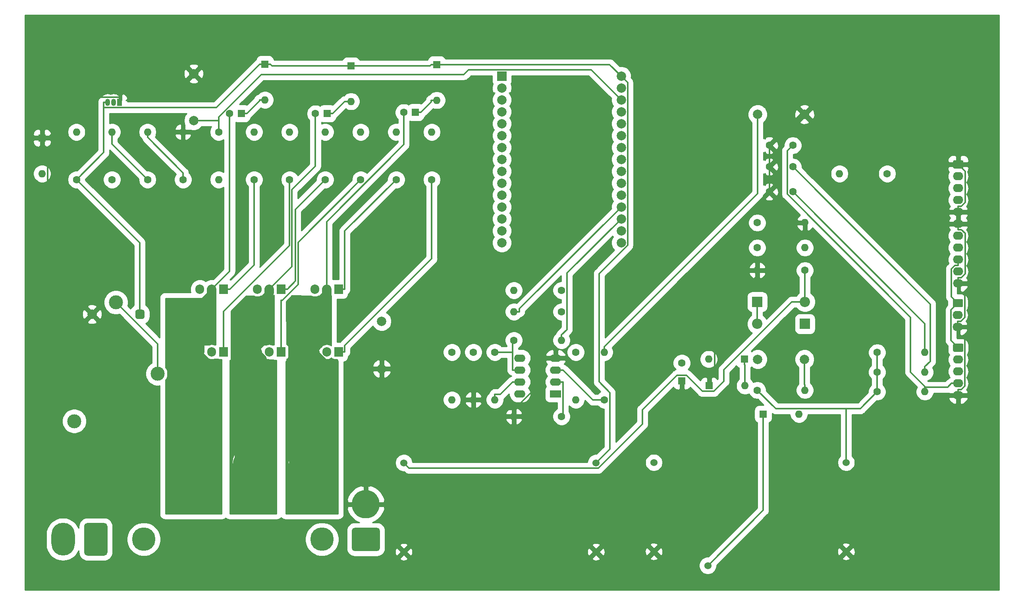
<source format=gbr>
%TF.GenerationSoftware,KiCad,Pcbnew,(5.1.9)-1*%
%TF.CreationDate,2021-04-29T11:39:32-05:00*%
%TF.ProjectId,controller_bldc,636f6e74-726f-46c6-9c65-725f626c6463,rev?*%
%TF.SameCoordinates,Original*%
%TF.FileFunction,Copper,L2,Bot*%
%TF.FilePolarity,Positive*%
%FSLAX46Y46*%
G04 Gerber Fmt 4.6, Leading zero omitted, Abs format (unit mm)*
G04 Created by KiCad (PCBNEW (5.1.9)-1) date 2021-04-29 11:39:32*
%MOMM*%
%LPD*%
G01*
G04 APERTURE LIST*
%TA.AperFunction,ComponentPad*%
%ADD10C,2.000000*%
%TD*%
%TA.AperFunction,ComponentPad*%
%ADD11O,2.000000X2.000000*%
%TD*%
%TA.AperFunction,ComponentPad*%
%ADD12O,6.000000X7.000000*%
%TD*%
%TA.AperFunction,ComponentPad*%
%ADD13O,5.000000X7.000000*%
%TD*%
%TA.AperFunction,ComponentPad*%
%ADD14R,2.000000X2.000000*%
%TD*%
%TA.AperFunction,ComponentPad*%
%ADD15O,6.000000X6.000000*%
%TD*%
%TA.AperFunction,ComponentPad*%
%ADD16C,5.000000*%
%TD*%
%TA.AperFunction,ComponentPad*%
%ADD17C,1.524000*%
%TD*%
%TA.AperFunction,ComponentPad*%
%ADD18R,1.905000X2.000000*%
%TD*%
%TA.AperFunction,ComponentPad*%
%ADD19O,1.905000X2.000000*%
%TD*%
%TA.AperFunction,ComponentPad*%
%ADD20C,1.600000*%
%TD*%
%TA.AperFunction,ComponentPad*%
%ADD21R,1.600000X1.600000*%
%TD*%
%TA.AperFunction,ComponentPad*%
%ADD22O,1.600000X1.600000*%
%TD*%
%TA.AperFunction,ComponentPad*%
%ADD23O,2.190000X1.740000*%
%TD*%
%TA.AperFunction,ComponentPad*%
%ADD24R,2.200000X2.200000*%
%TD*%
%TA.AperFunction,ComponentPad*%
%ADD25O,2.200000X2.200000*%
%TD*%
%TA.AperFunction,ComponentPad*%
%ADD26R,2.400000X1.600000*%
%TD*%
%TA.AperFunction,ComponentPad*%
%ADD27O,2.400000X1.600000*%
%TD*%
%TA.AperFunction,ComponentPad*%
%ADD28C,3.000000*%
%TD*%
%TA.AperFunction,ComponentPad*%
%ADD29O,1.050000X1.500000*%
%TD*%
%TA.AperFunction,ComponentPad*%
%ADD30R,1.050000X1.500000*%
%TD*%
%TA.AperFunction,ViaPad*%
%ADD31C,4.200000*%
%TD*%
%TA.AperFunction,ViaPad*%
%ADD32C,4.800000*%
%TD*%
%TA.AperFunction,Conductor*%
%ADD33C,0.300000*%
%TD*%
%TA.AperFunction,Conductor*%
%ADD34C,2.000000*%
%TD*%
%TA.AperFunction,Conductor*%
%ADD35C,7.000000*%
%TD*%
%TA.AperFunction,Conductor*%
%ADD36C,0.254000*%
%TD*%
%TA.AperFunction,Conductor*%
%ADD37C,0.100000*%
%TD*%
G04 APERTURE END LIST*
D10*
%TO.P,R11,1*%
%TO.N,Current_Sensor*%
X77212000Y-66492000D03*
D11*
%TO.P,R11,2*%
%TO.N,GND*%
X77212000Y-76652000D03*
%TD*%
%TO.P,J9,1*%
%TO.N,PH1*%
%TA.AperFunction,ComponentPad*%
G36*
G01*
X34380800Y-99585400D02*
X34380800Y-94775400D01*
G75*
G02*
X34975800Y-94180400I595000J0D01*
G01*
X38785800Y-94180400D01*
G75*
G02*
X39380800Y-94775400I0J-595000D01*
G01*
X39380800Y-99585400D01*
G75*
G02*
X38785800Y-100180400I-595000J0D01*
G01*
X34975800Y-100180400D01*
G75*
G02*
X34380800Y-99585400I0J595000D01*
G01*
G37*
%TD.AperFunction*%
D12*
%TO.P,J9,2*%
%TO.N,PH2*%
X48880800Y-97180400D03*
%TO.P,J9,3*%
%TO.N,PH3*%
X60880800Y-97180400D03*
%TD*%
D13*
%TO.P,SW1,2*%
%TO.N,+36V*%
X9245400Y-113025000D03*
%TO.P,SW1,1*%
%TO.N,Net-(F1-Pad1)*%
%TA.AperFunction,ComponentPad*%
G36*
G01*
X18745400Y-110245000D02*
X18745400Y-115805000D01*
G75*
G02*
X18025400Y-116525000I-720000J0D01*
G01*
X14465400Y-116525000D01*
G75*
G02*
X13745400Y-115805000I0J720000D01*
G01*
X13745400Y-110245000D01*
G75*
G02*
X14465400Y-109525000I720000J0D01*
G01*
X18025400Y-109525000D01*
G75*
G02*
X18745400Y-110245000I0J-720000D01*
G01*
G37*
%TD.AperFunction*%
%TD*%
D10*
%TO.P,U1,30*%
%TO.N,+12V*%
X128291400Y-14166800D03*
%TO.P,U1,29*%
%TO.N,GND*%
X128291400Y-16706800D03*
%TO.P,U1,28*%
%TO.N,Voltage_Sensor*%
X128291400Y-19246800D03*
%TO.P,U1,27*%
%TO.N,N/C*%
X128291400Y-21786800D03*
%TO.P,U1,26*%
X128291400Y-24326800D03*
%TO.P,U1,25*%
%TO.N,HALL-C*%
X128291400Y-26866800D03*
%TO.P,U1,24*%
%TO.N,HALL-B*%
X128291400Y-29406800D03*
%TO.P,U1,23*%
%TO.N,HALL-A*%
X128291400Y-31946800D03*
%TO.P,U1,22*%
%TO.N,N/C*%
X128291400Y-34486800D03*
%TO.P,U1,21*%
X128291400Y-37026800D03*
%TO.P,U1,20*%
%TO.N,Throttle*%
X128291400Y-39566800D03*
%TO.P,U1,18*%
%TO.N,LM35*%
X128291400Y-44646800D03*
%TO.P,U1,17*%
%TO.N,N/C*%
X128291400Y-47186800D03*
%TO.P,U1,16*%
X128291400Y-49726800D03*
%TO.P,U1,15*%
X102840600Y-49729200D03*
%TO.P,U1,14*%
X102840600Y-47189200D03*
%TO.P,U1,13*%
%TO.N,RX-LCD*%
X102840600Y-44649200D03*
%TO.P,U1,12*%
%TO.N,TX-LCD*%
X102840600Y-42109200D03*
%TO.P,U1,11*%
%TO.N,N/C*%
X102840600Y-39569200D03*
%TO.P,U1,10*%
%TO.N,Brake*%
X102840600Y-37029200D03*
%TO.P,U1,9*%
%TO.N,LIN3*%
X102840600Y-34489200D03*
%TO.P,U1,8*%
%TO.N,HIN3*%
X102840600Y-31949200D03*
%TO.P,U1,7*%
%TO.N,LIN2*%
X102840600Y-29409200D03*
%TO.P,U1,6*%
%TO.N,HIN2*%
X102840600Y-26869200D03*
%TO.P,U1,5*%
%TO.N,LIN1*%
X102840600Y-24329200D03*
%TO.P,U1,4*%
%TO.N,N/C*%
X102840600Y-21789200D03*
%TO.P,U1,3*%
%TO.N,HIN1*%
X102840600Y-19249200D03*
%TO.P,U1,19*%
%TO.N,Current_Sensor_IN*%
X128291400Y-42106800D03*
%TO.P,U1,2*%
%TO.N,GND*%
X102840600Y-16709200D03*
D14*
%TO.P,U1,1*%
%TO.N,+3V3*%
X102840600Y-14169200D03*
%TD*%
%TO.P,J1,1*%
%TO.N,Net-(F1-Pad2)*%
%TA.AperFunction,ComponentPad*%
G36*
G01*
X76212800Y-115555400D02*
X71462800Y-115555400D01*
G75*
G02*
X70837800Y-114930400I0J625000D01*
G01*
X70837800Y-111180400D01*
G75*
G02*
X71462800Y-110555400I625000J0D01*
G01*
X76212800Y-110555400D01*
G75*
G02*
X76837800Y-111180400I0J-625000D01*
G01*
X76837800Y-114930400D01*
G75*
G02*
X76212800Y-115555400I-625000J0D01*
G01*
G37*
%TD.AperFunction*%
D15*
%TO.P,J1,2*%
%TO.N,GND*%
X73837800Y-105555400D03*
%TD*%
D16*
%TO.P,F1,1*%
%TO.N,Net-(F1-Pad1)*%
X26487400Y-113025000D03*
%TO.P,F1,2*%
%TO.N,Net-(F1-Pad2)*%
X64487400Y-113025000D03*
%TD*%
D17*
%TO.P,U3,1*%
%TO.N,+12V*%
X135262000Y-96649000D03*
%TO.P,U3,2*%
%TO.N,GND*%
X135262000Y-115649000D03*
%TO.P,U3,3*%
%TO.N,+5V*%
X176262000Y-96649000D03*
%TO.P,U3,4*%
%TO.N,Net-(D6-Pad1)*%
X146762000Y-118649000D03*
%TO.P,U3,5*%
%TO.N,GND*%
X176262000Y-115649000D03*
%TD*%
%TO.P,U5,1*%
%TO.N,Net-(D5-Pad2)*%
X81934000Y-96713000D03*
%TO.P,U5,2*%
%TO.N,GND*%
X81934000Y-115713000D03*
%TO.P,U5,3*%
%TO.N,+12V*%
X122934000Y-96713000D03*
%TO.P,U5,4*%
%TO.N,GND*%
X122934000Y-115713000D03*
%TD*%
D18*
%TO.P,Q2,1*%
%TO.N,Net-(Q2-Pad1)*%
X43531100Y-59645400D03*
D19*
%TO.P,Q2,2*%
%TO.N,PH1*%
X40991100Y-59645400D03*
%TO.P,Q2,3*%
%TO.N,Current_Sensor*%
X38451100Y-59645400D03*
%TD*%
D20*
%TO.P,C4,2*%
%TO.N,PH3*%
X81926500Y-21919200D03*
D21*
%TO.P,C4,1*%
%TO.N,Net-(C4-Pad1)*%
X84426500Y-21919200D03*
%TD*%
D10*
%TO.P,C1,2*%
%TO.N,Voltage_Sensor*%
X37118100Y-23659600D03*
%TO.P,C1,1*%
%TO.N,GND*%
X37118100Y-13659600D03*
%TD*%
D20*
%TO.P,C2,2*%
%TO.N,PH1*%
X44803500Y-22173200D03*
D21*
%TO.P,C2,1*%
%TO.N,Net-(C2-Pad1)*%
X47303500Y-22173200D03*
%TD*%
%TO.P,C3,1*%
%TO.N,Net-(C3-Pad1)*%
X65591500Y-22173200D03*
D20*
%TO.P,C3,2*%
%TO.N,PH2*%
X63091500Y-22173200D03*
%TD*%
D21*
%TO.P,D1,1*%
%TO.N,+12V*%
X52320000Y-11628000D03*
D22*
%TO.P,D1,2*%
%TO.N,Net-(C2-Pad1)*%
X52320000Y-19248000D03*
%TD*%
%TO.P,D2,2*%
%TO.N,Net-(C3-Pad1)*%
X70671500Y-19578200D03*
D21*
%TO.P,D2,1*%
%TO.N,+12V*%
X70671500Y-11958200D03*
%TD*%
%TO.P,D3,1*%
%TO.N,+12V*%
X88959500Y-11704200D03*
D22*
%TO.P,D3,2*%
%TO.N,Net-(C4-Pad1)*%
X88959500Y-19324200D03*
%TD*%
D23*
%TO.P,J6,3*%
%TO.N,GND*%
X200082000Y-67703600D03*
%TO.P,J6,2*%
%TO.N,LM35-RAW*%
X200082000Y-65163600D03*
%TO.P,J6,1*%
%TO.N,+5V*%
%TA.AperFunction,ComponentPad*%
G36*
G01*
X199236999Y-61753600D02*
X200927001Y-61753600D01*
G75*
G02*
X201177000Y-62003599I0J-249999D01*
G01*
X201177000Y-63243601D01*
G75*
G02*
X200927001Y-63493600I-249999J0D01*
G01*
X199236999Y-63493600D01*
G75*
G02*
X198987000Y-63243601I0J249999D01*
G01*
X198987000Y-62003599D01*
G75*
G02*
X199236999Y-61753600I249999J0D01*
G01*
G37*
%TD.AperFunction*%
%TD*%
%TO.P,J7,1*%
%TO.N,+5V*%
%TA.AperFunction,ComponentPad*%
G36*
G01*
X199306999Y-71266000D02*
X200997001Y-71266000D01*
G75*
G02*
X201247000Y-71515999I0J-249999D01*
G01*
X201247000Y-72756001D01*
G75*
G02*
X200997001Y-73006000I-249999J0D01*
G01*
X199306999Y-73006000D01*
G75*
G02*
X199057000Y-72756001I0J249999D01*
G01*
X199057000Y-71515999D01*
G75*
G02*
X199306999Y-71266000I249999J0D01*
G01*
G37*
%TD.AperFunction*%
%TO.P,J7,2*%
%TO.N,HALL-A*%
X200152000Y-74676000D03*
%TO.P,J7,3*%
%TO.N,HALL-B*%
X200152000Y-77216000D03*
%TO.P,J7,4*%
%TO.N,HALL-C*%
X200152000Y-79756000D03*
%TO.P,J7,5*%
%TO.N,GND*%
X200152000Y-82296000D03*
%TD*%
D22*
%TO.P,R1,2*%
%TO.N,Net-(R1-Pad2)*%
X19711200Y-26106000D03*
D20*
%TO.P,R1,1*%
%TO.N,+36V*%
X19711200Y-36266000D03*
%TD*%
%TO.P,R2,1*%
%TO.N,Net-(R1-Pad2)*%
X27286900Y-36266000D03*
D22*
%TO.P,R2,2*%
%TO.N,Net-(R2-Pad2)*%
X27286900Y-26106000D03*
%TD*%
D20*
%TO.P,R3,1*%
%TO.N,Net-(R2-Pad2)*%
X34862600Y-36266000D03*
D22*
%TO.P,R3,2*%
%TO.N,GND*%
X34862600Y-26106000D03*
%TD*%
%TO.P,R4,2*%
%TO.N,Net-(R2-Pad2)*%
X42438300Y-36266000D03*
D20*
%TO.P,R4,1*%
%TO.N,Voltage_Sensor*%
X42438300Y-26106000D03*
%TD*%
%TO.P,R5,1*%
%TO.N,Net-(Q3-Pad1)*%
X72741200Y-36266000D03*
D22*
%TO.P,R5,2*%
%TO.N,HO2*%
X72741200Y-26106000D03*
%TD*%
%TO.P,R6,2*%
%TO.N,LO2*%
X65165500Y-26106000D03*
D20*
%TO.P,R6,1*%
%TO.N,Net-(Q4-Pad1)*%
X65165500Y-36266000D03*
%TD*%
%TO.P,R7,1*%
%TO.N,Net-(Q5-Pad1)*%
X87892700Y-36266000D03*
D22*
%TO.P,R7,2*%
%TO.N,HO3*%
X87892700Y-26106000D03*
%TD*%
%TO.P,R8,2*%
%TO.N,LO3*%
X80317000Y-26106000D03*
D20*
%TO.P,R8,1*%
%TO.N,Net-(Q6-Pad1)*%
X80317000Y-36266000D03*
%TD*%
%TO.P,R9,1*%
%TO.N,Net-(Q1-Pad1)*%
X57589800Y-36266000D03*
D22*
%TO.P,R9,2*%
%TO.N,HO1*%
X57589800Y-26106000D03*
%TD*%
D20*
%TO.P,R10,1*%
%TO.N,Net-(Q2-Pad1)*%
X50014100Y-36266000D03*
D22*
%TO.P,R10,2*%
%TO.N,LO1*%
X50014100Y-26106000D03*
%TD*%
D20*
%TO.P,R12,1*%
%TO.N,+3V3*%
X157306000Y-50800000D03*
D22*
%TO.P,R12,2*%
%TO.N,Brake*%
X167466000Y-50800000D03*
%TD*%
D20*
%TO.P,R13,1*%
%TO.N,+5V*%
X182876000Y-73152000D03*
D22*
%TO.P,R13,2*%
%TO.N,HALL-A*%
X193036000Y-73152000D03*
%TD*%
%TO.P,R14,2*%
%TO.N,HALL-B*%
X193036000Y-77343000D03*
D20*
%TO.P,R14,1*%
%TO.N,+5V*%
X182876000Y-77343000D03*
%TD*%
%TO.P,R15,1*%
%TO.N,+5V*%
X182876000Y-81534000D03*
D22*
%TO.P,R15,2*%
%TO.N,HALL-C*%
X193036000Y-81534000D03*
%TD*%
D18*
%TO.P,Q1,1*%
%TO.N,Net-(Q1-Pad1)*%
X43531100Y-73005800D03*
D19*
%TO.P,Q1,2*%
%TO.N,36V-Power*%
X40991100Y-73005800D03*
%TO.P,Q1,3*%
%TO.N,PH1*%
X38451100Y-73005800D03*
%TD*%
%TO.P,Q3,3*%
%TO.N,PH2*%
X50701800Y-73005800D03*
%TO.P,Q3,2*%
%TO.N,36V-Power*%
X53241800Y-73005800D03*
D18*
%TO.P,Q3,1*%
%TO.N,Net-(Q3-Pad1)*%
X55781800Y-73005800D03*
%TD*%
%TO.P,Q4,1*%
%TO.N,Net-(Q4-Pad1)*%
X55781800Y-59645400D03*
D19*
%TO.P,Q4,2*%
%TO.N,PH2*%
X53241800Y-59645400D03*
%TO.P,Q4,3*%
%TO.N,Current_Sensor*%
X50701800Y-59645400D03*
%TD*%
D18*
%TO.P,Q5,1*%
%TO.N,Net-(Q5-Pad1)*%
X68032500Y-73005800D03*
D19*
%TO.P,Q5,2*%
%TO.N,36V-Power*%
X65492500Y-73005800D03*
%TO.P,Q5,3*%
%TO.N,PH3*%
X62952500Y-73005800D03*
%TD*%
%TO.P,Q6,3*%
%TO.N,Current_Sensor*%
X62952500Y-59645400D03*
%TO.P,Q6,2*%
%TO.N,PH3*%
X65492500Y-59645400D03*
D18*
%TO.P,Q6,1*%
%TO.N,Net-(Q6-Pad1)*%
X68032500Y-59645400D03*
%TD*%
D20*
%TO.P,C7,2*%
%TO.N,GND*%
X159886000Y-38862000D03*
%TO.P,C7,1*%
%TO.N,HALL-A*%
X164886000Y-38862000D03*
%TD*%
%TO.P,C8,1*%
%TO.N,HALL-B*%
X164886000Y-33528000D03*
%TO.P,C8,2*%
%TO.N,GND*%
X159886000Y-33528000D03*
%TD*%
%TO.P,C9,1*%
%TO.N,HALL-C*%
X164886000Y-28956000D03*
%TO.P,C9,2*%
%TO.N,GND*%
X159886000Y-28956000D03*
%TD*%
D10*
%TO.P,C13,1*%
%TO.N,GND*%
X167386000Y-22352000D03*
%TO.P,C13,2*%
%TO.N,Current_Sensor_AO*%
X157386000Y-22352000D03*
%TD*%
D20*
%TO.P,R16,1*%
%TO.N,Current_Sensor_AO*%
X115566000Y-59888000D03*
D22*
%TO.P,R16,2*%
%TO.N,Current_Sensor*%
X105406000Y-59888000D03*
%TD*%
D10*
%TO.P,C5,1*%
%TO.N,Net-(C5-Pad1)*%
X157386000Y-74603200D03*
%TO.P,C5,2*%
%TO.N,Net-(C5-Pad2)*%
X167386000Y-74603200D03*
%TD*%
D24*
%TO.P,D4,1*%
%TO.N,+36V*%
X167466000Y-67056000D03*
D25*
%TO.P,D4,2*%
%TO.N,Net-(D4-Pad2)*%
X157306000Y-67056000D03*
%TD*%
%TO.P,D5,2*%
%TO.N,Net-(D5-Pad2)*%
X167466000Y-62352400D03*
D24*
%TO.P,D5,1*%
%TO.N,Net-(D4-Pad2)*%
X157306000Y-62352400D03*
%TD*%
D21*
%TO.P,D6,1*%
%TO.N,Net-(D6-Pad1)*%
X158576000Y-86304000D03*
D22*
%TO.P,D6,2*%
%TO.N,Net-(C5-Pad2)*%
X166196000Y-86304000D03*
%TD*%
%TO.P,D7,2*%
%TO.N,Net-(C5-Pad1)*%
X154686000Y-80264000D03*
D21*
%TO.P,D7,1*%
%TO.N,GND*%
X147066000Y-80264000D03*
%TD*%
%TO.P,D8,1*%
%TO.N,Net-(C5-Pad1)*%
X154574000Y-74578600D03*
D22*
%TO.P,D8,2*%
%TO.N,-5V*%
X146954000Y-74578600D03*
%TD*%
D21*
%TO.P,C6,1*%
%TO.N,GND*%
X141220000Y-79192000D03*
D20*
%TO.P,C6,2*%
%TO.N,-5V*%
X141220000Y-75392000D03*
%TD*%
%TO.P,R18,1*%
%TO.N,+5V*%
X157306000Y-81203600D03*
D22*
%TO.P,R18,2*%
%TO.N,Net-(C5-Pad2)*%
X167466000Y-81203600D03*
%TD*%
%TO.P,R19,2*%
%TO.N,Current_Sensor_AO*%
X124710000Y-73096000D03*
D20*
%TO.P,R19,1*%
%TO.N,Net-(R19-Pad1)*%
X124710000Y-83256000D03*
%TD*%
%TO.P,R20,1*%
%TO.N,1IN-*%
X115566000Y-86812000D03*
D22*
%TO.P,R20,2*%
%TO.N,GND*%
X105406000Y-86812000D03*
%TD*%
D20*
%TO.P,R21,1*%
%TO.N,Net-(R21-Pad1)*%
X92198000Y-73096000D03*
D22*
%TO.P,R21,2*%
%TO.N,LM35-RAW*%
X92198000Y-83256000D03*
%TD*%
%TO.P,R22,2*%
%TO.N,GND*%
X96770000Y-83256000D03*
D20*
%TO.P,R22,1*%
%TO.N,2IN-*%
X96770000Y-73096000D03*
%TD*%
D22*
%TO.P,R23,2*%
%TO.N,Net-(R23-Pad2)*%
X118614000Y-83256000D03*
D20*
%TO.P,R23,1*%
%TO.N,1IN-*%
X118614000Y-73096000D03*
%TD*%
%TO.P,R24,1*%
%TO.N,2IN-*%
X101342000Y-73096000D03*
D22*
%TO.P,R24,2*%
%TO.N,Net-(R24-Pad2)*%
X101342000Y-83256000D03*
%TD*%
D26*
%TO.P,U2,1*%
%TO.N,Net-(R23-Pad2)*%
X114311000Y-81976000D03*
D27*
%TO.P,U2,5*%
%TO.N,Net-(R21-Pad1)*%
X106691000Y-74356000D03*
%TO.P,U2,2*%
%TO.N,1IN-*%
X114311000Y-79436000D03*
%TO.P,U2,6*%
%TO.N,2IN-*%
X106691000Y-76896000D03*
%TO.P,U2,3*%
%TO.N,Net-(R19-Pad1)*%
X114311000Y-76896000D03*
%TO.P,U2,7*%
%TO.N,Net-(R24-Pad2)*%
X106691000Y-79436000D03*
%TO.P,U2,4*%
%TO.N,GND*%
X114311000Y-74356000D03*
%TO.P,U2,8*%
%TO.N,+5V*%
X106691000Y-81976000D03*
%TD*%
D20*
%TO.P,R17,1*%
%TO.N,Net-(D5-Pad2)*%
X167466000Y-55626000D03*
D22*
%TO.P,R17,2*%
%TO.N,GND*%
X157306000Y-55626000D03*
%TD*%
D21*
%TO.P,D9,1*%
%TO.N,GND*%
X4809700Y-27376000D03*
D22*
%TO.P,D9,2*%
%TO.N,+12V*%
X4809700Y-34996000D03*
%TD*%
D28*
%TO.P,K1,11A*%
%TO.N,36V-Power*%
X20560000Y-62468000D03*
D10*
%TO.P,K1,A2*%
%TO.N,GND*%
X15460000Y-65008000D03*
D28*
%TO.P,K1,12*%
%TO.N,+36V*%
X11660000Y-87808000D03*
%TO.P,K1,11B*%
%TO.N,36V-Power*%
X29460000Y-77668000D03*
%TO.P,K1,A1*%
%TO.N,+12V*%
%TA.AperFunction,ComponentPad*%
G36*
G01*
X26160000Y-66008000D02*
X25160000Y-66008000D01*
G75*
G02*
X24660000Y-65508000I0J500000D01*
G01*
X24660000Y-64508000D01*
G75*
G02*
X25160000Y-64008000I500000J0D01*
G01*
X26160000Y-64008000D01*
G75*
G02*
X26660000Y-64508000I0J-500000D01*
G01*
X26660000Y-65508000D01*
G75*
G02*
X26160000Y-66008000I-500000J0D01*
G01*
G37*
%TD.AperFunction*%
%TD*%
D29*
%TO.P,Q7,2*%
%TO.N,OPC_1*%
X20062000Y-19756000D03*
%TO.P,Q7,3*%
%TO.N,+12V*%
X18792000Y-19756000D03*
D30*
%TO.P,Q7,1*%
%TO.N,GND*%
X21332000Y-19756000D03*
%TD*%
D20*
%TO.P,R25,1*%
%TO.N,+12V*%
X12135500Y-36266000D03*
D22*
%TO.P,R25,2*%
%TO.N,OPC_1*%
X12135500Y-26106000D03*
%TD*%
D20*
%TO.P,R26,1*%
%TO.N,1IN-*%
X115566000Y-64460000D03*
D22*
%TO.P,R26,2*%
%TO.N,Current_Sensor_IN*%
X105406000Y-64460000D03*
%TD*%
%TO.P,R27,2*%
%TO.N,LM35*%
X115566000Y-70556000D03*
D20*
%TO.P,R27,1*%
%TO.N,2IN-*%
X105406000Y-70556000D03*
%TD*%
%TO.P,R28,1*%
%TO.N,Throttle*%
X157306000Y-45466000D03*
D22*
%TO.P,R28,2*%
%TO.N,GND*%
X167466000Y-45466000D03*
%TD*%
%TO.P,J2,1*%
%TO.N,GND*%
%TA.AperFunction,ComponentPad*%
G36*
G01*
X199306999Y-32150000D02*
X200997001Y-32150000D01*
G75*
G02*
X201247000Y-32399999I0J-249999D01*
G01*
X201247000Y-33640001D01*
G75*
G02*
X200997001Y-33890000I-249999J0D01*
G01*
X199306999Y-33890000D01*
G75*
G02*
X199057000Y-33640001I0J249999D01*
G01*
X199057000Y-32399999D01*
G75*
G02*
X199306999Y-32150000I249999J0D01*
G01*
G37*
%TD.AperFunction*%
D23*
%TO.P,J2,2*%
%TO.N,Throttle_Raw*%
X200152000Y-35560000D03*
%TO.P,J2,3*%
%TO.N,+5V*%
X200152000Y-38100000D03*
%TO.P,J2,4*%
%TO.N,Brake*%
X200152000Y-40640000D03*
%TO.P,J2,5*%
%TO.N,GND*%
X200152000Y-43180000D03*
%TO.P,J2,6*%
X200152000Y-45720000D03*
%TO.P,J2,7*%
%TO.N,RX-LCD*%
X200152000Y-48260000D03*
%TO.P,J2,8*%
%TO.N,TX-LCD*%
X200152000Y-50800000D03*
%TO.P,J2,9*%
%TO.N,+5V*%
X200152000Y-53340000D03*
%TO.P,J2,10*%
%TO.N,OPC_1*%
X200152000Y-55880000D03*
%TO.P,J2,11*%
%TO.N,GND*%
X200152000Y-58420000D03*
%TD*%
D20*
%TO.P,R29,1*%
%TO.N,Throttle_Raw*%
X185000000Y-35000000D03*
D22*
%TO.P,R29,2*%
%TO.N,Throttle*%
X174840000Y-35000000D03*
%TD*%
D31*
%TO.N,GND*%
X205000000Y-120000000D03*
X7000000Y-121500000D03*
X5000000Y-5000000D03*
D32*
X205000000Y-5000000D03*
%TD*%
D33*
%TO.N,Voltage_Sensor*%
X42438300Y-23659600D02*
X42438300Y-22907700D01*
X42438300Y-22907700D02*
X51531600Y-13814400D01*
X51531600Y-13814400D02*
X94746300Y-13814400D01*
X94746300Y-13814400D02*
X95741900Y-12818800D01*
X95741900Y-12818800D02*
X121863400Y-12818800D01*
X121863400Y-12818800D02*
X128291400Y-19246800D01*
X42438300Y-26106000D02*
X42438300Y-23659600D01*
X42438300Y-23659600D02*
X37118100Y-23659600D01*
%TO.N,Net-(C2-Pad1)*%
X52320000Y-19248000D02*
X51169700Y-19248000D01*
X47303500Y-22173200D02*
X48453800Y-22173200D01*
X51169700Y-19248000D02*
X51169700Y-19457300D01*
X51169700Y-19457300D02*
X48453800Y-22173200D01*
%TO.N,PH1*%
X38451100Y-73005800D02*
X38451100Y-95638000D01*
X38451100Y-95638000D02*
X39924800Y-97111700D01*
X40991100Y-59645400D02*
X38451100Y-62185400D01*
X44803500Y-22173200D02*
X44803500Y-55833000D01*
X44803500Y-55833000D02*
X40991100Y-59645400D01*
D34*
X40991100Y-60197008D02*
X40919400Y-60268708D01*
X40991100Y-59645400D02*
X40991100Y-60197008D01*
X40919400Y-60268708D02*
X40919400Y-60883800D01*
X40919400Y-60883800D02*
X39116000Y-62687200D01*
X38451100Y-69981500D02*
X38451100Y-73005800D01*
D33*
X38451100Y-62185400D02*
X38451100Y-69981500D01*
D34*
X38451100Y-73005800D02*
X37395000Y-73005800D01*
X37395000Y-73005800D02*
X38100000Y-73710800D01*
X38100000Y-73710800D02*
X38277800Y-73710800D01*
X38277800Y-73710800D02*
X41148000Y-76581000D01*
D35*
X36880800Y-97180400D02*
X36880800Y-102133400D01*
X36880800Y-102133400D02*
X36880800Y-90170000D01*
D33*
%TO.N,PH2*%
X53241800Y-59645400D02*
X58090200Y-54797000D01*
X58090200Y-54797000D02*
X58090200Y-38403100D01*
X58090200Y-38403100D02*
X63091500Y-33401800D01*
X63091500Y-33401800D02*
X63091500Y-22173200D01*
X50701800Y-73005800D02*
X50701800Y-62185400D01*
X50701800Y-62185400D02*
X53241800Y-59645400D01*
X50701800Y-73005800D02*
X50701800Y-74356100D01*
X47544800Y-97111700D02*
X50895100Y-97111700D01*
X50701800Y-74356100D02*
X50895100Y-74549400D01*
X50895100Y-74549400D02*
X50895100Y-97111700D01*
D35*
X48880800Y-97180400D02*
X48880800Y-102144600D01*
X48880800Y-102144600D02*
X49352200Y-101673200D01*
X49352200Y-101673200D02*
X49352200Y-91871800D01*
D34*
X50701800Y-73557408D02*
X51714400Y-74570008D01*
X50701800Y-73005800D02*
X50701800Y-73557408D01*
X51089290Y-73944898D02*
X50170498Y-73944898D01*
X51714400Y-74570008D02*
X51089290Y-73944898D01*
X50170498Y-73944898D02*
X49885600Y-73660000D01*
X49885600Y-73660000D02*
X49885600Y-72491600D01*
X49885600Y-72491600D02*
X52146200Y-70231000D01*
X53241800Y-59645400D02*
X53241800Y-60423200D01*
D33*
%TO.N,Net-(C3-Pad1)*%
X65591500Y-22173200D02*
X66741800Y-22173200D01*
X70671500Y-19578200D02*
X69336800Y-19578200D01*
X69336800Y-19578200D02*
X66741800Y-22173200D01*
%TO.N,Net-(C4-Pad1)*%
X88959500Y-19324200D02*
X87809200Y-19324200D01*
X84426500Y-21919200D02*
X85576800Y-21919200D01*
X87809200Y-19324200D02*
X87809200Y-19686800D01*
X87809200Y-19686800D02*
X85576800Y-21919200D01*
%TO.N,PH3*%
X65492500Y-59645400D02*
X65492500Y-45223000D01*
X65492500Y-45223000D02*
X81926500Y-28789000D01*
X81926500Y-28789000D02*
X81926500Y-21919200D01*
X62952500Y-73005800D02*
X62952500Y-62185400D01*
X62952500Y-62185400D02*
X65492500Y-59645400D01*
X62952500Y-73005800D02*
X62952500Y-92674300D01*
X62952500Y-92674300D02*
X58515100Y-97111700D01*
D35*
X60880800Y-97180400D02*
X60880800Y-101724000D01*
X60880800Y-101724000D02*
X60909200Y-101695600D01*
X60909200Y-101695600D02*
X60909200Y-90703400D01*
D34*
X62952500Y-73005800D02*
X62952500Y-73569700D01*
X62952500Y-73569700D02*
X65963800Y-76581000D01*
X65963800Y-76581000D02*
X65379600Y-76581000D01*
X65379600Y-76581000D02*
X60960000Y-72161400D01*
X60960000Y-72161400D02*
X62941200Y-72161400D01*
X62941200Y-72161400D02*
X63271400Y-71831200D01*
X65492500Y-59645400D02*
X65492500Y-60897900D01*
X65492500Y-60897900D02*
X63982600Y-62407800D01*
D33*
%TO.N,+12V*%
X52320000Y-11628000D02*
X51169700Y-11628000D01*
X17916700Y-20863400D02*
X17916700Y-30484800D01*
X17916700Y-30484800D02*
X12135500Y-36266000D01*
X17916700Y-19756000D02*
X17916700Y-20863400D01*
X17916700Y-20863400D02*
X41934300Y-20863400D01*
X41934300Y-20863400D02*
X51169700Y-11628000D01*
X18792000Y-19756000D02*
X17916700Y-19756000D01*
X128291400Y-14166800D02*
X129642000Y-15517400D01*
X129642000Y-15517400D02*
X129642000Y-50286100D01*
X129642000Y-50286100D02*
X123559200Y-56368900D01*
X123559200Y-56368900D02*
X123559200Y-79408800D01*
X123559200Y-79408800D02*
X125864000Y-81713600D01*
X125864000Y-81713600D02*
X125864000Y-93783000D01*
X125864000Y-93783000D02*
X122934000Y-96713000D01*
X88959500Y-11704200D02*
X125828800Y-11704200D01*
X125828800Y-11704200D02*
X128291400Y-14166800D01*
X52320000Y-11628000D02*
X53470300Y-11628000D01*
X70671500Y-11958200D02*
X53800500Y-11958200D01*
X53800500Y-11958200D02*
X53470300Y-11628000D01*
X87809200Y-11704200D02*
X87555200Y-11958200D01*
X87555200Y-11958200D02*
X70671500Y-11958200D01*
X12135500Y-36266000D02*
X25660000Y-49790500D01*
X25660000Y-49790500D02*
X25660000Y-65008000D01*
X88959500Y-11704200D02*
X87809200Y-11704200D01*
%TO.N,GND*%
X96770000Y-83256000D02*
X97920300Y-83256000D01*
X105406000Y-85285300D02*
X99949600Y-85285300D01*
X99949600Y-85285300D02*
X97920300Y-83256000D01*
X105406000Y-85285300D02*
X105406000Y-85661700D01*
X112760700Y-74356000D02*
X111760200Y-75356500D01*
X111760200Y-75356500D02*
X111760200Y-79025200D01*
X111760200Y-79025200D02*
X105500100Y-85285300D01*
X105500100Y-85285300D02*
X105406000Y-85285300D01*
X21332000Y-19756000D02*
X21332000Y-18655700D01*
X21332000Y-18655700D02*
X14680300Y-18655700D01*
X14680300Y-18655700D02*
X5960000Y-27376000D01*
X4809700Y-27376000D02*
X5960000Y-27376000D01*
X4809700Y-27376000D02*
X4809700Y-28526300D01*
X15460000Y-65008000D02*
X5960000Y-55508000D01*
X5960000Y-55508000D02*
X5960000Y-29676600D01*
X5960000Y-29676600D02*
X4809700Y-28526300D01*
X200152000Y-45720000D02*
X200152000Y-46940300D01*
X200152000Y-46940300D02*
X200838400Y-46940300D01*
X200838400Y-46940300D02*
X201614200Y-47716100D01*
X201614200Y-47716100D02*
X201614200Y-56376900D01*
X201614200Y-56376900D02*
X200791400Y-57199700D01*
X200791400Y-57199700D02*
X200152000Y-57199700D01*
X200152000Y-45720000D02*
X200152000Y-43180000D01*
X200152000Y-58420000D02*
X200152000Y-57199700D01*
X200082000Y-67703600D02*
X200082000Y-66483300D01*
X200152000Y-58420000D02*
X200152000Y-59640300D01*
X200152000Y-59640300D02*
X201534500Y-61022800D01*
X201534500Y-61022800D02*
X201534500Y-65670200D01*
X201534500Y-65670200D02*
X200721400Y-66483300D01*
X200721400Y-66483300D02*
X200082000Y-66483300D01*
X157306000Y-55626000D02*
X157306000Y-56776300D01*
X157306000Y-56776300D02*
X148216300Y-65866000D01*
X148216300Y-65866000D02*
X148216300Y-77963400D01*
X148216300Y-77963400D02*
X147066000Y-79113700D01*
X166315700Y-45466000D02*
X157306000Y-54475700D01*
X157306000Y-54475700D02*
X157306000Y-55626000D01*
X147066000Y-80264000D02*
X147066000Y-79113700D01*
X135262000Y-115649000D02*
X141220000Y-109691000D01*
X141220000Y-109691000D02*
X141220000Y-79192000D01*
X200152000Y-43180000D02*
X200152000Y-41959700D01*
X200082000Y-67703600D02*
X200082000Y-68923900D01*
X200152000Y-82296000D02*
X200152000Y-81075700D01*
X200152000Y-81075700D02*
X200838400Y-81075700D01*
X200838400Y-81075700D02*
X201607100Y-80307000D01*
X201607100Y-80307000D02*
X201607100Y-70449000D01*
X201607100Y-70449000D02*
X200082000Y-68923900D01*
X159886000Y-33528000D02*
X159886000Y-38862000D01*
X159886000Y-28956000D02*
X159886000Y-33528000D01*
X167386000Y-22352000D02*
X166490000Y-22352000D01*
X166490000Y-22352000D02*
X159886000Y-28956000D01*
X166315700Y-45466000D02*
X159886000Y-39036300D01*
X159886000Y-39036300D02*
X159886000Y-38862000D01*
X167466000Y-45466000D02*
X166315700Y-45466000D01*
X105406000Y-86812000D02*
X105406000Y-85661700D01*
X114311000Y-74356000D02*
X112760700Y-74356000D01*
X200152000Y-33020000D02*
X201632000Y-34500000D01*
X201632000Y-34500000D02*
X201632000Y-41119100D01*
X201632000Y-41119100D02*
X200791400Y-41959700D01*
X200791400Y-41959700D02*
X200152000Y-41959700D01*
%TO.N,+5V*%
X200152000Y-53340000D02*
X200152000Y-54560300D01*
X200152000Y-54560300D02*
X199465600Y-54560300D01*
X199465600Y-54560300D02*
X198683600Y-55342300D01*
X198683600Y-55342300D02*
X198683600Y-61225200D01*
X198683600Y-61225200D02*
X200082000Y-62623600D01*
X176262000Y-85125800D02*
X161228200Y-85125800D01*
X161228200Y-85125800D02*
X157306000Y-81203600D01*
X182876000Y-81534000D02*
X179284200Y-85125800D01*
X179284200Y-85125800D02*
X176262000Y-85125800D01*
X176262000Y-85125800D02*
X176262000Y-96649000D01*
X200082000Y-62623600D02*
X198632800Y-64072800D01*
X198632800Y-64072800D02*
X198632800Y-70616800D01*
X198632800Y-70616800D02*
X200152000Y-72136000D01*
X182876000Y-81534000D02*
X182876000Y-77343000D01*
X182876000Y-73152000D02*
X182876000Y-77343000D01*
%TO.N,HALL-A*%
X193036000Y-73152000D02*
X193036000Y-67012000D01*
X193036000Y-67012000D02*
X164886000Y-38862000D01*
%TO.N,HALL-B*%
X193036000Y-77343000D02*
X193036000Y-76192700D01*
X164886000Y-33528000D02*
X194194000Y-62836000D01*
X194194000Y-62836000D02*
X194194000Y-75034700D01*
X194194000Y-75034700D02*
X193036000Y-76192700D01*
%TO.N,HALL-C*%
X200152000Y-79756000D02*
X198706700Y-79756000D01*
X193036000Y-80575300D02*
X197887400Y-80575300D01*
X197887400Y-80575300D02*
X198706700Y-79756000D01*
X193036000Y-80575300D02*
X193036000Y-80383700D01*
X193036000Y-80604600D02*
X193036000Y-80575300D01*
X193036000Y-81534000D02*
X193036000Y-80604600D01*
X164886000Y-28956000D02*
X163713500Y-30128500D01*
X163713500Y-30128500D02*
X163713500Y-39347300D01*
X163713500Y-39347300D02*
X189995400Y-65629200D01*
X189995400Y-65629200D02*
X189995400Y-77343100D01*
X189995400Y-77343100D02*
X193036000Y-80383700D01*
%TO.N,LM35*%
X115566000Y-70556000D02*
X115566000Y-69405700D01*
X115566000Y-69405700D02*
X116716300Y-68255400D01*
X116716300Y-68255400D02*
X116716300Y-56221900D01*
X116716300Y-56221900D02*
X128291400Y-44646800D01*
%TO.N,36V-Power*%
X29460000Y-77668000D02*
X29460000Y-71368000D01*
X29460000Y-71368000D02*
X20560000Y-62468000D01*
%TO.N,Net-(Q1-Pad1)*%
X57589800Y-36266000D02*
X57589800Y-50331400D01*
X57589800Y-50331400D02*
X43531100Y-64390100D01*
X43531100Y-64390100D02*
X43531100Y-73005800D01*
%TO.N,Net-(Q2-Pad1)*%
X43531100Y-59645400D02*
X44833900Y-59645400D01*
X50014100Y-36266000D02*
X50014100Y-54465200D01*
X50014100Y-54465200D02*
X44833900Y-59645400D01*
%TO.N,Net-(Q3-Pad1)*%
X59375600Y-49631600D02*
X72741200Y-36266000D01*
X59375600Y-58634102D02*
X59375600Y-49631600D01*
X56011702Y-61998000D02*
X59375600Y-58634102D01*
X55781800Y-61998000D02*
X56011702Y-61998000D01*
X55781800Y-73005800D02*
X55781800Y-61998000D01*
%TO.N,Net-(Q4-Pad1)*%
X57084600Y-59645400D02*
X58826100Y-57903900D01*
X58826100Y-57903900D02*
X58826100Y-42605400D01*
X58826100Y-42605400D02*
X65165500Y-36266000D01*
X55781800Y-59645400D02*
X57084600Y-59645400D01*
%TO.N,Net-(Q5-Pad1)*%
X68032500Y-73005800D02*
X69335300Y-73005800D01*
X69335300Y-73005800D02*
X69335300Y-71703000D01*
X69335300Y-71703000D02*
X87892700Y-53145600D01*
X87892700Y-53145600D02*
X87892700Y-36266000D01*
%TO.N,Net-(Q6-Pad1)*%
X69335300Y-59645400D02*
X69335300Y-47247700D01*
X69335300Y-47247700D02*
X80317000Y-36266000D01*
X68032500Y-59645400D02*
X69335300Y-59645400D01*
%TO.N,Net-(R1-Pad2)*%
X27286900Y-36266000D02*
X19711200Y-28690300D01*
X19711200Y-28690300D02*
X19711200Y-26106000D01*
%TO.N,Net-(R2-Pad2)*%
X27286900Y-26106000D02*
X27286900Y-27256300D01*
X27286900Y-27256300D02*
X34862600Y-34832000D01*
X34862600Y-34832000D02*
X34862600Y-36266000D01*
%TO.N,Current_Sensor_IN*%
X105406000Y-64460000D02*
X106556300Y-64460000D01*
X106556300Y-64460000D02*
X106556300Y-63841900D01*
X106556300Y-63841900D02*
X128291400Y-42106800D01*
%TO.N,Net-(C5-Pad1)*%
X154574000Y-74578600D02*
X154574000Y-75728900D01*
X154686000Y-80264000D02*
X154686000Y-75840900D01*
X154686000Y-75840900D02*
X154574000Y-75728900D01*
%TO.N,Net-(C5-Pad2)*%
X167466000Y-81203600D02*
X167466000Y-80053300D01*
X167466000Y-80053300D02*
X167386000Y-79973300D01*
X167386000Y-79973300D02*
X167386000Y-74603200D01*
%TO.N,Net-(D4-Pad2)*%
X157306000Y-62352400D02*
X157306000Y-67056000D01*
%TO.N,Net-(R19-Pad1)*%
X114311000Y-76896000D02*
X115861300Y-76896000D01*
X115861300Y-76896000D02*
X122221300Y-83256000D01*
X122221300Y-83256000D02*
X124710000Y-83256000D01*
%TO.N,1IN-*%
X114311000Y-79436000D02*
X115861300Y-79436000D01*
X115861300Y-79436000D02*
X115861300Y-86516700D01*
X115861300Y-86516700D02*
X115566000Y-86812000D01*
%TO.N,2IN-*%
X105140700Y-73096000D02*
X105140700Y-70821300D01*
X105140700Y-70821300D02*
X105406000Y-70556000D01*
X105140700Y-76896000D02*
X105140700Y-73096000D01*
X105140700Y-73096000D02*
X101342000Y-73096000D01*
X106691000Y-76896000D02*
X105140700Y-76896000D01*
%TO.N,Net-(R24-Pad2)*%
X101342000Y-83256000D02*
X101342000Y-82105700D01*
X106691000Y-79436000D02*
X105140700Y-79436000D01*
X105140700Y-79436000D02*
X102471000Y-82105700D01*
X102471000Y-82105700D02*
X101342000Y-82105700D01*
%TO.N,Net-(D5-Pad2)*%
X167466000Y-62352400D02*
X164680700Y-62352400D01*
X164680700Y-62352400D02*
X150165200Y-76867900D01*
X150165200Y-76867900D02*
X150165200Y-79289800D01*
X150165200Y-79289800D02*
X148040600Y-81414400D01*
X148040600Y-81414400D02*
X145615500Y-81414400D01*
X145615500Y-81414400D02*
X142242700Y-78041600D01*
X142242700Y-78041600D02*
X140187700Y-78041600D01*
X140187700Y-78041600D02*
X132818800Y-85410500D01*
X132818800Y-85410500D02*
X132818800Y-88413100D01*
X132818800Y-88413100D02*
X123391600Y-97840300D01*
X123391600Y-97840300D02*
X83061300Y-97840300D01*
X83061300Y-97840300D02*
X81934000Y-96713000D01*
X167466000Y-62352400D02*
X167466000Y-55626000D01*
%TO.N,Net-(D6-Pad1)*%
X158576000Y-86304000D02*
X158576000Y-106835000D01*
X158576000Y-106835000D02*
X146762000Y-118649000D01*
%TO.N,Current_Sensor_AO*%
X124710000Y-73096000D02*
X124710000Y-71945700D01*
X157386000Y-22352000D02*
X157386000Y-39269700D01*
X157386000Y-39269700D02*
X124710000Y-71945700D01*
%TD*%
D36*
%TO.N,PH1*%
X41138100Y-59772400D02*
X41118100Y-59772400D01*
X41118100Y-61115994D01*
X41364080Y-61235963D01*
X41582194Y-61164971D01*
X41783000Y-61060427D01*
X41783000Y-71501000D01*
X41632334Y-71501000D01*
X41601549Y-71484545D01*
X41302304Y-71393770D01*
X40991100Y-71363119D01*
X40679897Y-71393770D01*
X40380652Y-71484545D01*
X40349867Y-71501000D01*
X39370000Y-71501000D01*
X39345224Y-71503440D01*
X39321399Y-71510667D01*
X39299443Y-71522403D01*
X39280197Y-71538197D01*
X39264403Y-71557443D01*
X39252667Y-71579399D01*
X39248369Y-71593568D01*
X39042194Y-71486229D01*
X38824080Y-71415237D01*
X38578100Y-71535206D01*
X38578100Y-72878800D01*
X38598100Y-72878800D01*
X38598100Y-73132800D01*
X38578100Y-73132800D01*
X38578100Y-74476394D01*
X38824080Y-74596363D01*
X39042194Y-74525371D01*
X39042735Y-74525089D01*
X39056976Y-74534451D01*
X39080048Y-74543805D01*
X39116000Y-74549000D01*
X40452994Y-74549000D01*
X40679896Y-74617830D01*
X40991100Y-74648481D01*
X41302303Y-74617830D01*
X41529205Y-74549000D01*
X42247796Y-74549000D01*
X42334420Y-74595302D01*
X42454118Y-74631612D01*
X42578600Y-74643872D01*
X43053000Y-74643872D01*
X43053000Y-107569000D01*
X31115000Y-107569000D01*
X31115000Y-100180400D01*
X33742728Y-100180400D01*
X33754988Y-100304882D01*
X33791298Y-100424580D01*
X33850263Y-100534894D01*
X33929615Y-100631585D01*
X34026306Y-100710937D01*
X34136620Y-100769902D01*
X34256318Y-100806212D01*
X34380800Y-100818472D01*
X36595050Y-100815400D01*
X36753800Y-100656650D01*
X36753800Y-97307400D01*
X37007800Y-97307400D01*
X37007800Y-100656650D01*
X37166550Y-100815400D01*
X39380800Y-100818472D01*
X39505282Y-100806212D01*
X39624980Y-100769902D01*
X39735294Y-100710937D01*
X39831985Y-100631585D01*
X39911337Y-100534894D01*
X39970302Y-100424580D01*
X40006612Y-100304882D01*
X40018872Y-100180400D01*
X40015800Y-97466150D01*
X39857050Y-97307400D01*
X37007800Y-97307400D01*
X36753800Y-97307400D01*
X33904550Y-97307400D01*
X33745800Y-97466150D01*
X33742728Y-100180400D01*
X31115000Y-100180400D01*
X31115000Y-94180400D01*
X33742728Y-94180400D01*
X33745800Y-96894650D01*
X33904550Y-97053400D01*
X36753800Y-97053400D01*
X36753800Y-93704150D01*
X37007800Y-93704150D01*
X37007800Y-97053400D01*
X39857050Y-97053400D01*
X40015800Y-96894650D01*
X40018872Y-94180400D01*
X40006612Y-94055918D01*
X39970302Y-93936220D01*
X39911337Y-93825906D01*
X39831985Y-93729215D01*
X39735294Y-93649863D01*
X39624980Y-93590898D01*
X39505282Y-93554588D01*
X39380800Y-93542328D01*
X37166550Y-93545400D01*
X37007800Y-93704150D01*
X36753800Y-93704150D01*
X36595050Y-93545400D01*
X34380800Y-93542328D01*
X34256318Y-93554588D01*
X34136620Y-93590898D01*
X34026306Y-93649863D01*
X33929615Y-93729215D01*
X33850263Y-93825906D01*
X33791298Y-93936220D01*
X33754988Y-94055918D01*
X33742728Y-94180400D01*
X31115000Y-94180400D01*
X31115000Y-79032346D01*
X31118363Y-79028983D01*
X31352012Y-78679302D01*
X31512953Y-78290756D01*
X31595000Y-77878279D01*
X31595000Y-77457721D01*
X31512953Y-77045244D01*
X31352012Y-76656698D01*
X31118363Y-76307017D01*
X31115000Y-76303654D01*
X31115000Y-73379663D01*
X36898722Y-73379663D01*
X36992221Y-73676246D01*
X37141784Y-73948889D01*
X37341663Y-74187115D01*
X37584177Y-74381769D01*
X37860006Y-74525371D01*
X38078120Y-74596363D01*
X38324100Y-74476394D01*
X38324100Y-73132800D01*
X37025530Y-73132800D01*
X36898722Y-73379663D01*
X31115000Y-73379663D01*
X31115000Y-72631937D01*
X36898722Y-72631937D01*
X37025530Y-72878800D01*
X38324100Y-72878800D01*
X38324100Y-71535206D01*
X38078120Y-71415237D01*
X37860006Y-71486229D01*
X37584177Y-71629831D01*
X37341663Y-71824485D01*
X37141784Y-72062711D01*
X36992221Y-72335354D01*
X36898722Y-72631937D01*
X31115000Y-72631937D01*
X31115000Y-61595000D01*
X39878000Y-61595000D01*
X39902776Y-61592560D01*
X39926601Y-61585333D01*
X39948557Y-61573597D01*
X39967803Y-61557803D01*
X39983597Y-61538557D01*
X39995333Y-61516601D01*
X40002560Y-61492776D01*
X40005000Y-61468000D01*
X40005000Y-60925712D01*
X40124177Y-61021369D01*
X40400006Y-61164971D01*
X40618120Y-61235963D01*
X40864100Y-61115994D01*
X40864100Y-59772400D01*
X40844100Y-59772400D01*
X40844100Y-59563000D01*
X41138100Y-59563000D01*
X41138100Y-59772400D01*
%TA.AperFunction,Conductor*%
D37*
G36*
X41138100Y-59772400D02*
G01*
X41118100Y-59772400D01*
X41118100Y-61115994D01*
X41364080Y-61235963D01*
X41582194Y-61164971D01*
X41783000Y-61060427D01*
X41783000Y-71501000D01*
X41632334Y-71501000D01*
X41601549Y-71484545D01*
X41302304Y-71393770D01*
X40991100Y-71363119D01*
X40679897Y-71393770D01*
X40380652Y-71484545D01*
X40349867Y-71501000D01*
X39370000Y-71501000D01*
X39345224Y-71503440D01*
X39321399Y-71510667D01*
X39299443Y-71522403D01*
X39280197Y-71538197D01*
X39264403Y-71557443D01*
X39252667Y-71579399D01*
X39248369Y-71593568D01*
X39042194Y-71486229D01*
X38824080Y-71415237D01*
X38578100Y-71535206D01*
X38578100Y-72878800D01*
X38598100Y-72878800D01*
X38598100Y-73132800D01*
X38578100Y-73132800D01*
X38578100Y-74476394D01*
X38824080Y-74596363D01*
X39042194Y-74525371D01*
X39042735Y-74525089D01*
X39056976Y-74534451D01*
X39080048Y-74543805D01*
X39116000Y-74549000D01*
X40452994Y-74549000D01*
X40679896Y-74617830D01*
X40991100Y-74648481D01*
X41302303Y-74617830D01*
X41529205Y-74549000D01*
X42247796Y-74549000D01*
X42334420Y-74595302D01*
X42454118Y-74631612D01*
X42578600Y-74643872D01*
X43053000Y-74643872D01*
X43053000Y-107569000D01*
X31115000Y-107569000D01*
X31115000Y-100180400D01*
X33742728Y-100180400D01*
X33754988Y-100304882D01*
X33791298Y-100424580D01*
X33850263Y-100534894D01*
X33929615Y-100631585D01*
X34026306Y-100710937D01*
X34136620Y-100769902D01*
X34256318Y-100806212D01*
X34380800Y-100818472D01*
X36595050Y-100815400D01*
X36753800Y-100656650D01*
X36753800Y-97307400D01*
X37007800Y-97307400D01*
X37007800Y-100656650D01*
X37166550Y-100815400D01*
X39380800Y-100818472D01*
X39505282Y-100806212D01*
X39624980Y-100769902D01*
X39735294Y-100710937D01*
X39831985Y-100631585D01*
X39911337Y-100534894D01*
X39970302Y-100424580D01*
X40006612Y-100304882D01*
X40018872Y-100180400D01*
X40015800Y-97466150D01*
X39857050Y-97307400D01*
X37007800Y-97307400D01*
X36753800Y-97307400D01*
X33904550Y-97307400D01*
X33745800Y-97466150D01*
X33742728Y-100180400D01*
X31115000Y-100180400D01*
X31115000Y-94180400D01*
X33742728Y-94180400D01*
X33745800Y-96894650D01*
X33904550Y-97053400D01*
X36753800Y-97053400D01*
X36753800Y-93704150D01*
X37007800Y-93704150D01*
X37007800Y-97053400D01*
X39857050Y-97053400D01*
X40015800Y-96894650D01*
X40018872Y-94180400D01*
X40006612Y-94055918D01*
X39970302Y-93936220D01*
X39911337Y-93825906D01*
X39831985Y-93729215D01*
X39735294Y-93649863D01*
X39624980Y-93590898D01*
X39505282Y-93554588D01*
X39380800Y-93542328D01*
X37166550Y-93545400D01*
X37007800Y-93704150D01*
X36753800Y-93704150D01*
X36595050Y-93545400D01*
X34380800Y-93542328D01*
X34256318Y-93554588D01*
X34136620Y-93590898D01*
X34026306Y-93649863D01*
X33929615Y-93729215D01*
X33850263Y-93825906D01*
X33791298Y-93936220D01*
X33754988Y-94055918D01*
X33742728Y-94180400D01*
X31115000Y-94180400D01*
X31115000Y-79032346D01*
X31118363Y-79028983D01*
X31352012Y-78679302D01*
X31512953Y-78290756D01*
X31595000Y-77878279D01*
X31595000Y-77457721D01*
X31512953Y-77045244D01*
X31352012Y-76656698D01*
X31118363Y-76307017D01*
X31115000Y-76303654D01*
X31115000Y-73379663D01*
X36898722Y-73379663D01*
X36992221Y-73676246D01*
X37141784Y-73948889D01*
X37341663Y-74187115D01*
X37584177Y-74381769D01*
X37860006Y-74525371D01*
X38078120Y-74596363D01*
X38324100Y-74476394D01*
X38324100Y-73132800D01*
X37025530Y-73132800D01*
X36898722Y-73379663D01*
X31115000Y-73379663D01*
X31115000Y-72631937D01*
X36898722Y-72631937D01*
X37025530Y-72878800D01*
X38324100Y-72878800D01*
X38324100Y-71535206D01*
X38078120Y-71415237D01*
X37860006Y-71486229D01*
X37584177Y-71629831D01*
X37341663Y-71824485D01*
X37141784Y-72062711D01*
X36992221Y-72335354D01*
X36898722Y-72631937D01*
X31115000Y-72631937D01*
X31115000Y-61595000D01*
X39878000Y-61595000D01*
X39902776Y-61592560D01*
X39926601Y-61585333D01*
X39948557Y-61573597D01*
X39967803Y-61557803D01*
X39983597Y-61538557D01*
X39995333Y-61516601D01*
X40002560Y-61492776D01*
X40005000Y-61468000D01*
X40005000Y-60925712D01*
X40124177Y-61021369D01*
X40400006Y-61164971D01*
X40618120Y-61235963D01*
X40864100Y-61115994D01*
X40864100Y-59772400D01*
X40844100Y-59772400D01*
X40844100Y-59563000D01*
X41138100Y-59563000D01*
X41138100Y-59772400D01*
G37*
%TD.AperFunction*%
%TD*%
D36*
%TO.N,PH3*%
X65639500Y-59772400D02*
X65619500Y-59772400D01*
X65619500Y-61115994D01*
X65865480Y-61235963D01*
X66083594Y-61164971D01*
X66359423Y-61021369D01*
X66421000Y-60971944D01*
X66421000Y-71628000D01*
X66423440Y-71652776D01*
X66430065Y-71674081D01*
X66378735Y-71631955D01*
X66102949Y-71484545D01*
X65803704Y-71393770D01*
X65492500Y-71363119D01*
X65181297Y-71393770D01*
X64882052Y-71484545D01*
X64606266Y-71631955D01*
X64364537Y-71830337D01*
X64217337Y-72009699D01*
X64061937Y-71824485D01*
X63819423Y-71629831D01*
X63543594Y-71486229D01*
X63325480Y-71415237D01*
X63079500Y-71535206D01*
X63079500Y-72878800D01*
X63099500Y-72878800D01*
X63099500Y-73132800D01*
X63079500Y-73132800D01*
X63079500Y-74476394D01*
X63325480Y-74596363D01*
X63543594Y-74525371D01*
X63819423Y-74381769D01*
X64061937Y-74187115D01*
X64217338Y-74001900D01*
X64364537Y-74181263D01*
X64606265Y-74379645D01*
X64882051Y-74527055D01*
X65181296Y-74617830D01*
X65492500Y-74648481D01*
X65803703Y-74617830D01*
X66102948Y-74527055D01*
X66378734Y-74379645D01*
X66504595Y-74276353D01*
X66549463Y-74360294D01*
X66628815Y-74456985D01*
X66725506Y-74536337D01*
X66835820Y-74595302D01*
X66955518Y-74631612D01*
X67080000Y-74643872D01*
X67708376Y-74643872D01*
X67873000Y-75026180D01*
X67873000Y-107569000D01*
X56769000Y-107569000D01*
X56769000Y-97307400D01*
X57245800Y-97307400D01*
X57245800Y-97807400D01*
X57340422Y-98514113D01*
X57571099Y-99188787D01*
X57928966Y-99805494D01*
X58400270Y-100340535D01*
X58966899Y-100773349D01*
X59607078Y-101087302D01*
X60187071Y-101248588D01*
X60753800Y-101154329D01*
X60753800Y-97307400D01*
X61007800Y-97307400D01*
X61007800Y-101154329D01*
X61574529Y-101248588D01*
X62154522Y-101087302D01*
X62794701Y-100773349D01*
X63361330Y-100340535D01*
X63832634Y-99805494D01*
X64190501Y-99188787D01*
X64421178Y-98514113D01*
X64515800Y-97807400D01*
X64515800Y-97307400D01*
X61007800Y-97307400D01*
X60753800Y-97307400D01*
X57245800Y-97307400D01*
X56769000Y-97307400D01*
X56769000Y-96553400D01*
X57245800Y-96553400D01*
X57245800Y-97053400D01*
X60753800Y-97053400D01*
X60753800Y-93206471D01*
X61007800Y-93206471D01*
X61007800Y-97053400D01*
X64515800Y-97053400D01*
X64515800Y-96553400D01*
X64421178Y-95846687D01*
X64190501Y-95172013D01*
X63832634Y-94555306D01*
X63361330Y-94020265D01*
X62794701Y-93587451D01*
X62154522Y-93273498D01*
X61574529Y-93112212D01*
X61007800Y-93206471D01*
X60753800Y-93206471D01*
X60187071Y-93112212D01*
X59607078Y-93273498D01*
X58966899Y-93587451D01*
X58400270Y-94020265D01*
X57928966Y-94555306D01*
X57571099Y-95172013D01*
X57340422Y-95846687D01*
X57245800Y-96553400D01*
X56769000Y-96553400D01*
X56769000Y-75102335D01*
X56968893Y-74858021D01*
X56982693Y-74837300D01*
X56992186Y-74814285D01*
X56997007Y-74789859D01*
X56997374Y-74770031D01*
X56986681Y-74590919D01*
X57088794Y-74536337D01*
X57185485Y-74456985D01*
X57264837Y-74360294D01*
X57323802Y-74249980D01*
X57360112Y-74130282D01*
X57372372Y-74005800D01*
X57372372Y-73379663D01*
X61400122Y-73379663D01*
X61493621Y-73676246D01*
X61643184Y-73948889D01*
X61843063Y-74187115D01*
X62085577Y-74381769D01*
X62361406Y-74525371D01*
X62579520Y-74596363D01*
X62825500Y-74476394D01*
X62825500Y-73132800D01*
X61526930Y-73132800D01*
X61400122Y-73379663D01*
X57372372Y-73379663D01*
X57372372Y-72631937D01*
X61400122Y-72631937D01*
X61526930Y-72878800D01*
X62825500Y-72878800D01*
X62825500Y-71535206D01*
X62579520Y-71415237D01*
X62361406Y-71486229D01*
X62085577Y-71629831D01*
X61843063Y-71824485D01*
X61643184Y-72062711D01*
X61493621Y-72335354D01*
X61400122Y-72631937D01*
X57372372Y-72631937D01*
X57372372Y-72005800D01*
X57360112Y-71881318D01*
X57323802Y-71761620D01*
X57264837Y-71651306D01*
X57185485Y-71554615D01*
X57088794Y-71475263D01*
X56978480Y-71416298D01*
X56914062Y-71396757D01*
X56921393Y-70714966D01*
X56921396Y-70712616D01*
X56855903Y-62263956D01*
X58095593Y-61024266D01*
X62149778Y-61063883D01*
X62342051Y-61166655D01*
X62641296Y-61257430D01*
X62952500Y-61288081D01*
X63263703Y-61257430D01*
X63562948Y-61166655D01*
X63726397Y-61079290D01*
X64514759Y-61086994D01*
X64539558Y-61084796D01*
X64563452Y-61077802D01*
X64585522Y-61066281D01*
X64604921Y-61050676D01*
X64620902Y-61031586D01*
X64626289Y-61021740D01*
X64901406Y-61164971D01*
X65119520Y-61235963D01*
X65365500Y-61115994D01*
X65365500Y-59772400D01*
X65345500Y-59772400D01*
X65345500Y-59563000D01*
X65639500Y-59563000D01*
X65639500Y-59772400D01*
%TA.AperFunction,Conductor*%
D37*
G36*
X65639500Y-59772400D02*
G01*
X65619500Y-59772400D01*
X65619500Y-61115994D01*
X65865480Y-61235963D01*
X66083594Y-61164971D01*
X66359423Y-61021369D01*
X66421000Y-60971944D01*
X66421000Y-71628000D01*
X66423440Y-71652776D01*
X66430065Y-71674081D01*
X66378735Y-71631955D01*
X66102949Y-71484545D01*
X65803704Y-71393770D01*
X65492500Y-71363119D01*
X65181297Y-71393770D01*
X64882052Y-71484545D01*
X64606266Y-71631955D01*
X64364537Y-71830337D01*
X64217337Y-72009699D01*
X64061937Y-71824485D01*
X63819423Y-71629831D01*
X63543594Y-71486229D01*
X63325480Y-71415237D01*
X63079500Y-71535206D01*
X63079500Y-72878800D01*
X63099500Y-72878800D01*
X63099500Y-73132800D01*
X63079500Y-73132800D01*
X63079500Y-74476394D01*
X63325480Y-74596363D01*
X63543594Y-74525371D01*
X63819423Y-74381769D01*
X64061937Y-74187115D01*
X64217338Y-74001900D01*
X64364537Y-74181263D01*
X64606265Y-74379645D01*
X64882051Y-74527055D01*
X65181296Y-74617830D01*
X65492500Y-74648481D01*
X65803703Y-74617830D01*
X66102948Y-74527055D01*
X66378734Y-74379645D01*
X66504595Y-74276353D01*
X66549463Y-74360294D01*
X66628815Y-74456985D01*
X66725506Y-74536337D01*
X66835820Y-74595302D01*
X66955518Y-74631612D01*
X67080000Y-74643872D01*
X67708376Y-74643872D01*
X67873000Y-75026180D01*
X67873000Y-107569000D01*
X56769000Y-107569000D01*
X56769000Y-97307400D01*
X57245800Y-97307400D01*
X57245800Y-97807400D01*
X57340422Y-98514113D01*
X57571099Y-99188787D01*
X57928966Y-99805494D01*
X58400270Y-100340535D01*
X58966899Y-100773349D01*
X59607078Y-101087302D01*
X60187071Y-101248588D01*
X60753800Y-101154329D01*
X60753800Y-97307400D01*
X61007800Y-97307400D01*
X61007800Y-101154329D01*
X61574529Y-101248588D01*
X62154522Y-101087302D01*
X62794701Y-100773349D01*
X63361330Y-100340535D01*
X63832634Y-99805494D01*
X64190501Y-99188787D01*
X64421178Y-98514113D01*
X64515800Y-97807400D01*
X64515800Y-97307400D01*
X61007800Y-97307400D01*
X60753800Y-97307400D01*
X57245800Y-97307400D01*
X56769000Y-97307400D01*
X56769000Y-96553400D01*
X57245800Y-96553400D01*
X57245800Y-97053400D01*
X60753800Y-97053400D01*
X60753800Y-93206471D01*
X61007800Y-93206471D01*
X61007800Y-97053400D01*
X64515800Y-97053400D01*
X64515800Y-96553400D01*
X64421178Y-95846687D01*
X64190501Y-95172013D01*
X63832634Y-94555306D01*
X63361330Y-94020265D01*
X62794701Y-93587451D01*
X62154522Y-93273498D01*
X61574529Y-93112212D01*
X61007800Y-93206471D01*
X60753800Y-93206471D01*
X60187071Y-93112212D01*
X59607078Y-93273498D01*
X58966899Y-93587451D01*
X58400270Y-94020265D01*
X57928966Y-94555306D01*
X57571099Y-95172013D01*
X57340422Y-95846687D01*
X57245800Y-96553400D01*
X56769000Y-96553400D01*
X56769000Y-75102335D01*
X56968893Y-74858021D01*
X56982693Y-74837300D01*
X56992186Y-74814285D01*
X56997007Y-74789859D01*
X56997374Y-74770031D01*
X56986681Y-74590919D01*
X57088794Y-74536337D01*
X57185485Y-74456985D01*
X57264837Y-74360294D01*
X57323802Y-74249980D01*
X57360112Y-74130282D01*
X57372372Y-74005800D01*
X57372372Y-73379663D01*
X61400122Y-73379663D01*
X61493621Y-73676246D01*
X61643184Y-73948889D01*
X61843063Y-74187115D01*
X62085577Y-74381769D01*
X62361406Y-74525371D01*
X62579520Y-74596363D01*
X62825500Y-74476394D01*
X62825500Y-73132800D01*
X61526930Y-73132800D01*
X61400122Y-73379663D01*
X57372372Y-73379663D01*
X57372372Y-72631937D01*
X61400122Y-72631937D01*
X61526930Y-72878800D01*
X62825500Y-72878800D01*
X62825500Y-71535206D01*
X62579520Y-71415237D01*
X62361406Y-71486229D01*
X62085577Y-71629831D01*
X61843063Y-71824485D01*
X61643184Y-72062711D01*
X61493621Y-72335354D01*
X61400122Y-72631937D01*
X57372372Y-72631937D01*
X57372372Y-72005800D01*
X57360112Y-71881318D01*
X57323802Y-71761620D01*
X57264837Y-71651306D01*
X57185485Y-71554615D01*
X57088794Y-71475263D01*
X56978480Y-71416298D01*
X56914062Y-71396757D01*
X56921393Y-70714966D01*
X56921396Y-70712616D01*
X56855903Y-62263956D01*
X58095593Y-61024266D01*
X62149778Y-61063883D01*
X62342051Y-61166655D01*
X62641296Y-61257430D01*
X62952500Y-61288081D01*
X63263703Y-61257430D01*
X63562948Y-61166655D01*
X63726397Y-61079290D01*
X64514759Y-61086994D01*
X64539558Y-61084796D01*
X64563452Y-61077802D01*
X64585522Y-61066281D01*
X64604921Y-61050676D01*
X64620902Y-61031586D01*
X64626289Y-61021740D01*
X64901406Y-61164971D01*
X65119520Y-61235963D01*
X65365500Y-61115994D01*
X65365500Y-59772400D01*
X65345500Y-59772400D01*
X65345500Y-59563000D01*
X65639500Y-59563000D01*
X65639500Y-59772400D01*
G37*
%TD.AperFunction*%
%TD*%
D36*
%TO.N,GND*%
X208848000Y-123848000D02*
X1152000Y-123848000D01*
X1152000Y-111846822D01*
X5618400Y-111846822D01*
X5618400Y-114203177D01*
X5670880Y-114736015D01*
X5878276Y-115419708D01*
X6215068Y-116049802D01*
X6668315Y-116602085D01*
X7220597Y-117055332D01*
X7850691Y-117392124D01*
X8534384Y-117599520D01*
X9245400Y-117669549D01*
X9956415Y-117599520D01*
X10640108Y-117392124D01*
X11270202Y-117055332D01*
X11822485Y-116602085D01*
X12275732Y-116049803D01*
X12612524Y-115419709D01*
X12612947Y-115418315D01*
X12612947Y-115805000D01*
X12648541Y-116166396D01*
X12753957Y-116513903D01*
X12925142Y-116834168D01*
X13155518Y-117114882D01*
X13436232Y-117345258D01*
X13756497Y-117516443D01*
X14104004Y-117621859D01*
X14465400Y-117657453D01*
X18025400Y-117657453D01*
X18386796Y-117621859D01*
X18734303Y-117516443D01*
X19054568Y-117345258D01*
X19335282Y-117114882D01*
X19356635Y-117088863D01*
X81085639Y-117088863D01*
X81141819Y-117437930D01*
X81493558Y-117559333D01*
X81862222Y-117609782D01*
X82233645Y-117587339D01*
X82593553Y-117492866D01*
X82726181Y-117437930D01*
X82782361Y-117088863D01*
X122085639Y-117088863D01*
X122141819Y-117437930D01*
X122493558Y-117559333D01*
X122862222Y-117609782D01*
X123233645Y-117587339D01*
X123593553Y-117492866D01*
X123726181Y-117437930D01*
X123782361Y-117088863D01*
X123718361Y-117024863D01*
X134413639Y-117024863D01*
X134469819Y-117373930D01*
X134821558Y-117495333D01*
X135190222Y-117545782D01*
X135561645Y-117523339D01*
X135921553Y-117428866D01*
X136054181Y-117373930D01*
X136110361Y-117024863D01*
X135262000Y-116176502D01*
X134413639Y-117024863D01*
X123718361Y-117024863D01*
X122934000Y-116240502D01*
X122085639Y-117088863D01*
X82782361Y-117088863D01*
X81934000Y-116240502D01*
X81085639Y-117088863D01*
X19356635Y-117088863D01*
X19565658Y-116834168D01*
X19736843Y-116513903D01*
X19842259Y-116166396D01*
X19877853Y-115805000D01*
X19877853Y-112667772D01*
X22860400Y-112667772D01*
X22860400Y-113382228D01*
X22999783Y-114082957D01*
X23273194Y-114743029D01*
X23670125Y-115337078D01*
X24175322Y-115842275D01*
X24769371Y-116239206D01*
X25429443Y-116512617D01*
X26130172Y-116652000D01*
X26844628Y-116652000D01*
X27545357Y-116512617D01*
X28205429Y-116239206D01*
X28799478Y-115842275D01*
X29304675Y-115337078D01*
X29701606Y-114743029D01*
X29975017Y-114082957D01*
X30114400Y-113382228D01*
X30114400Y-112667772D01*
X60860400Y-112667772D01*
X60860400Y-113382228D01*
X60999783Y-114082957D01*
X61273194Y-114743029D01*
X61670125Y-115337078D01*
X62175322Y-115842275D01*
X62769371Y-116239206D01*
X63429443Y-116512617D01*
X64130172Y-116652000D01*
X64844628Y-116652000D01*
X65545357Y-116512617D01*
X66205429Y-116239206D01*
X66799478Y-115842275D01*
X67304675Y-115337078D01*
X67701606Y-114743029D01*
X67975017Y-114082957D01*
X68114400Y-113382228D01*
X68114400Y-112667772D01*
X67975017Y-111967043D01*
X67701606Y-111306971D01*
X67617034Y-111180400D01*
X69705347Y-111180400D01*
X69705347Y-114930400D01*
X69739116Y-115273262D01*
X69839125Y-115602948D01*
X70001531Y-115906789D01*
X70220093Y-116173107D01*
X70486411Y-116391669D01*
X70790252Y-116554075D01*
X71119938Y-116654084D01*
X71462800Y-116687853D01*
X76212800Y-116687853D01*
X76555662Y-116654084D01*
X76885348Y-116554075D01*
X77189189Y-116391669D01*
X77455507Y-116173107D01*
X77674069Y-115906789D01*
X77816017Y-115641222D01*
X80037218Y-115641222D01*
X80059661Y-116012645D01*
X80154134Y-116372553D01*
X80209070Y-116505181D01*
X80558137Y-116561361D01*
X81406498Y-115713000D01*
X82461502Y-115713000D01*
X83309863Y-116561361D01*
X83658930Y-116505181D01*
X83780333Y-116153442D01*
X83830782Y-115784778D01*
X83822108Y-115641222D01*
X121037218Y-115641222D01*
X121059661Y-116012645D01*
X121154134Y-116372553D01*
X121209070Y-116505181D01*
X121558137Y-116561361D01*
X122406498Y-115713000D01*
X123461502Y-115713000D01*
X124309863Y-116561361D01*
X124658930Y-116505181D01*
X124780333Y-116153442D01*
X124830782Y-115784778D01*
X124818241Y-115577222D01*
X133365218Y-115577222D01*
X133387661Y-115948645D01*
X133482134Y-116308553D01*
X133537070Y-116441181D01*
X133886137Y-116497361D01*
X134734498Y-115649000D01*
X135789502Y-115649000D01*
X136637863Y-116497361D01*
X136986930Y-116441181D01*
X137108333Y-116089442D01*
X137158782Y-115720778D01*
X137136339Y-115349355D01*
X137041866Y-114989447D01*
X136986930Y-114856819D01*
X136637863Y-114800639D01*
X135789502Y-115649000D01*
X134734498Y-115649000D01*
X133886137Y-114800639D01*
X133537070Y-114856819D01*
X133415667Y-115208558D01*
X133365218Y-115577222D01*
X124818241Y-115577222D01*
X124808339Y-115413355D01*
X124713866Y-115053447D01*
X124658930Y-114920819D01*
X124309863Y-114864639D01*
X123461502Y-115713000D01*
X122406498Y-115713000D01*
X121558137Y-114864639D01*
X121209070Y-114920819D01*
X121087667Y-115272558D01*
X121037218Y-115641222D01*
X83822108Y-115641222D01*
X83808339Y-115413355D01*
X83713866Y-115053447D01*
X83658930Y-114920819D01*
X83309863Y-114864639D01*
X82461502Y-115713000D01*
X81406498Y-115713000D01*
X80558137Y-114864639D01*
X80209070Y-114920819D01*
X80087667Y-115272558D01*
X80037218Y-115641222D01*
X77816017Y-115641222D01*
X77836475Y-115602948D01*
X77936484Y-115273262D01*
X77970253Y-114930400D01*
X77970253Y-114337137D01*
X81085639Y-114337137D01*
X81934000Y-115185498D01*
X82782361Y-114337137D01*
X122085639Y-114337137D01*
X122934000Y-115185498D01*
X123782361Y-114337137D01*
X123772061Y-114273137D01*
X134413639Y-114273137D01*
X135262000Y-115121498D01*
X136110361Y-114273137D01*
X136054181Y-113924070D01*
X135702442Y-113802667D01*
X135333778Y-113752218D01*
X134962355Y-113774661D01*
X134602447Y-113869134D01*
X134469819Y-113924070D01*
X134413639Y-114273137D01*
X123772061Y-114273137D01*
X123726181Y-113988070D01*
X123374442Y-113866667D01*
X123005778Y-113816218D01*
X122634355Y-113838661D01*
X122274447Y-113933134D01*
X122141819Y-113988070D01*
X122085639Y-114337137D01*
X82782361Y-114337137D01*
X82726181Y-113988070D01*
X82374442Y-113866667D01*
X82005778Y-113816218D01*
X81634355Y-113838661D01*
X81274447Y-113933134D01*
X81141819Y-113988070D01*
X81085639Y-114337137D01*
X77970253Y-114337137D01*
X77970253Y-111180400D01*
X77936484Y-110837538D01*
X77836475Y-110507852D01*
X77674069Y-110204011D01*
X77455507Y-109937693D01*
X77189189Y-109719131D01*
X76885348Y-109556725D01*
X76555662Y-109456716D01*
X76212800Y-109422947D01*
X75264847Y-109422947D01*
X75951902Y-109099797D01*
X76602758Y-108619252D01*
X77147358Y-108020964D01*
X77564773Y-107327926D01*
X77838963Y-106566771D01*
X77666165Y-105928400D01*
X74210800Y-105928400D01*
X74210800Y-105948400D01*
X73464800Y-105948400D01*
X73464800Y-105928400D01*
X70009435Y-105928400D01*
X69836637Y-106566771D01*
X70110827Y-107327926D01*
X70528242Y-108020964D01*
X71072842Y-108619252D01*
X71723698Y-109099797D01*
X72410753Y-109422947D01*
X71462800Y-109422947D01*
X71119938Y-109456716D01*
X70790252Y-109556725D01*
X70486411Y-109719131D01*
X70220093Y-109937693D01*
X70001531Y-110204011D01*
X69839125Y-110507852D01*
X69739116Y-110837538D01*
X69705347Y-111180400D01*
X67617034Y-111180400D01*
X67304675Y-110712922D01*
X66799478Y-110207725D01*
X66205429Y-109810794D01*
X65545357Y-109537383D01*
X64844628Y-109398000D01*
X64130172Y-109398000D01*
X63429443Y-109537383D01*
X62769371Y-109810794D01*
X62175322Y-110207725D01*
X61670125Y-110712922D01*
X61273194Y-111306971D01*
X60999783Y-111967043D01*
X60860400Y-112667772D01*
X30114400Y-112667772D01*
X29975017Y-111967043D01*
X29701606Y-111306971D01*
X29304675Y-110712922D01*
X28799478Y-110207725D01*
X28205429Y-109810794D01*
X27545357Y-109537383D01*
X26844628Y-109398000D01*
X26130172Y-109398000D01*
X25429443Y-109537383D01*
X24769371Y-109810794D01*
X24175322Y-110207725D01*
X23670125Y-110712922D01*
X23273194Y-111306971D01*
X22999783Y-111967043D01*
X22860400Y-112667772D01*
X19877853Y-112667772D01*
X19877853Y-110245000D01*
X19842259Y-109883604D01*
X19736843Y-109536097D01*
X19565658Y-109215832D01*
X19335282Y-108935118D01*
X19054568Y-108704742D01*
X18734303Y-108533557D01*
X18386796Y-108428141D01*
X18025400Y-108392547D01*
X14465400Y-108392547D01*
X14104004Y-108428141D01*
X13756497Y-108533557D01*
X13436232Y-108704742D01*
X13155518Y-108935118D01*
X12925142Y-109215832D01*
X12753957Y-109536097D01*
X12648541Y-109883604D01*
X12612947Y-110245000D01*
X12612947Y-110631685D01*
X12612524Y-110630291D01*
X12275732Y-110000197D01*
X11822485Y-109447915D01*
X11270203Y-108994668D01*
X10640109Y-108657876D01*
X9956416Y-108450480D01*
X9245400Y-108380451D01*
X8534385Y-108450480D01*
X7850692Y-108657876D01*
X7220598Y-108994668D01*
X6668316Y-109447915D01*
X6215069Y-110000197D01*
X5878276Y-110630291D01*
X5670880Y-111313984D01*
X5618400Y-111846822D01*
X1152000Y-111846822D01*
X1152000Y-87549263D01*
X9033000Y-87549263D01*
X9033000Y-88066737D01*
X9133954Y-88574268D01*
X9331983Y-89052351D01*
X9619476Y-89482615D01*
X9985385Y-89848524D01*
X10415649Y-90136017D01*
X10893732Y-90334046D01*
X11401263Y-90435000D01*
X11918737Y-90435000D01*
X12426268Y-90334046D01*
X12904351Y-90136017D01*
X13334615Y-89848524D01*
X13700524Y-89482615D01*
X13988017Y-89052351D01*
X14186046Y-88574268D01*
X14287000Y-88066737D01*
X14287000Y-87549263D01*
X14186046Y-87041732D01*
X13988017Y-86563649D01*
X13700524Y-86133385D01*
X13334615Y-85767476D01*
X12904351Y-85479983D01*
X12426268Y-85281954D01*
X11918737Y-85181000D01*
X11401263Y-85181000D01*
X10893732Y-85281954D01*
X10415649Y-85479983D01*
X9985385Y-85767476D01*
X9619476Y-86133385D01*
X9331983Y-86563649D01*
X9133954Y-87041732D01*
X9033000Y-87549263D01*
X1152000Y-87549263D01*
X1152000Y-66557034D01*
X14438468Y-66557034D01*
X14524774Y-66929814D01*
X14917672Y-67075340D01*
X15331411Y-67141420D01*
X15750091Y-67125513D01*
X16157623Y-67028232D01*
X16395226Y-66929814D01*
X16481532Y-66557034D01*
X15460000Y-65535502D01*
X14438468Y-66557034D01*
X1152000Y-66557034D01*
X1152000Y-64879411D01*
X13326580Y-64879411D01*
X13342487Y-65298091D01*
X13439768Y-65705623D01*
X13538186Y-65943226D01*
X13910966Y-66029532D01*
X14932498Y-65008000D01*
X15987502Y-65008000D01*
X17009034Y-66029532D01*
X17381814Y-65943226D01*
X17527340Y-65550328D01*
X17593420Y-65136589D01*
X17577513Y-64717909D01*
X17480232Y-64310377D01*
X17381814Y-64072774D01*
X17009034Y-63986468D01*
X15987502Y-65008000D01*
X14932498Y-65008000D01*
X13910966Y-63986468D01*
X13538186Y-64072774D01*
X13392660Y-64465672D01*
X13326580Y-64879411D01*
X1152000Y-64879411D01*
X1152000Y-63458966D01*
X14438468Y-63458966D01*
X15460000Y-64480498D01*
X16481532Y-63458966D01*
X16395226Y-63086186D01*
X16002328Y-62940660D01*
X15588589Y-62874580D01*
X15169909Y-62890487D01*
X14762377Y-62987768D01*
X14524774Y-63086186D01*
X14438468Y-63458966D01*
X1152000Y-63458966D01*
X1152000Y-34806207D01*
X2882700Y-34806207D01*
X2882700Y-35185793D01*
X2956753Y-35558085D01*
X3102015Y-35908777D01*
X3312901Y-36224391D01*
X3581309Y-36492799D01*
X3896923Y-36703685D01*
X4247615Y-36848947D01*
X4619907Y-36923000D01*
X4999493Y-36923000D01*
X5371785Y-36848947D01*
X5722477Y-36703685D01*
X6038091Y-36492799D01*
X6306499Y-36224391D01*
X6405512Y-36076207D01*
X10208500Y-36076207D01*
X10208500Y-36455793D01*
X10282553Y-36828085D01*
X10427815Y-37178777D01*
X10638701Y-37494391D01*
X10907109Y-37762799D01*
X11222723Y-37973685D01*
X11573415Y-38118947D01*
X11945707Y-38193000D01*
X12256550Y-38193000D01*
X24383000Y-50319451D01*
X24383001Y-63081209D01*
X24253058Y-63150665D01*
X24005681Y-63353681D01*
X23802665Y-63601058D01*
X23696893Y-63798943D01*
X23093706Y-63195756D01*
X23187000Y-62726737D01*
X23187000Y-62209263D01*
X23086046Y-61701732D01*
X22888017Y-61223649D01*
X22600524Y-60793385D01*
X22234615Y-60427476D01*
X21804351Y-60139983D01*
X21326268Y-59941954D01*
X20818737Y-59841000D01*
X20301263Y-59841000D01*
X19793732Y-59941954D01*
X19315649Y-60139983D01*
X18885385Y-60427476D01*
X18519476Y-60793385D01*
X18231983Y-61223649D01*
X18033954Y-61701732D01*
X17933000Y-62209263D01*
X17933000Y-62726737D01*
X18033954Y-63234268D01*
X18231983Y-63712351D01*
X18519476Y-64142615D01*
X18885385Y-64508524D01*
X19315649Y-64796017D01*
X19793732Y-64994046D01*
X20301263Y-65095000D01*
X20818737Y-65095000D01*
X21287756Y-65001706D01*
X28183001Y-71896952D01*
X28183000Y-75361798D01*
X27785385Y-75627476D01*
X27419476Y-75993385D01*
X27131983Y-76423649D01*
X26933954Y-76901732D01*
X26833000Y-77409263D01*
X26833000Y-77926737D01*
X26933954Y-78434268D01*
X27131983Y-78912351D01*
X27419476Y-79342615D01*
X27785385Y-79708524D01*
X28215649Y-79996017D01*
X28693732Y-80194046D01*
X29201263Y-80295000D01*
X29718737Y-80295000D01*
X29861000Y-80266702D01*
X29861000Y-107696000D01*
X29882655Y-107915867D01*
X29946788Y-108127284D01*
X30050934Y-108322128D01*
X30191091Y-108492909D01*
X30361872Y-108633066D01*
X30556716Y-108737212D01*
X30768133Y-108801345D01*
X30988000Y-108823000D01*
X43180000Y-108823000D01*
X43399867Y-108801345D01*
X43611284Y-108737212D01*
X43806128Y-108633066D01*
X43942000Y-108521558D01*
X44077872Y-108633066D01*
X44272716Y-108737212D01*
X44484133Y-108801345D01*
X44704000Y-108823000D01*
X54864000Y-108823000D01*
X55083867Y-108801345D01*
X55295284Y-108737212D01*
X55490128Y-108633066D01*
X55660909Y-108492909D01*
X55753000Y-108380696D01*
X55845091Y-108492909D01*
X56015872Y-108633066D01*
X56210716Y-108737212D01*
X56422133Y-108801345D01*
X56642000Y-108823000D01*
X68000000Y-108823000D01*
X68219867Y-108801345D01*
X68431284Y-108737212D01*
X68626128Y-108633066D01*
X68796909Y-108492909D01*
X68937066Y-108322128D01*
X69041212Y-108127284D01*
X69105345Y-107915867D01*
X69127000Y-107696000D01*
X69127000Y-104544029D01*
X69836637Y-104544029D01*
X70009435Y-105182400D01*
X73464800Y-105182400D01*
X73464800Y-101728284D01*
X74210800Y-101728284D01*
X74210800Y-105182400D01*
X77666165Y-105182400D01*
X77838963Y-104544029D01*
X77564773Y-103782874D01*
X77147358Y-103089836D01*
X76602758Y-102491548D01*
X75951902Y-102011003D01*
X75219803Y-101666667D01*
X74849170Y-101554243D01*
X74210800Y-101728284D01*
X73464800Y-101728284D01*
X72826430Y-101554243D01*
X72455797Y-101666667D01*
X71723698Y-102011003D01*
X71072842Y-102491548D01*
X70528242Y-103089836D01*
X70110827Y-103782874D01*
X69836637Y-104544029D01*
X69127000Y-104544029D01*
X69127000Y-87476156D01*
X103597071Y-87476156D01*
X103657256Y-87621484D01*
X103848780Y-87947093D01*
X104100147Y-88229081D01*
X104401697Y-88456612D01*
X104741842Y-88620941D01*
X105033000Y-88420817D01*
X105033000Y-87185000D01*
X105779000Y-87185000D01*
X105779000Y-88420817D01*
X106070158Y-88620941D01*
X106410303Y-88456612D01*
X106711853Y-88229081D01*
X106963220Y-87947093D01*
X107154744Y-87621484D01*
X107214929Y-87476156D01*
X107008410Y-87185000D01*
X105779000Y-87185000D01*
X105033000Y-87185000D01*
X103803590Y-87185000D01*
X103597071Y-87476156D01*
X69127000Y-87476156D01*
X69127000Y-86147844D01*
X103597071Y-86147844D01*
X103803590Y-86439000D01*
X105033000Y-86439000D01*
X105033000Y-85203183D01*
X105779000Y-85203183D01*
X105779000Y-86439000D01*
X107008410Y-86439000D01*
X107214929Y-86147844D01*
X107154744Y-86002516D01*
X106963220Y-85676907D01*
X106711853Y-85394919D01*
X106410303Y-85167388D01*
X106070158Y-85003059D01*
X105779000Y-85203183D01*
X105033000Y-85203183D01*
X104741842Y-85003059D01*
X104401697Y-85167388D01*
X104100147Y-85394919D01*
X103848780Y-85676907D01*
X103657256Y-86002516D01*
X103597071Y-86147844D01*
X69127000Y-86147844D01*
X69127000Y-83066207D01*
X90271000Y-83066207D01*
X90271000Y-83445793D01*
X90345053Y-83818085D01*
X90490315Y-84168777D01*
X90701201Y-84484391D01*
X90969609Y-84752799D01*
X91285223Y-84963685D01*
X91635915Y-85108947D01*
X92008207Y-85183000D01*
X92387793Y-85183000D01*
X92760085Y-85108947D01*
X93110777Y-84963685D01*
X93426391Y-84752799D01*
X93694799Y-84484391D01*
X93905685Y-84168777D01*
X94008666Y-83920158D01*
X94961059Y-83920158D01*
X95125388Y-84260303D01*
X95352919Y-84561853D01*
X95634907Y-84813220D01*
X95960516Y-85004744D01*
X96105844Y-85064929D01*
X96397000Y-84858410D01*
X96397000Y-83629000D01*
X97143000Y-83629000D01*
X97143000Y-84858410D01*
X97434156Y-85064929D01*
X97579484Y-85004744D01*
X97905093Y-84813220D01*
X98187081Y-84561853D01*
X98414612Y-84260303D01*
X98578941Y-83920158D01*
X98378817Y-83629000D01*
X97143000Y-83629000D01*
X96397000Y-83629000D01*
X95161183Y-83629000D01*
X94961059Y-83920158D01*
X94008666Y-83920158D01*
X94050947Y-83818085D01*
X94125000Y-83445793D01*
X94125000Y-83066207D01*
X94050947Y-82693915D01*
X94008667Y-82591842D01*
X94961059Y-82591842D01*
X95161183Y-82883000D01*
X96397000Y-82883000D01*
X96397000Y-81653590D01*
X97143000Y-81653590D01*
X97143000Y-82883000D01*
X98378817Y-82883000D01*
X98578941Y-82591842D01*
X98414612Y-82251697D01*
X98187081Y-81950147D01*
X97905093Y-81698780D01*
X97579484Y-81507256D01*
X97434156Y-81447071D01*
X97143000Y-81653590D01*
X96397000Y-81653590D01*
X96105844Y-81447071D01*
X95960516Y-81507256D01*
X95634907Y-81698780D01*
X95352919Y-81950147D01*
X95125388Y-82251697D01*
X94961059Y-82591842D01*
X94008667Y-82591842D01*
X93905685Y-82343223D01*
X93694799Y-82027609D01*
X93426391Y-81759201D01*
X93110777Y-81548315D01*
X92760085Y-81403053D01*
X92387793Y-81329000D01*
X92008207Y-81329000D01*
X91635915Y-81403053D01*
X91285223Y-81548315D01*
X90969609Y-81759201D01*
X90701201Y-82027609D01*
X90490315Y-82343223D01*
X90345053Y-82693915D01*
X90271000Y-83066207D01*
X69127000Y-83066207D01*
X69127000Y-77347989D01*
X75202082Y-77347989D01*
X75376483Y-77726731D01*
X75621422Y-78064172D01*
X75927486Y-78347344D01*
X76282913Y-78565365D01*
X76516012Y-78661908D01*
X76839000Y-78459158D01*
X76839000Y-77025000D01*
X77585000Y-77025000D01*
X77585000Y-78459158D01*
X77907988Y-78661908D01*
X78141087Y-78565365D01*
X78496514Y-78347344D01*
X78802578Y-78064172D01*
X79047517Y-77726731D01*
X79221918Y-77347989D01*
X79024299Y-77025000D01*
X77585000Y-77025000D01*
X76839000Y-77025000D01*
X75399701Y-77025000D01*
X75202082Y-77347989D01*
X69127000Y-77347989D01*
X69127000Y-75956011D01*
X75202082Y-75956011D01*
X75399701Y-76279000D01*
X76839000Y-76279000D01*
X76839000Y-74844842D01*
X77585000Y-74844842D01*
X77585000Y-76279000D01*
X79024299Y-76279000D01*
X79221918Y-75956011D01*
X79047517Y-75577269D01*
X78802578Y-75239828D01*
X78496514Y-74956656D01*
X78141087Y-74738635D01*
X77907988Y-74642092D01*
X77585000Y-74844842D01*
X76839000Y-74844842D01*
X76516012Y-74642092D01*
X76282913Y-74738635D01*
X75927486Y-74956656D01*
X75621422Y-75239828D01*
X75376483Y-75577269D01*
X75202082Y-75956011D01*
X69127000Y-75956011D01*
X69127000Y-75124267D01*
X69205931Y-75116493D01*
X69418371Y-75052050D01*
X69614157Y-74947400D01*
X69785765Y-74806565D01*
X69926600Y-74634957D01*
X70031250Y-74439171D01*
X70095693Y-74226731D01*
X70116372Y-74016773D01*
X70242644Y-73913144D01*
X70402224Y-73718696D01*
X70520802Y-73496851D01*
X70593822Y-73256136D01*
X70618478Y-73005800D01*
X70612300Y-72943074D01*
X70612300Y-72906207D01*
X90271000Y-72906207D01*
X90271000Y-73285793D01*
X90345053Y-73658085D01*
X90490315Y-74008777D01*
X90701201Y-74324391D01*
X90969609Y-74592799D01*
X91285223Y-74803685D01*
X91635915Y-74948947D01*
X92008207Y-75023000D01*
X92387793Y-75023000D01*
X92760085Y-74948947D01*
X93110777Y-74803685D01*
X93426391Y-74592799D01*
X93694799Y-74324391D01*
X93905685Y-74008777D01*
X94050947Y-73658085D01*
X94125000Y-73285793D01*
X94125000Y-72906207D01*
X94843000Y-72906207D01*
X94843000Y-73285793D01*
X94917053Y-73658085D01*
X95062315Y-74008777D01*
X95273201Y-74324391D01*
X95541609Y-74592799D01*
X95857223Y-74803685D01*
X96207915Y-74948947D01*
X96580207Y-75023000D01*
X96959793Y-75023000D01*
X97332085Y-74948947D01*
X97682777Y-74803685D01*
X97998391Y-74592799D01*
X98266799Y-74324391D01*
X98477685Y-74008777D01*
X98622947Y-73658085D01*
X98697000Y-73285793D01*
X98697000Y-72906207D01*
X99415000Y-72906207D01*
X99415000Y-73285793D01*
X99489053Y-73658085D01*
X99634315Y-74008777D01*
X99845201Y-74324391D01*
X100113609Y-74592799D01*
X100429223Y-74803685D01*
X100779915Y-74948947D01*
X101152207Y-75023000D01*
X101531793Y-75023000D01*
X101904085Y-74948947D01*
X102254777Y-74803685D01*
X102570391Y-74592799D01*
X102790190Y-74373000D01*
X103863701Y-74373000D01*
X103863700Y-76833274D01*
X103857522Y-76896000D01*
X103882178Y-77146336D01*
X103955198Y-77387051D01*
X104073776Y-77608896D01*
X104210294Y-77775243D01*
X104233356Y-77803344D01*
X104427804Y-77962924D01*
X104649649Y-78081502D01*
X104811313Y-78130542D01*
X104840412Y-78166000D01*
X104811313Y-78201458D01*
X104649649Y-78250498D01*
X104427804Y-78369076D01*
X104233356Y-78528656D01*
X104193369Y-78577380D01*
X101942050Y-80828700D01*
X101404726Y-80828700D01*
X101342000Y-80822522D01*
X101279274Y-80828700D01*
X101091664Y-80847178D01*
X100850949Y-80920198D01*
X100629104Y-81038776D01*
X100434656Y-81198356D01*
X100275076Y-81392804D01*
X100156498Y-81614649D01*
X100112231Y-81760579D01*
X99845201Y-82027609D01*
X99634315Y-82343223D01*
X99489053Y-82693915D01*
X99415000Y-83066207D01*
X99415000Y-83445793D01*
X99489053Y-83818085D01*
X99634315Y-84168777D01*
X99845201Y-84484391D01*
X100113609Y-84752799D01*
X100429223Y-84963685D01*
X100779915Y-85108947D01*
X101152207Y-85183000D01*
X101531793Y-85183000D01*
X101904085Y-85108947D01*
X102254777Y-84963685D01*
X102570391Y-84752799D01*
X102838799Y-84484391D01*
X103049685Y-84168777D01*
X103194947Y-83818085D01*
X103269000Y-83445793D01*
X103269000Y-83102781D01*
X103378344Y-83013044D01*
X103418335Y-82964315D01*
X104359337Y-82023313D01*
X104391883Y-82353758D01*
X104502071Y-82716999D01*
X104681006Y-83051763D01*
X104921813Y-83345187D01*
X105215237Y-83585994D01*
X105550001Y-83764929D01*
X105913242Y-83875117D01*
X106196342Y-83903000D01*
X107185658Y-83903000D01*
X107468758Y-83875117D01*
X107831999Y-83764929D01*
X108166763Y-83585994D01*
X108460187Y-83345187D01*
X108700994Y-83051763D01*
X108879929Y-82716999D01*
X108990117Y-82353758D01*
X109027323Y-81976000D01*
X108990117Y-81598242D01*
X108879929Y-81235001D01*
X108700994Y-80900237D01*
X108541588Y-80706000D01*
X108700994Y-80511763D01*
X108879929Y-80176999D01*
X108990117Y-79813758D01*
X109027323Y-79436000D01*
X108990117Y-79058242D01*
X108879929Y-78695001D01*
X108700994Y-78360237D01*
X108541588Y-78166000D01*
X108700994Y-77971763D01*
X108879929Y-77636999D01*
X108990117Y-77273758D01*
X109027323Y-76896000D01*
X108990117Y-76518242D01*
X108879929Y-76155001D01*
X108700994Y-75820237D01*
X108541588Y-75626000D01*
X108700994Y-75431763D01*
X108879929Y-75096999D01*
X108990117Y-74733758D01*
X109027323Y-74356000D01*
X108990117Y-73978242D01*
X108903240Y-73691844D01*
X112102071Y-73691844D01*
X112308590Y-73983000D01*
X113938000Y-73983000D01*
X113938000Y-72708139D01*
X114684000Y-72708139D01*
X114684000Y-73983000D01*
X116313410Y-73983000D01*
X116519929Y-73691844D01*
X116452058Y-73523630D01*
X116256217Y-73199960D01*
X116000994Y-72920716D01*
X115981260Y-72906207D01*
X116687000Y-72906207D01*
X116687000Y-73285793D01*
X116761053Y-73658085D01*
X116906315Y-74008777D01*
X117117201Y-74324391D01*
X117385609Y-74592799D01*
X117701223Y-74803685D01*
X118051915Y-74948947D01*
X118424207Y-75023000D01*
X118803793Y-75023000D01*
X119176085Y-74948947D01*
X119526777Y-74803685D01*
X119842391Y-74592799D01*
X120110799Y-74324391D01*
X120321685Y-74008777D01*
X120466947Y-73658085D01*
X120541000Y-73285793D01*
X120541000Y-72906207D01*
X120466947Y-72533915D01*
X120321685Y-72183223D01*
X120110799Y-71867609D01*
X119842391Y-71599201D01*
X119526777Y-71388315D01*
X119176085Y-71243053D01*
X118803793Y-71169000D01*
X118424207Y-71169000D01*
X118051915Y-71243053D01*
X117701223Y-71388315D01*
X117385609Y-71599201D01*
X117117201Y-71867609D01*
X116906315Y-72183223D01*
X116761053Y-72533915D01*
X116687000Y-72906207D01*
X115981260Y-72906207D01*
X115696197Y-72696629D01*
X115353540Y-72536311D01*
X114986190Y-72445922D01*
X114684000Y-72708139D01*
X113938000Y-72708139D01*
X113635810Y-72445922D01*
X113268460Y-72536311D01*
X112925803Y-72696629D01*
X112621006Y-72920716D01*
X112365783Y-73199960D01*
X112169942Y-73523630D01*
X112102071Y-73691844D01*
X108903240Y-73691844D01*
X108879929Y-73615001D01*
X108700994Y-73280237D01*
X108460187Y-72986813D01*
X108166763Y-72746006D01*
X107831999Y-72567071D01*
X107468758Y-72456883D01*
X107185658Y-72429000D01*
X106417700Y-72429000D01*
X106417700Y-72197587D01*
X106634391Y-72052799D01*
X106902799Y-71784391D01*
X107113685Y-71468777D01*
X107258947Y-71118085D01*
X107333000Y-70745793D01*
X107333000Y-70366207D01*
X107258947Y-69993915D01*
X107113685Y-69643223D01*
X106902799Y-69327609D01*
X106634391Y-69059201D01*
X106318777Y-68848315D01*
X105968085Y-68703053D01*
X105595793Y-68629000D01*
X105216207Y-68629000D01*
X104843915Y-68703053D01*
X104493223Y-68848315D01*
X104177609Y-69059201D01*
X103909201Y-69327609D01*
X103698315Y-69643223D01*
X103553053Y-69993915D01*
X103479000Y-70366207D01*
X103479000Y-70745793D01*
X103553053Y-71118085D01*
X103698315Y-71468777D01*
X103863701Y-71716295D01*
X103863701Y-71819000D01*
X102790190Y-71819000D01*
X102570391Y-71599201D01*
X102254777Y-71388315D01*
X101904085Y-71243053D01*
X101531793Y-71169000D01*
X101152207Y-71169000D01*
X100779915Y-71243053D01*
X100429223Y-71388315D01*
X100113609Y-71599201D01*
X99845201Y-71867609D01*
X99634315Y-72183223D01*
X99489053Y-72533915D01*
X99415000Y-72906207D01*
X98697000Y-72906207D01*
X98622947Y-72533915D01*
X98477685Y-72183223D01*
X98266799Y-71867609D01*
X97998391Y-71599201D01*
X97682777Y-71388315D01*
X97332085Y-71243053D01*
X96959793Y-71169000D01*
X96580207Y-71169000D01*
X96207915Y-71243053D01*
X95857223Y-71388315D01*
X95541609Y-71599201D01*
X95273201Y-71867609D01*
X95062315Y-72183223D01*
X94917053Y-72533915D01*
X94843000Y-72906207D01*
X94125000Y-72906207D01*
X94050947Y-72533915D01*
X93905685Y-72183223D01*
X93694799Y-71867609D01*
X93426391Y-71599201D01*
X93110777Y-71388315D01*
X92760085Y-71243053D01*
X92387793Y-71169000D01*
X92008207Y-71169000D01*
X91635915Y-71243053D01*
X91285223Y-71388315D01*
X90969609Y-71599201D01*
X90701201Y-71867609D01*
X90490315Y-72183223D01*
X90345053Y-72533915D01*
X90271000Y-72906207D01*
X70612300Y-72906207D01*
X70612300Y-72231950D01*
X75334151Y-67510099D01*
X75559851Y-67847884D01*
X75856116Y-68144149D01*
X76204488Y-68376923D01*
X76591577Y-68537261D01*
X77002509Y-68619000D01*
X77421491Y-68619000D01*
X77832423Y-68537261D01*
X78219512Y-68376923D01*
X78567884Y-68144149D01*
X78864149Y-67847884D01*
X79096923Y-67499512D01*
X79257261Y-67112423D01*
X79339000Y-66701491D01*
X79339000Y-66282509D01*
X79257261Y-65871577D01*
X79096923Y-65484488D01*
X78864149Y-65136116D01*
X78567884Y-64839851D01*
X78230099Y-64614151D01*
X83146043Y-59698207D01*
X103479000Y-59698207D01*
X103479000Y-60077793D01*
X103553053Y-60450085D01*
X103698315Y-60800777D01*
X103909201Y-61116391D01*
X104177609Y-61384799D01*
X104493223Y-61595685D01*
X104843915Y-61740947D01*
X105216207Y-61815000D01*
X105595793Y-61815000D01*
X105968085Y-61740947D01*
X106318777Y-61595685D01*
X106634391Y-61384799D01*
X106902799Y-61116391D01*
X107113685Y-60800777D01*
X107258947Y-60450085D01*
X107333000Y-60077793D01*
X107333000Y-59698207D01*
X107258947Y-59325915D01*
X107113685Y-58975223D01*
X106902799Y-58659609D01*
X106634391Y-58391201D01*
X106318777Y-58180315D01*
X105968085Y-58035053D01*
X105595793Y-57961000D01*
X105216207Y-57961000D01*
X104843915Y-58035053D01*
X104493223Y-58180315D01*
X104177609Y-58391201D01*
X103909201Y-58659609D01*
X103698315Y-58975223D01*
X103553053Y-59325915D01*
X103479000Y-59698207D01*
X83146043Y-59698207D01*
X88751322Y-54092929D01*
X88800044Y-54052944D01*
X88959624Y-53858496D01*
X89078202Y-53636651D01*
X89151222Y-53395936D01*
X89169700Y-53208326D01*
X89169700Y-53208325D01*
X89175878Y-53145600D01*
X89169700Y-53082874D01*
X89169700Y-37714190D01*
X89389499Y-37494391D01*
X89600385Y-37178777D01*
X89745647Y-36828085D01*
X89819700Y-36455793D01*
X89819700Y-36076207D01*
X89745647Y-35703915D01*
X89600385Y-35353223D01*
X89389499Y-35037609D01*
X89121091Y-34769201D01*
X88805477Y-34558315D01*
X88454785Y-34413053D01*
X88082493Y-34339000D01*
X87702907Y-34339000D01*
X87330615Y-34413053D01*
X86979923Y-34558315D01*
X86664309Y-34769201D01*
X86395901Y-35037609D01*
X86185015Y-35353223D01*
X86039753Y-35703915D01*
X85965700Y-36076207D01*
X85965700Y-36455793D01*
X86039753Y-36828085D01*
X86185015Y-37178777D01*
X86395901Y-37494391D01*
X86615701Y-37714191D01*
X86615700Y-52616649D01*
X68476681Y-70755669D01*
X68427957Y-70795656D01*
X68364197Y-70873347D01*
X67675000Y-70873347D01*
X67675000Y-61777853D01*
X68985000Y-61777853D01*
X69205931Y-61756093D01*
X69418371Y-61691650D01*
X69614157Y-61587000D01*
X69785765Y-61446165D01*
X69926600Y-61274557D01*
X70031250Y-61078771D01*
X70095693Y-60866331D01*
X70116372Y-60656373D01*
X70242644Y-60552744D01*
X70402224Y-60358296D01*
X70520802Y-60136451D01*
X70593822Y-59895736D01*
X70618478Y-59645400D01*
X70612300Y-59582674D01*
X70612300Y-47776650D01*
X80195951Y-38193000D01*
X80506793Y-38193000D01*
X80879085Y-38118947D01*
X81229777Y-37973685D01*
X81545391Y-37762799D01*
X81813799Y-37494391D01*
X82024685Y-37178777D01*
X82169947Y-36828085D01*
X82244000Y-36455793D01*
X82244000Y-36076207D01*
X82169947Y-35703915D01*
X82024685Y-35353223D01*
X81813799Y-35037609D01*
X81545391Y-34769201D01*
X81229777Y-34558315D01*
X80879085Y-34413053D01*
X80506793Y-34339000D01*
X80127207Y-34339000D01*
X79754915Y-34413053D01*
X79404223Y-34558315D01*
X79088609Y-34769201D01*
X78820201Y-35037609D01*
X78609315Y-35353223D01*
X78464053Y-35703915D01*
X78390000Y-36076207D01*
X78390000Y-36387049D01*
X68476680Y-46300370D01*
X68427957Y-46340356D01*
X68268377Y-46534804D01*
X68183039Y-46694461D01*
X68149799Y-46756649D01*
X68076778Y-46997365D01*
X68052122Y-47247700D01*
X68058301Y-47310436D01*
X68058300Y-57512947D01*
X67080000Y-57512947D01*
X66859069Y-57534707D01*
X66769500Y-57561877D01*
X66769500Y-45751950D01*
X82785122Y-29736329D01*
X82833844Y-29696344D01*
X82993424Y-29501896D01*
X83112002Y-29280051D01*
X83135793Y-29201623D01*
X83185023Y-29039336D01*
X83209678Y-28789000D01*
X83203500Y-28726272D01*
X83203500Y-25916207D01*
X85965700Y-25916207D01*
X85965700Y-26295793D01*
X86039753Y-26668085D01*
X86185015Y-27018777D01*
X86395901Y-27334391D01*
X86664309Y-27602799D01*
X86979923Y-27813685D01*
X87330615Y-27958947D01*
X87702907Y-28033000D01*
X88082493Y-28033000D01*
X88454785Y-27958947D01*
X88805477Y-27813685D01*
X89121091Y-27602799D01*
X89389499Y-27334391D01*
X89600385Y-27018777D01*
X89745647Y-26668085D01*
X89819700Y-26295793D01*
X89819700Y-25916207D01*
X89745647Y-25543915D01*
X89600385Y-25193223D01*
X89389499Y-24877609D01*
X89121091Y-24609201D01*
X88805477Y-24398315D01*
X88454785Y-24253053D01*
X88082493Y-24179000D01*
X87702907Y-24179000D01*
X87330615Y-24253053D01*
X86979923Y-24398315D01*
X86664309Y-24609201D01*
X86395901Y-24877609D01*
X86185015Y-25193223D01*
X86039753Y-25543915D01*
X85965700Y-25916207D01*
X83203500Y-25916207D01*
X83203500Y-23768596D01*
X83405569Y-23829893D01*
X83626500Y-23851653D01*
X85226500Y-23851653D01*
X85447431Y-23829893D01*
X85659871Y-23765450D01*
X85855657Y-23660800D01*
X86027265Y-23519965D01*
X86168100Y-23348357D01*
X86272750Y-23152571D01*
X86334360Y-22949469D01*
X86484144Y-22826544D01*
X86524135Y-22777815D01*
X88204650Y-21097301D01*
X88397415Y-21177147D01*
X88769707Y-21251200D01*
X89149293Y-21251200D01*
X89521585Y-21177147D01*
X89872277Y-21031885D01*
X90187891Y-20820999D01*
X90456299Y-20552591D01*
X90667185Y-20236977D01*
X90812447Y-19886285D01*
X90886500Y-19513993D01*
X90886500Y-19134407D01*
X90812447Y-18762115D01*
X90667185Y-18411423D01*
X90456299Y-18095809D01*
X90187891Y-17827401D01*
X89872277Y-17616515D01*
X89521585Y-17471253D01*
X89149293Y-17397200D01*
X88769707Y-17397200D01*
X88397415Y-17471253D01*
X88046723Y-17616515D01*
X87731109Y-17827401D01*
X87464079Y-18094431D01*
X87318149Y-18138698D01*
X87096304Y-18257276D01*
X86901856Y-18416856D01*
X86742276Y-18611304D01*
X86623698Y-18833149D01*
X86550678Y-19073864D01*
X86543521Y-19146528D01*
X85627054Y-20062995D01*
X85447431Y-20008507D01*
X85226500Y-19986747D01*
X83626500Y-19986747D01*
X83405569Y-20008507D01*
X83193129Y-20072950D01*
X82997343Y-20177600D01*
X82903626Y-20254512D01*
X82839277Y-20211515D01*
X82488585Y-20066253D01*
X82116293Y-19992200D01*
X81736707Y-19992200D01*
X81364415Y-20066253D01*
X81013723Y-20211515D01*
X80698109Y-20422401D01*
X80429701Y-20690809D01*
X80218815Y-21006423D01*
X80073553Y-21357115D01*
X79999500Y-21729407D01*
X79999500Y-22108993D01*
X80073553Y-22481285D01*
X80218815Y-22831977D01*
X80429701Y-23147591D01*
X80649501Y-23367391D01*
X80649501Y-24207386D01*
X80506793Y-24179000D01*
X80127207Y-24179000D01*
X79754915Y-24253053D01*
X79404223Y-24398315D01*
X79088609Y-24609201D01*
X78820201Y-24877609D01*
X78609315Y-25193223D01*
X78464053Y-25543915D01*
X78390000Y-25916207D01*
X78390000Y-26295793D01*
X78464053Y-26668085D01*
X78609315Y-27018777D01*
X78820201Y-27334391D01*
X79088609Y-27602799D01*
X79404223Y-27813685D01*
X79754915Y-27958947D01*
X80127207Y-28033000D01*
X80506793Y-28033000D01*
X80649500Y-28004614D01*
X80649500Y-28260049D01*
X74054970Y-34854580D01*
X73969591Y-34769201D01*
X73653977Y-34558315D01*
X73303285Y-34413053D01*
X72930993Y-34339000D01*
X72551407Y-34339000D01*
X72179115Y-34413053D01*
X71828423Y-34558315D01*
X71512809Y-34769201D01*
X71244401Y-35037609D01*
X71033515Y-35353223D01*
X70888253Y-35703915D01*
X70814200Y-36076207D01*
X70814200Y-36387049D01*
X60103100Y-47098150D01*
X60103100Y-43134350D01*
X65044451Y-38193000D01*
X65355293Y-38193000D01*
X65727585Y-38118947D01*
X66078277Y-37973685D01*
X66393891Y-37762799D01*
X66662299Y-37494391D01*
X66873185Y-37178777D01*
X67018447Y-36828085D01*
X67092500Y-36455793D01*
X67092500Y-36076207D01*
X67018447Y-35703915D01*
X66873185Y-35353223D01*
X66662299Y-35037609D01*
X66393891Y-34769201D01*
X66078277Y-34558315D01*
X65727585Y-34413053D01*
X65355293Y-34339000D01*
X64975707Y-34339000D01*
X64603415Y-34413053D01*
X64252723Y-34558315D01*
X63937109Y-34769201D01*
X63668701Y-35037609D01*
X63457815Y-35353223D01*
X63312553Y-35703915D01*
X63238500Y-36076207D01*
X63238500Y-36387049D01*
X59367200Y-40258350D01*
X59367200Y-38932050D01*
X63950122Y-34349129D01*
X63998844Y-34309144D01*
X64158424Y-34114696D01*
X64277002Y-33892851D01*
X64350022Y-33652136D01*
X64368500Y-33464526D01*
X64368500Y-33464519D01*
X64374677Y-33401801D01*
X64368500Y-33339082D01*
X64368500Y-27861642D01*
X64603415Y-27958947D01*
X64975707Y-28033000D01*
X65355293Y-28033000D01*
X65727585Y-27958947D01*
X66078277Y-27813685D01*
X66393891Y-27602799D01*
X66662299Y-27334391D01*
X66873185Y-27018777D01*
X67018447Y-26668085D01*
X67092500Y-26295793D01*
X67092500Y-25916207D01*
X70814200Y-25916207D01*
X70814200Y-26295793D01*
X70888253Y-26668085D01*
X71033515Y-27018777D01*
X71244401Y-27334391D01*
X71512809Y-27602799D01*
X71828423Y-27813685D01*
X72179115Y-27958947D01*
X72551407Y-28033000D01*
X72930993Y-28033000D01*
X73303285Y-27958947D01*
X73653977Y-27813685D01*
X73969591Y-27602799D01*
X74237999Y-27334391D01*
X74448885Y-27018777D01*
X74594147Y-26668085D01*
X74668200Y-26295793D01*
X74668200Y-25916207D01*
X74594147Y-25543915D01*
X74448885Y-25193223D01*
X74237999Y-24877609D01*
X73969591Y-24609201D01*
X73653977Y-24398315D01*
X73303285Y-24253053D01*
X72930993Y-24179000D01*
X72551407Y-24179000D01*
X72179115Y-24253053D01*
X71828423Y-24398315D01*
X71512809Y-24609201D01*
X71244401Y-24877609D01*
X71033515Y-25193223D01*
X70888253Y-25543915D01*
X70814200Y-25916207D01*
X67092500Y-25916207D01*
X67018447Y-25543915D01*
X66873185Y-25193223D01*
X66662299Y-24877609D01*
X66393891Y-24609201D01*
X66078277Y-24398315D01*
X65727585Y-24253053D01*
X65355293Y-24179000D01*
X64975707Y-24179000D01*
X64603415Y-24253053D01*
X64368500Y-24350358D01*
X64368500Y-24022596D01*
X64570569Y-24083893D01*
X64791500Y-24105653D01*
X66391500Y-24105653D01*
X66612431Y-24083893D01*
X66824871Y-24019450D01*
X67020657Y-23914800D01*
X67192265Y-23773965D01*
X67333100Y-23602357D01*
X67437750Y-23406571D01*
X67499360Y-23203469D01*
X67649144Y-23080544D01*
X67689135Y-23031815D01*
X69564704Y-21156246D01*
X69758723Y-21285885D01*
X70109415Y-21431147D01*
X70481707Y-21505200D01*
X70861293Y-21505200D01*
X71233585Y-21431147D01*
X71584277Y-21285885D01*
X71899891Y-21074999D01*
X72168299Y-20806591D01*
X72379185Y-20490977D01*
X72524447Y-20140285D01*
X72598500Y-19767993D01*
X72598500Y-19388407D01*
X72524447Y-19016115D01*
X72379185Y-18665423D01*
X72168299Y-18349809D01*
X71899891Y-18081401D01*
X71584277Y-17870515D01*
X71233585Y-17725253D01*
X70861293Y-17651200D01*
X70481707Y-17651200D01*
X70109415Y-17725253D01*
X69758723Y-17870515D01*
X69443109Y-18081401D01*
X69217764Y-18306746D01*
X69086464Y-18319678D01*
X68845749Y-18392698D01*
X68623904Y-18511276D01*
X68429456Y-18670856D01*
X68389469Y-18719580D01*
X66792054Y-20316995D01*
X66612431Y-20262507D01*
X66391500Y-20240747D01*
X64791500Y-20240747D01*
X64570569Y-20262507D01*
X64358129Y-20326950D01*
X64162343Y-20431600D01*
X64068626Y-20508512D01*
X64004277Y-20465515D01*
X63653585Y-20320253D01*
X63281293Y-20246200D01*
X62901707Y-20246200D01*
X62529415Y-20320253D01*
X62178723Y-20465515D01*
X61863109Y-20676401D01*
X61594701Y-20944809D01*
X61383815Y-21260423D01*
X61238553Y-21611115D01*
X61164500Y-21983407D01*
X61164500Y-22362993D01*
X61238553Y-22735285D01*
X61383815Y-23085977D01*
X61594701Y-23401591D01*
X61814501Y-23621391D01*
X61814500Y-32872849D01*
X59308217Y-35379132D01*
X59297485Y-35353223D01*
X59086599Y-35037609D01*
X58818191Y-34769201D01*
X58502577Y-34558315D01*
X58151885Y-34413053D01*
X57779593Y-34339000D01*
X57400007Y-34339000D01*
X57027715Y-34413053D01*
X56677023Y-34558315D01*
X56361409Y-34769201D01*
X56093001Y-35037609D01*
X55882115Y-35353223D01*
X55736853Y-35703915D01*
X55662800Y-36076207D01*
X55662800Y-36455793D01*
X55736853Y-36828085D01*
X55882115Y-37178777D01*
X56093001Y-37494391D01*
X56312800Y-37714190D01*
X56312801Y-49802448D01*
X51217282Y-54897967D01*
X51272622Y-54715536D01*
X51287911Y-54560301D01*
X51297278Y-54465201D01*
X51291100Y-54402475D01*
X51291100Y-37714190D01*
X51510899Y-37494391D01*
X51721785Y-37178777D01*
X51867047Y-36828085D01*
X51941100Y-36455793D01*
X51941100Y-36076207D01*
X51867047Y-35703915D01*
X51721785Y-35353223D01*
X51510899Y-35037609D01*
X51242491Y-34769201D01*
X50926877Y-34558315D01*
X50576185Y-34413053D01*
X50203893Y-34339000D01*
X49824307Y-34339000D01*
X49452015Y-34413053D01*
X49101323Y-34558315D01*
X48785709Y-34769201D01*
X48517301Y-35037609D01*
X48306415Y-35353223D01*
X48161153Y-35703915D01*
X48087100Y-36076207D01*
X48087100Y-36455793D01*
X48161153Y-36828085D01*
X48306415Y-37178777D01*
X48517301Y-37494391D01*
X48737100Y-37714190D01*
X48737101Y-53936248D01*
X45019433Y-57653917D01*
X44916971Y-57599150D01*
X44860447Y-57582004D01*
X45662120Y-56780331D01*
X45710844Y-56740344D01*
X45870424Y-56545896D01*
X45989002Y-56324051D01*
X46062022Y-56083336D01*
X46071953Y-55982502D01*
X46086678Y-55833000D01*
X46080500Y-55770274D01*
X46080500Y-25916207D01*
X48087100Y-25916207D01*
X48087100Y-26295793D01*
X48161153Y-26668085D01*
X48306415Y-27018777D01*
X48517301Y-27334391D01*
X48785709Y-27602799D01*
X49101323Y-27813685D01*
X49452015Y-27958947D01*
X49824307Y-28033000D01*
X50203893Y-28033000D01*
X50576185Y-27958947D01*
X50926877Y-27813685D01*
X51242491Y-27602799D01*
X51510899Y-27334391D01*
X51721785Y-27018777D01*
X51867047Y-26668085D01*
X51941100Y-26295793D01*
X51941100Y-25916207D01*
X55662800Y-25916207D01*
X55662800Y-26295793D01*
X55736853Y-26668085D01*
X55882115Y-27018777D01*
X56093001Y-27334391D01*
X56361409Y-27602799D01*
X56677023Y-27813685D01*
X57027715Y-27958947D01*
X57400007Y-28033000D01*
X57779593Y-28033000D01*
X58151885Y-27958947D01*
X58502577Y-27813685D01*
X58818191Y-27602799D01*
X59086599Y-27334391D01*
X59297485Y-27018777D01*
X59442747Y-26668085D01*
X59516800Y-26295793D01*
X59516800Y-25916207D01*
X59442747Y-25543915D01*
X59297485Y-25193223D01*
X59086599Y-24877609D01*
X58818191Y-24609201D01*
X58502577Y-24398315D01*
X58151885Y-24253053D01*
X57779593Y-24179000D01*
X57400007Y-24179000D01*
X57027715Y-24253053D01*
X56677023Y-24398315D01*
X56361409Y-24609201D01*
X56093001Y-24877609D01*
X55882115Y-25193223D01*
X55736853Y-25543915D01*
X55662800Y-25916207D01*
X51941100Y-25916207D01*
X51867047Y-25543915D01*
X51721785Y-25193223D01*
X51510899Y-24877609D01*
X51242491Y-24609201D01*
X50926877Y-24398315D01*
X50576185Y-24253053D01*
X50203893Y-24179000D01*
X49824307Y-24179000D01*
X49452015Y-24253053D01*
X49101323Y-24398315D01*
X48785709Y-24609201D01*
X48517301Y-24877609D01*
X48306415Y-25193223D01*
X48161153Y-25543915D01*
X48087100Y-25916207D01*
X46080500Y-25916207D01*
X46080500Y-24022596D01*
X46282569Y-24083893D01*
X46503500Y-24105653D01*
X48103500Y-24105653D01*
X48324431Y-24083893D01*
X48536871Y-24019450D01*
X48732657Y-23914800D01*
X48904265Y-23773965D01*
X49045100Y-23602357D01*
X49149750Y-23406571D01*
X49211360Y-23203469D01*
X49361144Y-23080544D01*
X49401135Y-23031815D01*
X51456751Y-20976200D01*
X51757915Y-21100947D01*
X52130207Y-21175000D01*
X52509793Y-21175000D01*
X52882085Y-21100947D01*
X53232777Y-20955685D01*
X53548391Y-20744799D01*
X53816799Y-20476391D01*
X54027685Y-20160777D01*
X54172947Y-19810085D01*
X54247000Y-19437793D01*
X54247000Y-19058207D01*
X54172947Y-18685915D01*
X54027685Y-18335223D01*
X53816799Y-18019609D01*
X53548391Y-17751201D01*
X53232777Y-17540315D01*
X52882085Y-17395053D01*
X52509793Y-17321000D01*
X52130207Y-17321000D01*
X51757915Y-17395053D01*
X51407223Y-17540315D01*
X51091609Y-17751201D01*
X50824579Y-18018231D01*
X50678649Y-18062498D01*
X50456804Y-18181076D01*
X50262356Y-18340656D01*
X50102776Y-18535104D01*
X49984198Y-18756949D01*
X49949406Y-18871643D01*
X48504054Y-20316995D01*
X48324431Y-20262507D01*
X48103500Y-20240747D01*
X46911203Y-20240747D01*
X52060551Y-15091400D01*
X94683574Y-15091400D01*
X94746300Y-15097578D01*
X94809026Y-15091400D01*
X94996636Y-15072922D01*
X95237351Y-14999902D01*
X95459196Y-14881324D01*
X95653644Y-14721744D01*
X95693635Y-14673015D01*
X96270851Y-14095800D01*
X100708147Y-14095800D01*
X100708147Y-15169200D01*
X100729907Y-15390131D01*
X100794350Y-15602571D01*
X100899000Y-15798357D01*
X100906410Y-15807386D01*
X100773260Y-16166872D01*
X100707180Y-16580611D01*
X100723087Y-16999291D01*
X100820368Y-17406823D01*
X100918786Y-17644426D01*
X101291564Y-17730732D01*
X101065989Y-17956307D01*
X101114169Y-18004487D01*
X100955677Y-18241688D01*
X100795339Y-18628777D01*
X100713600Y-19039709D01*
X100713600Y-19458691D01*
X100795339Y-19869623D01*
X100955677Y-20256712D01*
X101131065Y-20519200D01*
X100955677Y-20781688D01*
X100795339Y-21168777D01*
X100713600Y-21579709D01*
X100713600Y-21998691D01*
X100795339Y-22409623D01*
X100955677Y-22796712D01*
X101131065Y-23059200D01*
X100955677Y-23321688D01*
X100795339Y-23708777D01*
X100713600Y-24119709D01*
X100713600Y-24538691D01*
X100795339Y-24949623D01*
X100955677Y-25336712D01*
X101131065Y-25599200D01*
X100955677Y-25861688D01*
X100795339Y-26248777D01*
X100713600Y-26659709D01*
X100713600Y-27078691D01*
X100795339Y-27489623D01*
X100955677Y-27876712D01*
X101131065Y-28139200D01*
X100955677Y-28401688D01*
X100795339Y-28788777D01*
X100713600Y-29199709D01*
X100713600Y-29618691D01*
X100795339Y-30029623D01*
X100955677Y-30416712D01*
X101131065Y-30679200D01*
X100955677Y-30941688D01*
X100795339Y-31328777D01*
X100713600Y-31739709D01*
X100713600Y-32158691D01*
X100795339Y-32569623D01*
X100955677Y-32956712D01*
X101131065Y-33219200D01*
X100955677Y-33481688D01*
X100795339Y-33868777D01*
X100713600Y-34279709D01*
X100713600Y-34698691D01*
X100795339Y-35109623D01*
X100955677Y-35496712D01*
X101131065Y-35759200D01*
X100955677Y-36021688D01*
X100795339Y-36408777D01*
X100713600Y-36819709D01*
X100713600Y-37238691D01*
X100795339Y-37649623D01*
X100955677Y-38036712D01*
X101131065Y-38299200D01*
X100955677Y-38561688D01*
X100795339Y-38948777D01*
X100713600Y-39359709D01*
X100713600Y-39778691D01*
X100795339Y-40189623D01*
X100955677Y-40576712D01*
X101131065Y-40839200D01*
X100955677Y-41101688D01*
X100795339Y-41488777D01*
X100713600Y-41899709D01*
X100713600Y-42318691D01*
X100795339Y-42729623D01*
X100955677Y-43116712D01*
X101131065Y-43379200D01*
X100955677Y-43641688D01*
X100795339Y-44028777D01*
X100713600Y-44439709D01*
X100713600Y-44858691D01*
X100795339Y-45269623D01*
X100955677Y-45656712D01*
X101131065Y-45919200D01*
X100955677Y-46181688D01*
X100795339Y-46568777D01*
X100713600Y-46979709D01*
X100713600Y-47398691D01*
X100795339Y-47809623D01*
X100955677Y-48196712D01*
X101131065Y-48459200D01*
X100955677Y-48721688D01*
X100795339Y-49108777D01*
X100713600Y-49519709D01*
X100713600Y-49938691D01*
X100795339Y-50349623D01*
X100955677Y-50736712D01*
X101188451Y-51085084D01*
X101484716Y-51381349D01*
X101833088Y-51614123D01*
X102220177Y-51774461D01*
X102631109Y-51856200D01*
X103050091Y-51856200D01*
X103461023Y-51774461D01*
X103848112Y-51614123D01*
X104196484Y-51381349D01*
X104492749Y-51085084D01*
X104725523Y-50736712D01*
X104885861Y-50349623D01*
X104967600Y-49938691D01*
X104967600Y-49519709D01*
X104885861Y-49108777D01*
X104725523Y-48721688D01*
X104550135Y-48459200D01*
X104725523Y-48196712D01*
X104885861Y-47809623D01*
X104967600Y-47398691D01*
X104967600Y-46979709D01*
X104885861Y-46568777D01*
X104725523Y-46181688D01*
X104550135Y-45919200D01*
X104725523Y-45656712D01*
X104885861Y-45269623D01*
X104967600Y-44858691D01*
X104967600Y-44439709D01*
X104885861Y-44028777D01*
X104725523Y-43641688D01*
X104550135Y-43379200D01*
X104725523Y-43116712D01*
X104885861Y-42729623D01*
X104967600Y-42318691D01*
X104967600Y-41899709D01*
X104885861Y-41488777D01*
X104725523Y-41101688D01*
X104550135Y-40839200D01*
X104725523Y-40576712D01*
X104885861Y-40189623D01*
X104967600Y-39778691D01*
X104967600Y-39359709D01*
X104885861Y-38948777D01*
X104725523Y-38561688D01*
X104550135Y-38299200D01*
X104725523Y-38036712D01*
X104885861Y-37649623D01*
X104967600Y-37238691D01*
X104967600Y-36819709D01*
X104885861Y-36408777D01*
X104725523Y-36021688D01*
X104550135Y-35759200D01*
X104725523Y-35496712D01*
X104885861Y-35109623D01*
X104967600Y-34698691D01*
X104967600Y-34279709D01*
X104885861Y-33868777D01*
X104725523Y-33481688D01*
X104550135Y-33219200D01*
X104725523Y-32956712D01*
X104885861Y-32569623D01*
X104967600Y-32158691D01*
X104967600Y-31739709D01*
X104885861Y-31328777D01*
X104725523Y-30941688D01*
X104550135Y-30679200D01*
X104725523Y-30416712D01*
X104885861Y-30029623D01*
X104967600Y-29618691D01*
X104967600Y-29199709D01*
X104885861Y-28788777D01*
X104725523Y-28401688D01*
X104550135Y-28139200D01*
X104725523Y-27876712D01*
X104885861Y-27489623D01*
X104967600Y-27078691D01*
X104967600Y-26659709D01*
X104885861Y-26248777D01*
X104725523Y-25861688D01*
X104550135Y-25599200D01*
X104725523Y-25336712D01*
X104885861Y-24949623D01*
X104967600Y-24538691D01*
X104967600Y-24119709D01*
X104885861Y-23708777D01*
X104725523Y-23321688D01*
X104550135Y-23059200D01*
X104725523Y-22796712D01*
X104885861Y-22409623D01*
X104967600Y-21998691D01*
X104967600Y-21579709D01*
X104885861Y-21168777D01*
X104725523Y-20781688D01*
X104550135Y-20519200D01*
X104725523Y-20256712D01*
X104885861Y-19869623D01*
X104967600Y-19458691D01*
X104967600Y-19039709D01*
X104885861Y-18628777D01*
X104725523Y-18241688D01*
X104567031Y-18004487D01*
X104615211Y-17956307D01*
X104389636Y-17730732D01*
X104762414Y-17644426D01*
X104907940Y-17251528D01*
X104974020Y-16837789D01*
X104958113Y-16419109D01*
X104860832Y-16011577D01*
X104775763Y-15806201D01*
X104782200Y-15798357D01*
X104886850Y-15602571D01*
X104951293Y-15390131D01*
X104973053Y-15169200D01*
X104973053Y-14095800D01*
X121334450Y-14095800D01*
X126182909Y-18944259D01*
X126164400Y-19037309D01*
X126164400Y-19456291D01*
X126246139Y-19867223D01*
X126406477Y-20254312D01*
X126581865Y-20516800D01*
X126406477Y-20779288D01*
X126246139Y-21166377D01*
X126164400Y-21577309D01*
X126164400Y-21996291D01*
X126246139Y-22407223D01*
X126406477Y-22794312D01*
X126581865Y-23056800D01*
X126406477Y-23319288D01*
X126246139Y-23706377D01*
X126164400Y-24117309D01*
X126164400Y-24536291D01*
X126246139Y-24947223D01*
X126406477Y-25334312D01*
X126581865Y-25596800D01*
X126406477Y-25859288D01*
X126246139Y-26246377D01*
X126164400Y-26657309D01*
X126164400Y-27076291D01*
X126246139Y-27487223D01*
X126406477Y-27874312D01*
X126581865Y-28136800D01*
X126406477Y-28399288D01*
X126246139Y-28786377D01*
X126164400Y-29197309D01*
X126164400Y-29616291D01*
X126246139Y-30027223D01*
X126406477Y-30414312D01*
X126581865Y-30676800D01*
X126406477Y-30939288D01*
X126246139Y-31326377D01*
X126164400Y-31737309D01*
X126164400Y-32156291D01*
X126246139Y-32567223D01*
X126406477Y-32954312D01*
X126581865Y-33216800D01*
X126406477Y-33479288D01*
X126246139Y-33866377D01*
X126164400Y-34277309D01*
X126164400Y-34696291D01*
X126246139Y-35107223D01*
X126406477Y-35494312D01*
X126581865Y-35756800D01*
X126406477Y-36019288D01*
X126246139Y-36406377D01*
X126164400Y-36817309D01*
X126164400Y-37236291D01*
X126246139Y-37647223D01*
X126406477Y-38034312D01*
X126581865Y-38296800D01*
X126406477Y-38559288D01*
X126246139Y-38946377D01*
X126164400Y-39357309D01*
X126164400Y-39776291D01*
X126246139Y-40187223D01*
X126406477Y-40574312D01*
X126581865Y-40836800D01*
X126406477Y-41099288D01*
X126246139Y-41486377D01*
X126164400Y-41897309D01*
X126164400Y-42316291D01*
X126182909Y-42409340D01*
X105980185Y-62612065D01*
X105968085Y-62607053D01*
X105595793Y-62533000D01*
X105216207Y-62533000D01*
X104843915Y-62607053D01*
X104493223Y-62752315D01*
X104177609Y-62963201D01*
X103909201Y-63231609D01*
X103698315Y-63547223D01*
X103553053Y-63897915D01*
X103479000Y-64270207D01*
X103479000Y-64649793D01*
X103553053Y-65022085D01*
X103698315Y-65372777D01*
X103909201Y-65688391D01*
X104177609Y-65956799D01*
X104493223Y-66167685D01*
X104843915Y-66312947D01*
X105216207Y-66387000D01*
X105595793Y-66387000D01*
X105968085Y-66312947D01*
X106318777Y-66167685D01*
X106634391Y-65956799D01*
X106901421Y-65689769D01*
X107047351Y-65645502D01*
X107269196Y-65526924D01*
X107463644Y-65367344D01*
X107623224Y-65172896D01*
X107741802Y-64951051D01*
X107814822Y-64710336D01*
X107839478Y-64460000D01*
X107833300Y-64397274D01*
X107833300Y-64370850D01*
X115439301Y-56764849D01*
X115439301Y-57961000D01*
X115376207Y-57961000D01*
X115003915Y-58035053D01*
X114653223Y-58180315D01*
X114337609Y-58391201D01*
X114069201Y-58659609D01*
X113858315Y-58975223D01*
X113713053Y-59325915D01*
X113639000Y-59698207D01*
X113639000Y-60077793D01*
X113713053Y-60450085D01*
X113858315Y-60800777D01*
X114069201Y-61116391D01*
X114337609Y-61384799D01*
X114653223Y-61595685D01*
X115003915Y-61740947D01*
X115376207Y-61815000D01*
X115439301Y-61815000D01*
X115439300Y-62533000D01*
X115376207Y-62533000D01*
X115003915Y-62607053D01*
X114653223Y-62752315D01*
X114337609Y-62963201D01*
X114069201Y-63231609D01*
X113858315Y-63547223D01*
X113713053Y-63897915D01*
X113639000Y-64270207D01*
X113639000Y-64649793D01*
X113713053Y-65022085D01*
X113858315Y-65372777D01*
X114069201Y-65688391D01*
X114337609Y-65956799D01*
X114653223Y-66167685D01*
X115003915Y-66312947D01*
X115376207Y-66387000D01*
X115439300Y-66387000D01*
X115439300Y-67726449D01*
X114707380Y-68458370D01*
X114658657Y-68498356D01*
X114499076Y-68692804D01*
X114380498Y-68914649D01*
X114336231Y-69060579D01*
X114069201Y-69327609D01*
X113858315Y-69643223D01*
X113713053Y-69993915D01*
X113639000Y-70366207D01*
X113639000Y-70745793D01*
X113713053Y-71118085D01*
X113858315Y-71468777D01*
X114069201Y-71784391D01*
X114337609Y-72052799D01*
X114653223Y-72263685D01*
X115003915Y-72408947D01*
X115376207Y-72483000D01*
X115755793Y-72483000D01*
X116128085Y-72408947D01*
X116478777Y-72263685D01*
X116794391Y-72052799D01*
X117062799Y-71784391D01*
X117273685Y-71468777D01*
X117418947Y-71118085D01*
X117493000Y-70745793D01*
X117493000Y-70366207D01*
X117418947Y-69993915D01*
X117273685Y-69643223D01*
X117217906Y-69559744D01*
X117574921Y-69202730D01*
X117623644Y-69162744D01*
X117783224Y-68968296D01*
X117901802Y-68746451D01*
X117974822Y-68505736D01*
X117993300Y-68318126D01*
X117993300Y-68318125D01*
X117999478Y-68255400D01*
X117993300Y-68192674D01*
X117993300Y-56750850D01*
X126463900Y-48280251D01*
X126581865Y-48456800D01*
X126406477Y-48719288D01*
X126246139Y-49106377D01*
X126164400Y-49517309D01*
X126164400Y-49936291D01*
X126246139Y-50347223D01*
X126406477Y-50734312D01*
X126639251Y-51082684D01*
X126839358Y-51282791D01*
X122700585Y-55421565D01*
X122651856Y-55461556D01*
X122492276Y-55656005D01*
X122373698Y-55877850D01*
X122336948Y-55999000D01*
X122300678Y-56118565D01*
X122276022Y-56368900D01*
X122282200Y-56431626D01*
X122282201Y-79346064D01*
X122276022Y-79408800D01*
X122300678Y-79659135D01*
X122362340Y-79862405D01*
X122373699Y-79899851D01*
X122492277Y-80121696D01*
X122651857Y-80316144D01*
X122700580Y-80356130D01*
X123864781Y-81520331D01*
X123797223Y-81548315D01*
X123481609Y-81759201D01*
X123261810Y-81979000D01*
X122750251Y-81979000D01*
X116808635Y-76037385D01*
X116768644Y-75988656D01*
X116574196Y-75829076D01*
X116352351Y-75710498D01*
X116190687Y-75661458D01*
X116157080Y-75620507D01*
X116256217Y-75512040D01*
X116452058Y-75188370D01*
X116519929Y-75020156D01*
X116313410Y-74729000D01*
X114684000Y-74729000D01*
X114684000Y-74749000D01*
X113938000Y-74749000D01*
X113938000Y-74729000D01*
X112308590Y-74729000D01*
X112102071Y-75020156D01*
X112169942Y-75188370D01*
X112365783Y-75512040D01*
X112464920Y-75620507D01*
X112301006Y-75820237D01*
X112122071Y-76155001D01*
X112011883Y-76518242D01*
X111974677Y-76896000D01*
X112011883Y-77273758D01*
X112122071Y-77636999D01*
X112301006Y-77971763D01*
X112460412Y-78166000D01*
X112301006Y-78360237D01*
X112122071Y-78695001D01*
X112011883Y-79058242D01*
X111974677Y-79436000D01*
X112011883Y-79813758D01*
X112122071Y-80176999D01*
X112260453Y-80435894D01*
X112169400Y-80546843D01*
X112064750Y-80742629D01*
X112000307Y-80955069D01*
X111978547Y-81176000D01*
X111978547Y-82776000D01*
X112000307Y-82996931D01*
X112064750Y-83209371D01*
X112169400Y-83405157D01*
X112310235Y-83576765D01*
X112481843Y-83717600D01*
X112677629Y-83822250D01*
X112890069Y-83886693D01*
X113111000Y-83908453D01*
X114584301Y-83908453D01*
X114584301Y-85150367D01*
X114337609Y-85315201D01*
X114069201Y-85583609D01*
X113858315Y-85899223D01*
X113713053Y-86249915D01*
X113639000Y-86622207D01*
X113639000Y-87001793D01*
X113713053Y-87374085D01*
X113858315Y-87724777D01*
X114069201Y-88040391D01*
X114337609Y-88308799D01*
X114653223Y-88519685D01*
X115003915Y-88664947D01*
X115376207Y-88739000D01*
X115755793Y-88739000D01*
X116128085Y-88664947D01*
X116478777Y-88519685D01*
X116794391Y-88308799D01*
X117062799Y-88040391D01*
X117273685Y-87724777D01*
X117418947Y-87374085D01*
X117493000Y-87001793D01*
X117493000Y-86622207D01*
X117418947Y-86249915D01*
X117273685Y-85899223D01*
X117138300Y-85696605D01*
X117138300Y-84505490D01*
X117385609Y-84752799D01*
X117701223Y-84963685D01*
X118051915Y-85108947D01*
X118424207Y-85183000D01*
X118803793Y-85183000D01*
X119176085Y-85108947D01*
X119526777Y-84963685D01*
X119842391Y-84752799D01*
X120110799Y-84484391D01*
X120321685Y-84168777D01*
X120466947Y-83818085D01*
X120541000Y-83445793D01*
X120541000Y-83381651D01*
X121273969Y-84114620D01*
X121313956Y-84163344D01*
X121508404Y-84322924D01*
X121730249Y-84441502D01*
X121970964Y-84514522D01*
X122221299Y-84539178D01*
X122284025Y-84533000D01*
X123261810Y-84533000D01*
X123481609Y-84752799D01*
X123797223Y-84963685D01*
X124147915Y-85108947D01*
X124520207Y-85183000D01*
X124587000Y-85183000D01*
X124587001Y-93254048D01*
X123017050Y-94824000D01*
X122747950Y-94824000D01*
X122382999Y-94896593D01*
X122039223Y-95038990D01*
X121729833Y-95245718D01*
X121466718Y-95508833D01*
X121259990Y-95818223D01*
X121117593Y-96161999D01*
X121045000Y-96526950D01*
X121045000Y-96563300D01*
X83823000Y-96563300D01*
X83823000Y-96526950D01*
X83750407Y-96161999D01*
X83608010Y-95818223D01*
X83401282Y-95508833D01*
X83138167Y-95245718D01*
X82828777Y-95038990D01*
X82485001Y-94896593D01*
X82120050Y-94824000D01*
X81747950Y-94824000D01*
X81382999Y-94896593D01*
X81039223Y-95038990D01*
X80729833Y-95245718D01*
X80466718Y-95508833D01*
X80259990Y-95818223D01*
X80117593Y-96161999D01*
X80045000Y-96526950D01*
X80045000Y-96899050D01*
X80117593Y-97264001D01*
X80259990Y-97607777D01*
X80466718Y-97917167D01*
X80729833Y-98180282D01*
X81039223Y-98387010D01*
X81382999Y-98529407D01*
X81747950Y-98602000D01*
X82017049Y-98602000D01*
X82113969Y-98698920D01*
X82153956Y-98747644D01*
X82348404Y-98907224D01*
X82570247Y-99025801D01*
X82570249Y-99025802D01*
X82810964Y-99098822D01*
X83061300Y-99123478D01*
X83124026Y-99117300D01*
X123328874Y-99117300D01*
X123391600Y-99123478D01*
X123454326Y-99117300D01*
X123641936Y-99098822D01*
X123882651Y-99025802D01*
X124104496Y-98907224D01*
X124298944Y-98747644D01*
X124338935Y-98698915D01*
X126574900Y-96462950D01*
X133373000Y-96462950D01*
X133373000Y-96835050D01*
X133445593Y-97200001D01*
X133587990Y-97543777D01*
X133794718Y-97853167D01*
X134057833Y-98116282D01*
X134367223Y-98323010D01*
X134710999Y-98465407D01*
X135075950Y-98538000D01*
X135448050Y-98538000D01*
X135813001Y-98465407D01*
X136156777Y-98323010D01*
X136466167Y-98116282D01*
X136729282Y-97853167D01*
X136936010Y-97543777D01*
X137078407Y-97200001D01*
X137151000Y-96835050D01*
X137151000Y-96462950D01*
X137078407Y-96097999D01*
X136936010Y-95754223D01*
X136729282Y-95444833D01*
X136466167Y-95181718D01*
X136156777Y-94974990D01*
X135813001Y-94832593D01*
X135448050Y-94760000D01*
X135075950Y-94760000D01*
X134710999Y-94832593D01*
X134367223Y-94974990D01*
X134057833Y-95181718D01*
X133794718Y-95444833D01*
X133587990Y-95754223D01*
X133445593Y-96097999D01*
X133373000Y-96462950D01*
X126574900Y-96462950D01*
X133677420Y-89360431D01*
X133726144Y-89320444D01*
X133885724Y-89125996D01*
X134004302Y-88904151D01*
X134077322Y-88663436D01*
X134095800Y-88475826D01*
X134101978Y-88413101D01*
X134095800Y-88350375D01*
X134095800Y-85939450D01*
X139456000Y-80579250D01*
X139478400Y-80621157D01*
X139619235Y-80792765D01*
X139790843Y-80933600D01*
X139986629Y-81038250D01*
X140199069Y-81102693D01*
X140420000Y-81124453D01*
X140565250Y-81119000D01*
X140847000Y-80837250D01*
X140847000Y-79565000D01*
X140827000Y-79565000D01*
X140827000Y-79318600D01*
X141613000Y-79318600D01*
X141613000Y-79565000D01*
X141593000Y-79565000D01*
X141593000Y-80837250D01*
X141874750Y-81119000D01*
X142020000Y-81124453D01*
X142240931Y-81102693D01*
X142453371Y-81038250D01*
X142649157Y-80933600D01*
X142820765Y-80792765D01*
X142961600Y-80621157D01*
X142980656Y-80585506D01*
X144668169Y-82273020D01*
X144708156Y-82321744D01*
X144902604Y-82481324D01*
X145018187Y-82543104D01*
X145124449Y-82599902D01*
X145365164Y-82672923D01*
X145615500Y-82697578D01*
X145678228Y-82691400D01*
X147977874Y-82691400D01*
X148040600Y-82697578D01*
X148103326Y-82691400D01*
X148290936Y-82672922D01*
X148531651Y-82599902D01*
X148753496Y-82481324D01*
X148947944Y-82321744D01*
X148987935Y-82273015D01*
X151023820Y-80237131D01*
X151072544Y-80197144D01*
X151232124Y-80002696D01*
X151350702Y-79780851D01*
X151423722Y-79540136D01*
X151435643Y-79419098D01*
X151448378Y-79289801D01*
X151442200Y-79227075D01*
X151442200Y-77396850D01*
X152832014Y-76007036D01*
X152832400Y-76007757D01*
X152973235Y-76179365D01*
X153144843Y-76320200D01*
X153340629Y-76424850D01*
X153409001Y-76445590D01*
X153409000Y-78815810D01*
X153189201Y-79035609D01*
X152978315Y-79351223D01*
X152833053Y-79701915D01*
X152759000Y-80074207D01*
X152759000Y-80453793D01*
X152833053Y-80826085D01*
X152978315Y-81176777D01*
X153189201Y-81492391D01*
X153457609Y-81760799D01*
X153773223Y-81971685D01*
X154123915Y-82116947D01*
X154496207Y-82191000D01*
X154875793Y-82191000D01*
X155248085Y-82116947D01*
X155547226Y-81993038D01*
X155598315Y-82116377D01*
X155809201Y-82431991D01*
X156077609Y-82700399D01*
X156393223Y-82911285D01*
X156743915Y-83056547D01*
X157116207Y-83130600D01*
X157427050Y-83130600D01*
X158667996Y-84371547D01*
X157776000Y-84371547D01*
X157555069Y-84393307D01*
X157342629Y-84457750D01*
X157146843Y-84562400D01*
X156975235Y-84703235D01*
X156834400Y-84874843D01*
X156729750Y-85070629D01*
X156665307Y-85283069D01*
X156643547Y-85504000D01*
X156643547Y-87104000D01*
X156665307Y-87324931D01*
X156729750Y-87537371D01*
X156834400Y-87733157D01*
X156975235Y-87904765D01*
X157146843Y-88045600D01*
X157299000Y-88126930D01*
X157299001Y-106306048D01*
X146845050Y-116760000D01*
X146575950Y-116760000D01*
X146210999Y-116832593D01*
X145867223Y-116974990D01*
X145557833Y-117181718D01*
X145294718Y-117444833D01*
X145087990Y-117754223D01*
X144945593Y-118097999D01*
X144873000Y-118462950D01*
X144873000Y-118835050D01*
X144945593Y-119200001D01*
X145087990Y-119543777D01*
X145294718Y-119853167D01*
X145557833Y-120116282D01*
X145867223Y-120323010D01*
X146210999Y-120465407D01*
X146575950Y-120538000D01*
X146948050Y-120538000D01*
X147313001Y-120465407D01*
X147656777Y-120323010D01*
X147966167Y-120116282D01*
X148229282Y-119853167D01*
X148436010Y-119543777D01*
X148578407Y-119200001D01*
X148651000Y-118835050D01*
X148651000Y-118565950D01*
X150192087Y-117024863D01*
X175413639Y-117024863D01*
X175469819Y-117373930D01*
X175821558Y-117495333D01*
X176190222Y-117545782D01*
X176561645Y-117523339D01*
X176921553Y-117428866D01*
X177054181Y-117373930D01*
X177110361Y-117024863D01*
X176262000Y-116176502D01*
X175413639Y-117024863D01*
X150192087Y-117024863D01*
X151639728Y-115577222D01*
X174365218Y-115577222D01*
X174387661Y-115948645D01*
X174482134Y-116308553D01*
X174537070Y-116441181D01*
X174886137Y-116497361D01*
X175734498Y-115649000D01*
X176789502Y-115649000D01*
X177637863Y-116497361D01*
X177986930Y-116441181D01*
X178108333Y-116089442D01*
X178158782Y-115720778D01*
X178136339Y-115349355D01*
X178041866Y-114989447D01*
X177986930Y-114856819D01*
X177637863Y-114800639D01*
X176789502Y-115649000D01*
X175734498Y-115649000D01*
X174886137Y-114800639D01*
X174537070Y-114856819D01*
X174415667Y-115208558D01*
X174365218Y-115577222D01*
X151639728Y-115577222D01*
X152943813Y-114273137D01*
X175413639Y-114273137D01*
X176262000Y-115121498D01*
X177110361Y-114273137D01*
X177054181Y-113924070D01*
X176702442Y-113802667D01*
X176333778Y-113752218D01*
X175962355Y-113774661D01*
X175602447Y-113869134D01*
X175469819Y-113924070D01*
X175413639Y-114273137D01*
X152943813Y-114273137D01*
X159434620Y-107782331D01*
X159483344Y-107742344D01*
X159642924Y-107547896D01*
X159761502Y-107326051D01*
X159834522Y-107085336D01*
X159853000Y-106897726D01*
X159859178Y-106835001D01*
X159853000Y-106772275D01*
X159853000Y-88126930D01*
X160005157Y-88045600D01*
X160176765Y-87904765D01*
X160317600Y-87733157D01*
X160422250Y-87537371D01*
X160486693Y-87324931D01*
X160508453Y-87104000D01*
X160508453Y-86187102D01*
X160515304Y-86192724D01*
X160737149Y-86311302D01*
X160977864Y-86384322D01*
X161165474Y-86402800D01*
X161165481Y-86402800D01*
X161228199Y-86408977D01*
X161290918Y-86402800D01*
X164269000Y-86402800D01*
X164269000Y-86493793D01*
X164343053Y-86866085D01*
X164488315Y-87216777D01*
X164699201Y-87532391D01*
X164967609Y-87800799D01*
X165283223Y-88011685D01*
X165633915Y-88156947D01*
X166006207Y-88231000D01*
X166385793Y-88231000D01*
X166758085Y-88156947D01*
X167108777Y-88011685D01*
X167424391Y-87800799D01*
X167692799Y-87532391D01*
X167903685Y-87216777D01*
X168048947Y-86866085D01*
X168123000Y-86493793D01*
X168123000Y-86402800D01*
X174985000Y-86402800D01*
X174985001Y-95254550D01*
X174794718Y-95444833D01*
X174587990Y-95754223D01*
X174445593Y-96097999D01*
X174373000Y-96462950D01*
X174373000Y-96835050D01*
X174445593Y-97200001D01*
X174587990Y-97543777D01*
X174794718Y-97853167D01*
X175057833Y-98116282D01*
X175367223Y-98323010D01*
X175710999Y-98465407D01*
X176075950Y-98538000D01*
X176448050Y-98538000D01*
X176813001Y-98465407D01*
X177156777Y-98323010D01*
X177466167Y-98116282D01*
X177729282Y-97853167D01*
X177936010Y-97543777D01*
X178078407Y-97200001D01*
X178151000Y-96835050D01*
X178151000Y-96462950D01*
X178078407Y-96097999D01*
X177936010Y-95754223D01*
X177729282Y-95444833D01*
X177539000Y-95254551D01*
X177539000Y-86402800D01*
X179221474Y-86402800D01*
X179284200Y-86408978D01*
X179346926Y-86402800D01*
X179534536Y-86384322D01*
X179775251Y-86311302D01*
X179997096Y-86192724D01*
X180191544Y-86033144D01*
X180231535Y-85984415D01*
X182754951Y-83461000D01*
X183065793Y-83461000D01*
X183438085Y-83386947D01*
X183788777Y-83241685D01*
X184104391Y-83030799D01*
X184372799Y-82762391D01*
X184583685Y-82446777D01*
X184728947Y-82096085D01*
X184803000Y-81723793D01*
X184803000Y-81344207D01*
X184728947Y-80971915D01*
X184583685Y-80621223D01*
X184372799Y-80305609D01*
X184153000Y-80085810D01*
X184153000Y-78791190D01*
X184372799Y-78571391D01*
X184583685Y-78255777D01*
X184728947Y-77905085D01*
X184803000Y-77532793D01*
X184803000Y-77153207D01*
X184728947Y-76780915D01*
X184583685Y-76430223D01*
X184372799Y-76114609D01*
X184153000Y-75894810D01*
X184153000Y-74600190D01*
X184372799Y-74380391D01*
X184583685Y-74064777D01*
X184728947Y-73714085D01*
X184803000Y-73341793D01*
X184803000Y-72962207D01*
X184728947Y-72589915D01*
X184583685Y-72239223D01*
X184372799Y-71923609D01*
X184104391Y-71655201D01*
X183788777Y-71444315D01*
X183438085Y-71299053D01*
X183065793Y-71225000D01*
X182686207Y-71225000D01*
X182313915Y-71299053D01*
X181963223Y-71444315D01*
X181647609Y-71655201D01*
X181379201Y-71923609D01*
X181168315Y-72239223D01*
X181023053Y-72589915D01*
X180949000Y-72962207D01*
X180949000Y-73341793D01*
X181023053Y-73714085D01*
X181168315Y-74064777D01*
X181379201Y-74380391D01*
X181599000Y-74600190D01*
X181599001Y-75894809D01*
X181379201Y-76114609D01*
X181168315Y-76430223D01*
X181023053Y-76780915D01*
X180949000Y-77153207D01*
X180949000Y-77532793D01*
X181023053Y-77905085D01*
X181168315Y-78255777D01*
X181379201Y-78571391D01*
X181599001Y-78791191D01*
X181599000Y-80085810D01*
X181379201Y-80305609D01*
X181168315Y-80621223D01*
X181023053Y-80971915D01*
X180949000Y-81344207D01*
X180949000Y-81655049D01*
X178755250Y-83848800D01*
X176324726Y-83848800D01*
X176262000Y-83842622D01*
X176199274Y-83848800D01*
X161757151Y-83848800D01*
X159233000Y-81324650D01*
X159233000Y-81013807D01*
X159158947Y-80641515D01*
X159013685Y-80290823D01*
X158802799Y-79975209D01*
X158534391Y-79706801D01*
X158218777Y-79495915D01*
X157868085Y-79350653D01*
X157495793Y-79276600D01*
X157116207Y-79276600D01*
X156743915Y-79350653D01*
X156444774Y-79474562D01*
X156393685Y-79351223D01*
X156182799Y-79035609D01*
X155963000Y-78815810D01*
X155963000Y-76341664D01*
X156003157Y-76320200D01*
X156058813Y-76274524D01*
X156378488Y-76488123D01*
X156765577Y-76648461D01*
X157176509Y-76730200D01*
X157595491Y-76730200D01*
X158006423Y-76648461D01*
X158393512Y-76488123D01*
X158741884Y-76255349D01*
X159038149Y-75959084D01*
X159270923Y-75610712D01*
X159431261Y-75223623D01*
X159513000Y-74812691D01*
X159513000Y-74393709D01*
X165259000Y-74393709D01*
X165259000Y-74812691D01*
X165340739Y-75223623D01*
X165501077Y-75610712D01*
X165733851Y-75959084D01*
X166030116Y-76255349D01*
X166109001Y-76308058D01*
X166109000Y-79835410D01*
X165969201Y-79975209D01*
X165758315Y-80290823D01*
X165613053Y-80641515D01*
X165539000Y-81013807D01*
X165539000Y-81393393D01*
X165613053Y-81765685D01*
X165758315Y-82116377D01*
X165969201Y-82431991D01*
X166237609Y-82700399D01*
X166553223Y-82911285D01*
X166903915Y-83056547D01*
X167276207Y-83130600D01*
X167655793Y-83130600D01*
X168028085Y-83056547D01*
X168378777Y-82911285D01*
X168694391Y-82700399D01*
X168962799Y-82431991D01*
X169173685Y-82116377D01*
X169318947Y-81765685D01*
X169393000Y-81393393D01*
X169393000Y-81013807D01*
X169318947Y-80641515D01*
X169173685Y-80290823D01*
X168962799Y-79975209D01*
X168695769Y-79708179D01*
X168663000Y-79600153D01*
X168663000Y-76308057D01*
X168741884Y-76255349D01*
X169038149Y-75959084D01*
X169270923Y-75610712D01*
X169431261Y-75223623D01*
X169513000Y-74812691D01*
X169513000Y-74393709D01*
X169431261Y-73982777D01*
X169270923Y-73595688D01*
X169038149Y-73247316D01*
X168741884Y-72951051D01*
X168393512Y-72718277D01*
X168006423Y-72557939D01*
X167595491Y-72476200D01*
X167176509Y-72476200D01*
X166765577Y-72557939D01*
X166378488Y-72718277D01*
X166030116Y-72951051D01*
X165733851Y-73247316D01*
X165501077Y-73595688D01*
X165340739Y-73982777D01*
X165259000Y-74393709D01*
X159513000Y-74393709D01*
X159431261Y-73982777D01*
X159270923Y-73595688D01*
X159038149Y-73247316D01*
X158741884Y-72951051D01*
X158393512Y-72718277D01*
X158006423Y-72557939D01*
X157595491Y-72476200D01*
X157176509Y-72476200D01*
X156765577Y-72557939D01*
X156378488Y-72718277D01*
X156091859Y-72909796D01*
X156003157Y-72837000D01*
X156002436Y-72836615D01*
X162883051Y-65956000D01*
X165233547Y-65956000D01*
X165233547Y-68156000D01*
X165255307Y-68376931D01*
X165319750Y-68589371D01*
X165424400Y-68785157D01*
X165565235Y-68956765D01*
X165736843Y-69097600D01*
X165932629Y-69202250D01*
X166145069Y-69266693D01*
X166366000Y-69288453D01*
X168566000Y-69288453D01*
X168786931Y-69266693D01*
X168999371Y-69202250D01*
X169195157Y-69097600D01*
X169366765Y-68956765D01*
X169507600Y-68785157D01*
X169612250Y-68589371D01*
X169676693Y-68376931D01*
X169698453Y-68156000D01*
X169698453Y-65956000D01*
X169676693Y-65735069D01*
X169612250Y-65522629D01*
X169507600Y-65326843D01*
X169366765Y-65155235D01*
X169195157Y-65014400D01*
X168999371Y-64909750D01*
X168786931Y-64845307D01*
X168566000Y-64823547D01*
X166366000Y-64823547D01*
X166145069Y-64845307D01*
X165932629Y-64909750D01*
X165736843Y-65014400D01*
X165565235Y-65155235D01*
X165424400Y-65326843D01*
X165319750Y-65522629D01*
X165255307Y-65735069D01*
X165233547Y-65956000D01*
X162883051Y-65956000D01*
X165209651Y-63629400D01*
X165640874Y-63629400D01*
X165736176Y-63772030D01*
X166046370Y-64082224D01*
X166411120Y-64325942D01*
X166816408Y-64493818D01*
X167246660Y-64579400D01*
X167685340Y-64579400D01*
X168115592Y-64493818D01*
X168520880Y-64325942D01*
X168885630Y-64082224D01*
X169195824Y-63772030D01*
X169439542Y-63407280D01*
X169607418Y-63001992D01*
X169693000Y-62571740D01*
X169693000Y-62133060D01*
X169607418Y-61702808D01*
X169439542Y-61297520D01*
X169195824Y-60932770D01*
X168885630Y-60622576D01*
X168743000Y-60527274D01*
X168743000Y-57074190D01*
X168962799Y-56854391D01*
X169173685Y-56538777D01*
X169318947Y-56188085D01*
X169393000Y-55815793D01*
X169393000Y-55436207D01*
X169318947Y-55063915D01*
X169173685Y-54713223D01*
X168962799Y-54397609D01*
X168694391Y-54129201D01*
X168378777Y-53918315D01*
X168028085Y-53773053D01*
X167655793Y-53699000D01*
X167276207Y-53699000D01*
X166903915Y-53773053D01*
X166553223Y-53918315D01*
X166237609Y-54129201D01*
X165969201Y-54397609D01*
X165758315Y-54713223D01*
X165613053Y-55063915D01*
X165539000Y-55436207D01*
X165539000Y-55815793D01*
X165613053Y-56188085D01*
X165758315Y-56538777D01*
X165969201Y-56854391D01*
X166189001Y-57074191D01*
X166189000Y-60527274D01*
X166046370Y-60622576D01*
X165736176Y-60932770D01*
X165640874Y-61075400D01*
X164743426Y-61075400D01*
X164680700Y-61069222D01*
X164617974Y-61075400D01*
X164430364Y-61093878D01*
X164189649Y-61166898D01*
X163967804Y-61285476D01*
X163773356Y-61445056D01*
X163733369Y-61493780D01*
X159258108Y-65969041D01*
X159035824Y-65636370D01*
X158725630Y-65326176D01*
X158583000Y-65230874D01*
X158583000Y-64567420D01*
X158626931Y-64563093D01*
X158839371Y-64498650D01*
X159035157Y-64394000D01*
X159206765Y-64253165D01*
X159347600Y-64081557D01*
X159452250Y-63885771D01*
X159516693Y-63673331D01*
X159538453Y-63452400D01*
X159538453Y-61252400D01*
X159516693Y-61031469D01*
X159452250Y-60819029D01*
X159347600Y-60623243D01*
X159206765Y-60451635D01*
X159035157Y-60310800D01*
X158839371Y-60206150D01*
X158626931Y-60141707D01*
X158406000Y-60119947D01*
X156206000Y-60119947D01*
X155985069Y-60141707D01*
X155772629Y-60206150D01*
X155576843Y-60310800D01*
X155405235Y-60451635D01*
X155264400Y-60623243D01*
X155159750Y-60819029D01*
X155095307Y-61031469D01*
X155073547Y-61252400D01*
X155073547Y-63452400D01*
X155095307Y-63673331D01*
X155159750Y-63885771D01*
X155264400Y-64081557D01*
X155405235Y-64253165D01*
X155576843Y-64394000D01*
X155772629Y-64498650D01*
X155985069Y-64563093D01*
X156029000Y-64567420D01*
X156029001Y-65230873D01*
X155886370Y-65326176D01*
X155576176Y-65636370D01*
X155332458Y-66001120D01*
X155164582Y-66406408D01*
X155079000Y-66836660D01*
X155079000Y-67275340D01*
X155164582Y-67705592D01*
X155332458Y-68110880D01*
X155576176Y-68475630D01*
X155886370Y-68785824D01*
X156219042Y-69008108D01*
X149306585Y-75920565D01*
X149257856Y-75960556D01*
X149098276Y-76155005D01*
X148979698Y-76376850D01*
X148917770Y-76580999D01*
X148906678Y-76617565D01*
X148882022Y-76867900D01*
X148888200Y-76930626D01*
X148888201Y-78760848D01*
X148809901Y-78839148D01*
X148807600Y-78834843D01*
X148666765Y-78663235D01*
X148495157Y-78522400D01*
X148299371Y-78417750D01*
X148086931Y-78353307D01*
X147866000Y-78331547D01*
X147720750Y-78337000D01*
X147439000Y-78618750D01*
X147439000Y-79891000D01*
X147459000Y-79891000D01*
X147459000Y-80137400D01*
X146673000Y-80137400D01*
X146673000Y-79891000D01*
X146693000Y-79891000D01*
X146693000Y-78618750D01*
X146411250Y-78337000D01*
X146266000Y-78331547D01*
X146045069Y-78353307D01*
X145832629Y-78417750D01*
X145636843Y-78522400D01*
X145465235Y-78663235D01*
X145324400Y-78834843D01*
X145219750Y-79030629D01*
X145177374Y-79170324D01*
X143190035Y-77182985D01*
X143150044Y-77134256D01*
X142955596Y-76974676D01*
X142733751Y-76856098D01*
X142539897Y-76797293D01*
X142716799Y-76620391D01*
X142927685Y-76304777D01*
X143072947Y-75954085D01*
X143147000Y-75581793D01*
X143147000Y-75202207D01*
X143072947Y-74829915D01*
X142927685Y-74479223D01*
X142867272Y-74388807D01*
X145027000Y-74388807D01*
X145027000Y-74768393D01*
X145101053Y-75140685D01*
X145246315Y-75491377D01*
X145457201Y-75806991D01*
X145725609Y-76075399D01*
X146041223Y-76286285D01*
X146391915Y-76431547D01*
X146764207Y-76505600D01*
X147143793Y-76505600D01*
X147516085Y-76431547D01*
X147866777Y-76286285D01*
X148182391Y-76075399D01*
X148450799Y-75806991D01*
X148661685Y-75491377D01*
X148806947Y-75140685D01*
X148881000Y-74768393D01*
X148881000Y-74388807D01*
X148806947Y-74016515D01*
X148661685Y-73665823D01*
X148450799Y-73350209D01*
X148182391Y-73081801D01*
X147866777Y-72870915D01*
X147516085Y-72725653D01*
X147143793Y-72651600D01*
X146764207Y-72651600D01*
X146391915Y-72725653D01*
X146041223Y-72870915D01*
X145725609Y-73081801D01*
X145457201Y-73350209D01*
X145246315Y-73665823D01*
X145101053Y-74016515D01*
X145027000Y-74388807D01*
X142867272Y-74388807D01*
X142716799Y-74163609D01*
X142448391Y-73895201D01*
X142132777Y-73684315D01*
X141782085Y-73539053D01*
X141409793Y-73465000D01*
X141030207Y-73465000D01*
X140657915Y-73539053D01*
X140307223Y-73684315D01*
X139991609Y-73895201D01*
X139723201Y-74163609D01*
X139512315Y-74479223D01*
X139367053Y-74829915D01*
X139293000Y-75202207D01*
X139293000Y-75581793D01*
X139367053Y-75954085D01*
X139512315Y-76304777D01*
X139723201Y-76620391D01*
X139897869Y-76795059D01*
X139696649Y-76856098D01*
X139474804Y-76974676D01*
X139280356Y-77134256D01*
X139240369Y-77182980D01*
X131960185Y-84463165D01*
X131911456Y-84503156D01*
X131751876Y-84697605D01*
X131633298Y-84919450D01*
X131560278Y-85160164D01*
X131560278Y-85160165D01*
X131535622Y-85410500D01*
X131541800Y-85473226D01*
X131541801Y-87884148D01*
X127141000Y-92284950D01*
X127141000Y-81776318D01*
X127147177Y-81713599D01*
X127141000Y-81650881D01*
X127141000Y-81650874D01*
X127122522Y-81463264D01*
X127049502Y-81222549D01*
X126930924Y-81000704D01*
X126771344Y-80806256D01*
X126722621Y-80766270D01*
X124836200Y-78879850D01*
X124836200Y-75023000D01*
X124899793Y-75023000D01*
X125272085Y-74948947D01*
X125622777Y-74803685D01*
X125938391Y-74592799D01*
X126206799Y-74324391D01*
X126417685Y-74008777D01*
X126562947Y-73658085D01*
X126637000Y-73285793D01*
X126637000Y-72906207D01*
X126562947Y-72533915D01*
X126417685Y-72183223D01*
X126361906Y-72099744D01*
X142171494Y-56290156D01*
X155497071Y-56290156D01*
X155557256Y-56435484D01*
X155748780Y-56761093D01*
X156000147Y-57043081D01*
X156301697Y-57270612D01*
X156641842Y-57434941D01*
X156933000Y-57234817D01*
X156933000Y-55999000D01*
X157679000Y-55999000D01*
X157679000Y-57234817D01*
X157970158Y-57434941D01*
X158310303Y-57270612D01*
X158611853Y-57043081D01*
X158863220Y-56761093D01*
X159054744Y-56435484D01*
X159114929Y-56290156D01*
X158908410Y-55999000D01*
X157679000Y-55999000D01*
X156933000Y-55999000D01*
X155703590Y-55999000D01*
X155497071Y-56290156D01*
X142171494Y-56290156D01*
X143499806Y-54961844D01*
X155497071Y-54961844D01*
X155703590Y-55253000D01*
X156933000Y-55253000D01*
X156933000Y-54017183D01*
X157679000Y-54017183D01*
X157679000Y-55253000D01*
X158908410Y-55253000D01*
X159114929Y-54961844D01*
X159054744Y-54816516D01*
X158863220Y-54490907D01*
X158611853Y-54208919D01*
X158310303Y-53981388D01*
X157970158Y-53817059D01*
X157679000Y-54017183D01*
X156933000Y-54017183D01*
X156641842Y-53817059D01*
X156301697Y-53981388D01*
X156000147Y-54208919D01*
X155748780Y-54490907D01*
X155557256Y-54816516D01*
X155497071Y-54961844D01*
X143499806Y-54961844D01*
X147851443Y-50610207D01*
X155379000Y-50610207D01*
X155379000Y-50989793D01*
X155453053Y-51362085D01*
X155598315Y-51712777D01*
X155809201Y-52028391D01*
X156077609Y-52296799D01*
X156393223Y-52507685D01*
X156743915Y-52652947D01*
X157116207Y-52727000D01*
X157495793Y-52727000D01*
X157868085Y-52652947D01*
X158218777Y-52507685D01*
X158534391Y-52296799D01*
X158802799Y-52028391D01*
X159013685Y-51712777D01*
X159158947Y-51362085D01*
X159233000Y-50989793D01*
X159233000Y-50610207D01*
X165539000Y-50610207D01*
X165539000Y-50989793D01*
X165613053Y-51362085D01*
X165758315Y-51712777D01*
X165969201Y-52028391D01*
X166237609Y-52296799D01*
X166553223Y-52507685D01*
X166903915Y-52652947D01*
X167276207Y-52727000D01*
X167655793Y-52727000D01*
X168028085Y-52652947D01*
X168378777Y-52507685D01*
X168694391Y-52296799D01*
X168962799Y-52028391D01*
X169173685Y-51712777D01*
X169318947Y-51362085D01*
X169393000Y-50989793D01*
X169393000Y-50610207D01*
X169318947Y-50237915D01*
X169173685Y-49887223D01*
X168962799Y-49571609D01*
X168694391Y-49303201D01*
X168378777Y-49092315D01*
X168028085Y-48947053D01*
X167655793Y-48873000D01*
X167276207Y-48873000D01*
X166903915Y-48947053D01*
X166553223Y-49092315D01*
X166237609Y-49303201D01*
X165969201Y-49571609D01*
X165758315Y-49887223D01*
X165613053Y-50237915D01*
X165539000Y-50610207D01*
X159233000Y-50610207D01*
X159158947Y-50237915D01*
X159013685Y-49887223D01*
X158802799Y-49571609D01*
X158534391Y-49303201D01*
X158218777Y-49092315D01*
X157868085Y-48947053D01*
X157495793Y-48873000D01*
X157116207Y-48873000D01*
X156743915Y-48947053D01*
X156393223Y-49092315D01*
X156077609Y-49303201D01*
X155809201Y-49571609D01*
X155598315Y-49887223D01*
X155453053Y-50237915D01*
X155379000Y-50610207D01*
X147851443Y-50610207D01*
X153185443Y-45276207D01*
X155379000Y-45276207D01*
X155379000Y-45655793D01*
X155453053Y-46028085D01*
X155598315Y-46378777D01*
X155809201Y-46694391D01*
X156077609Y-46962799D01*
X156393223Y-47173685D01*
X156743915Y-47318947D01*
X157116207Y-47393000D01*
X157495793Y-47393000D01*
X157868085Y-47318947D01*
X158218777Y-47173685D01*
X158534391Y-46962799D01*
X158802799Y-46694391D01*
X159013685Y-46378777D01*
X159116667Y-46130156D01*
X165657071Y-46130156D01*
X165717256Y-46275484D01*
X165908780Y-46601093D01*
X166160147Y-46883081D01*
X166461697Y-47110612D01*
X166801842Y-47274941D01*
X167093000Y-47074817D01*
X167093000Y-45839000D01*
X165863590Y-45839000D01*
X165657071Y-46130156D01*
X159116667Y-46130156D01*
X159158947Y-46028085D01*
X159233000Y-45655793D01*
X159233000Y-45276207D01*
X159158947Y-44903915D01*
X159013685Y-44553223D01*
X158802799Y-44237609D01*
X158534391Y-43969201D01*
X158218777Y-43758315D01*
X157868085Y-43613053D01*
X157495793Y-43539000D01*
X157116207Y-43539000D01*
X156743915Y-43613053D01*
X156393223Y-43758315D01*
X156077609Y-43969201D01*
X155809201Y-44237609D01*
X155598315Y-44553223D01*
X155453053Y-44903915D01*
X155379000Y-45276207D01*
X153185443Y-45276207D01*
X158196056Y-40265594D01*
X159009907Y-40265594D01*
X159070937Y-40618423D01*
X159429260Y-40743685D01*
X159805135Y-40796634D01*
X160184117Y-40775236D01*
X160551643Y-40680314D01*
X160701063Y-40618423D01*
X160762093Y-40265594D01*
X159886000Y-39389502D01*
X159009907Y-40265594D01*
X158196056Y-40265594D01*
X158244620Y-40217031D01*
X158293344Y-40177044D01*
X158452924Y-39982596D01*
X158571502Y-39760751D01*
X158620163Y-39600335D01*
X159358498Y-38862000D01*
X160413502Y-38862000D01*
X161289594Y-39738093D01*
X161642423Y-39677063D01*
X161767685Y-39318740D01*
X161820634Y-38942865D01*
X161799236Y-38563883D01*
X161704314Y-38196357D01*
X161642423Y-38046937D01*
X161289594Y-37985907D01*
X160413502Y-38862000D01*
X159358498Y-38862000D01*
X159344356Y-38847858D01*
X159871858Y-38320356D01*
X159886000Y-38334498D01*
X160762093Y-37458406D01*
X160701063Y-37105577D01*
X160342740Y-36980315D01*
X159966865Y-36927366D01*
X159587883Y-36948764D01*
X159220357Y-37043686D01*
X159070937Y-37105577D01*
X159009907Y-37458403D01*
X158780999Y-37229495D01*
X158663000Y-37347494D01*
X158663000Y-35042506D01*
X158780999Y-35160505D01*
X159009907Y-34931597D01*
X159070937Y-35284423D01*
X159429260Y-35409685D01*
X159805135Y-35462634D01*
X160184117Y-35441236D01*
X160551643Y-35346314D01*
X160701063Y-35284423D01*
X160762093Y-34931594D01*
X159886000Y-34055502D01*
X159871858Y-34069644D01*
X159344356Y-33542142D01*
X159358498Y-33528000D01*
X160413502Y-33528000D01*
X161289594Y-34404093D01*
X161642423Y-34343063D01*
X161767685Y-33984740D01*
X161820634Y-33608865D01*
X161799236Y-33229883D01*
X161704314Y-32862357D01*
X161642423Y-32712937D01*
X161289594Y-32651907D01*
X160413502Y-33528000D01*
X159358498Y-33528000D01*
X159344356Y-33513858D01*
X159871858Y-32986356D01*
X159886000Y-33000498D01*
X160762093Y-32124406D01*
X160701063Y-31771577D01*
X160342740Y-31646315D01*
X159966865Y-31593366D01*
X159587883Y-31614764D01*
X159220357Y-31709686D01*
X159070937Y-31771577D01*
X159009907Y-32124403D01*
X158780999Y-31895495D01*
X158663000Y-32013494D01*
X158663000Y-30470506D01*
X158780999Y-30588505D01*
X159009907Y-30359597D01*
X159070937Y-30712423D01*
X159429260Y-30837685D01*
X159805135Y-30890634D01*
X160184117Y-30869236D01*
X160551643Y-30774314D01*
X160701063Y-30712423D01*
X160762093Y-30359594D01*
X160530999Y-30128500D01*
X162430322Y-30128500D01*
X162436500Y-30191226D01*
X162436501Y-39284564D01*
X162430322Y-39347300D01*
X162454978Y-39597635D01*
X162506803Y-39768478D01*
X162527999Y-39838351D01*
X162646577Y-40060196D01*
X162806157Y-40254644D01*
X162854881Y-40294631D01*
X166416067Y-43855817D01*
X166160147Y-44048919D01*
X165908780Y-44330907D01*
X165717256Y-44656516D01*
X165657071Y-44801844D01*
X165863590Y-45093000D01*
X167093000Y-45093000D01*
X167093000Y-45073000D01*
X167633250Y-45073000D01*
X167859000Y-45298750D01*
X167859000Y-45839000D01*
X167839000Y-45839000D01*
X167839000Y-47074817D01*
X168130158Y-47274941D01*
X168470303Y-47110612D01*
X168771853Y-46883081D01*
X169023220Y-46601093D01*
X169074375Y-46514125D01*
X188718400Y-66158151D01*
X188718401Y-77280364D01*
X188712222Y-77343100D01*
X188736878Y-77593435D01*
X188778525Y-77730725D01*
X188809899Y-77834151D01*
X188928477Y-78055996D01*
X189088057Y-78250444D01*
X189136780Y-78290430D01*
X191384094Y-80537744D01*
X191328315Y-80621223D01*
X191183053Y-80971915D01*
X191109000Y-81344207D01*
X191109000Y-81723793D01*
X191183053Y-82096085D01*
X191328315Y-82446777D01*
X191539201Y-82762391D01*
X191807609Y-83030799D01*
X192123223Y-83241685D01*
X192473915Y-83386947D01*
X192846207Y-83461000D01*
X193225793Y-83461000D01*
X193598085Y-83386947D01*
X193948777Y-83241685D01*
X194264391Y-83030799D01*
X194323880Y-82971310D01*
X198047648Y-82971310D01*
X198064069Y-82991854D01*
X198235619Y-83341923D01*
X198472168Y-83651798D01*
X198764625Y-83909570D01*
X199101752Y-84105334D01*
X199470592Y-84231566D01*
X199779000Y-83997384D01*
X199779000Y-82669000D01*
X200525000Y-82669000D01*
X200525000Y-83997384D01*
X200833408Y-84231566D01*
X201202248Y-84105334D01*
X201539375Y-83909570D01*
X201831832Y-83651798D01*
X202068381Y-83341923D01*
X202239931Y-82991854D01*
X202256352Y-82971310D01*
X202051202Y-82669000D01*
X200525000Y-82669000D01*
X199779000Y-82669000D01*
X198252798Y-82669000D01*
X198047648Y-82971310D01*
X194323880Y-82971310D01*
X194532799Y-82762391D01*
X194743685Y-82446777D01*
X194888947Y-82096085D01*
X194937439Y-81852300D01*
X197824674Y-81852300D01*
X197887400Y-81858478D01*
X197950126Y-81852300D01*
X198137736Y-81833822D01*
X198182970Y-81820101D01*
X198252798Y-81923000D01*
X199779000Y-81923000D01*
X199779000Y-81903000D01*
X200525000Y-81903000D01*
X200525000Y-81923000D01*
X202051202Y-81923000D01*
X202256352Y-81620690D01*
X202239931Y-81600146D01*
X202068381Y-81250077D01*
X201907359Y-81039141D01*
X202045478Y-80870842D01*
X202230914Y-80523916D01*
X202345105Y-80147480D01*
X202383662Y-79756000D01*
X202345105Y-79364520D01*
X202230914Y-78988084D01*
X202045478Y-78641158D01*
X201918143Y-78486000D01*
X202045478Y-78330842D01*
X202230914Y-77983916D01*
X202345105Y-77607480D01*
X202383662Y-77216000D01*
X202345105Y-76824520D01*
X202230914Y-76448084D01*
X202045478Y-76101158D01*
X201918143Y-75946000D01*
X202045478Y-75790842D01*
X202230914Y-75443916D01*
X202345105Y-75067480D01*
X202383662Y-74676000D01*
X202345105Y-74284520D01*
X202230914Y-73908084D01*
X202073299Y-73613207D01*
X202146468Y-73524050D01*
X202274220Y-73285042D01*
X202352890Y-73025704D01*
X202379453Y-72756001D01*
X202379453Y-71515999D01*
X202352890Y-71246296D01*
X202274220Y-70986958D01*
X202146468Y-70747950D01*
X201974542Y-70538458D01*
X201765050Y-70366532D01*
X201526042Y-70238780D01*
X201266704Y-70160110D01*
X200997001Y-70133547D01*
X199955497Y-70133547D01*
X199909800Y-70087850D01*
X199909800Y-68076600D01*
X200455000Y-68076600D01*
X200455000Y-69404984D01*
X200763408Y-69639166D01*
X201132248Y-69512934D01*
X201469375Y-69317170D01*
X201761832Y-69059398D01*
X201998381Y-68749523D01*
X202169931Y-68399454D01*
X202186352Y-68378910D01*
X201981202Y-68076600D01*
X200455000Y-68076600D01*
X199909800Y-68076600D01*
X199909800Y-67310600D01*
X200455000Y-67310600D01*
X200455000Y-67330600D01*
X201981202Y-67330600D01*
X202186352Y-67028290D01*
X202169931Y-67007746D01*
X201998381Y-66657677D01*
X201837359Y-66446741D01*
X201975478Y-66278442D01*
X202160914Y-65931516D01*
X202275105Y-65555080D01*
X202313662Y-65163600D01*
X202275105Y-64772120D01*
X202160914Y-64395684D01*
X202003299Y-64100807D01*
X202076468Y-64011650D01*
X202204220Y-63772642D01*
X202282890Y-63513304D01*
X202309453Y-63243601D01*
X202309453Y-62003599D01*
X202282890Y-61733896D01*
X202204220Y-61474558D01*
X202076468Y-61235550D01*
X201904542Y-61026058D01*
X201695050Y-60854132D01*
X201456042Y-60726380D01*
X201196704Y-60647710D01*
X200927001Y-60621147D01*
X199960600Y-60621147D01*
X199960600Y-58793000D01*
X200525000Y-58793000D01*
X200525000Y-60121384D01*
X200833408Y-60355566D01*
X201202248Y-60229334D01*
X201539375Y-60033570D01*
X201831832Y-59775798D01*
X202068381Y-59465923D01*
X202239931Y-59115854D01*
X202256352Y-59095310D01*
X202051202Y-58793000D01*
X200525000Y-58793000D01*
X199960600Y-58793000D01*
X199960600Y-58027000D01*
X200525000Y-58027000D01*
X200525000Y-58047000D01*
X202051202Y-58047000D01*
X202256352Y-57744690D01*
X202239931Y-57724146D01*
X202068381Y-57374077D01*
X201907359Y-57163141D01*
X202045478Y-56994842D01*
X202230914Y-56647916D01*
X202345105Y-56271480D01*
X202383662Y-55880000D01*
X202345105Y-55488520D01*
X202230914Y-55112084D01*
X202045478Y-54765158D01*
X201918143Y-54610000D01*
X202045478Y-54454842D01*
X202230914Y-54107916D01*
X202345105Y-53731480D01*
X202383662Y-53340000D01*
X202345105Y-52948520D01*
X202230914Y-52572084D01*
X202045478Y-52225158D01*
X201918143Y-52070000D01*
X202045478Y-51914842D01*
X202230914Y-51567916D01*
X202345105Y-51191480D01*
X202383662Y-50800000D01*
X202345105Y-50408520D01*
X202230914Y-50032084D01*
X202045478Y-49685158D01*
X201918143Y-49530000D01*
X202045478Y-49374842D01*
X202230914Y-49027916D01*
X202345105Y-48651480D01*
X202383662Y-48260000D01*
X202345105Y-47868520D01*
X202230914Y-47492084D01*
X202045478Y-47145158D01*
X201907359Y-46976859D01*
X202068381Y-46765923D01*
X202239931Y-46415854D01*
X202256352Y-46395310D01*
X202051202Y-46093000D01*
X200525000Y-46093000D01*
X200525000Y-46113000D01*
X199779000Y-46113000D01*
X199779000Y-46093000D01*
X198252798Y-46093000D01*
X198047648Y-46395310D01*
X198064069Y-46415854D01*
X198235619Y-46765923D01*
X198396641Y-46976859D01*
X198258522Y-47145158D01*
X198073086Y-47492084D01*
X197958895Y-47868520D01*
X197920338Y-48260000D01*
X197958895Y-48651480D01*
X198073086Y-49027916D01*
X198258522Y-49374842D01*
X198385857Y-49530000D01*
X198258522Y-49685158D01*
X198073086Y-50032084D01*
X197958895Y-50408520D01*
X197920338Y-50800000D01*
X197958895Y-51191480D01*
X198073086Y-51567916D01*
X198258522Y-51914842D01*
X198385857Y-52070000D01*
X198258522Y-52225158D01*
X198073086Y-52572084D01*
X197958895Y-52948520D01*
X197920338Y-53340000D01*
X197958895Y-53731480D01*
X198073086Y-54107916D01*
X198086653Y-54133297D01*
X197824985Y-54394965D01*
X197776256Y-54434956D01*
X197616676Y-54629405D01*
X197498098Y-54851250D01*
X197441934Y-55036398D01*
X197425078Y-55091965D01*
X197400422Y-55342300D01*
X197406600Y-55405026D01*
X197406601Y-61162464D01*
X197400422Y-61225200D01*
X197425078Y-61475535D01*
X197493687Y-61701706D01*
X197498099Y-61716251D01*
X197616677Y-61938096D01*
X197776257Y-62132544D01*
X197824980Y-62172530D01*
X197854547Y-62202097D01*
X197854547Y-63045103D01*
X197774185Y-63125465D01*
X197725456Y-63165456D01*
X197565876Y-63359905D01*
X197447298Y-63581750D01*
X197389577Y-63772030D01*
X197374278Y-63822465D01*
X197349622Y-64072800D01*
X197355800Y-64135526D01*
X197355801Y-70554064D01*
X197349622Y-70616800D01*
X197374278Y-70867135D01*
X197429272Y-71048424D01*
X197447299Y-71107851D01*
X197565877Y-71329696D01*
X197725457Y-71524144D01*
X197774180Y-71564130D01*
X197924547Y-71714497D01*
X197924547Y-72756001D01*
X197951110Y-73025704D01*
X198029780Y-73285042D01*
X198157532Y-73524050D01*
X198230701Y-73613207D01*
X198073086Y-73908084D01*
X197958895Y-74284520D01*
X197920338Y-74676000D01*
X197958895Y-75067480D01*
X198073086Y-75443916D01*
X198258522Y-75790842D01*
X198385857Y-75946000D01*
X198258522Y-76101158D01*
X198073086Y-76448084D01*
X197958895Y-76824520D01*
X197920338Y-77216000D01*
X197958895Y-77607480D01*
X198073086Y-77983916D01*
X198258522Y-78330842D01*
X198385857Y-78486000D01*
X198349944Y-78529760D01*
X198215649Y-78570498D01*
X197993804Y-78689076D01*
X197799356Y-78848656D01*
X197759365Y-78897385D01*
X197358450Y-79298300D01*
X193756551Y-79298300D01*
X193637763Y-79179512D01*
X193948777Y-79050685D01*
X194264391Y-78839799D01*
X194532799Y-78571391D01*
X194743685Y-78255777D01*
X194888947Y-77905085D01*
X194963000Y-77532793D01*
X194963000Y-77153207D01*
X194888947Y-76780915D01*
X194743685Y-76430223D01*
X194687906Y-76346744D01*
X195052620Y-75982031D01*
X195101344Y-75942044D01*
X195260924Y-75747596D01*
X195379502Y-75525751D01*
X195452522Y-75285036D01*
X195471000Y-75097426D01*
X195471000Y-75097419D01*
X195477177Y-75034701D01*
X195471000Y-74971982D01*
X195471000Y-62898725D01*
X195477178Y-62835999D01*
X195452522Y-62585664D01*
X195444349Y-62558722D01*
X195379502Y-62344949D01*
X195260924Y-62123104D01*
X195101344Y-61928656D01*
X195052622Y-61888671D01*
X177019261Y-43855310D01*
X198047648Y-43855310D01*
X198064069Y-43875854D01*
X198235619Y-44225923D01*
X198406672Y-44450000D01*
X198235619Y-44674077D01*
X198064069Y-45024146D01*
X198047648Y-45044690D01*
X198252798Y-45347000D01*
X199779000Y-45347000D01*
X199779000Y-43553000D01*
X200525000Y-43553000D01*
X200525000Y-45347000D01*
X202051202Y-45347000D01*
X202256352Y-45044690D01*
X202239931Y-45024146D01*
X202068381Y-44674077D01*
X201897328Y-44450000D01*
X202068381Y-44225923D01*
X202239931Y-43875854D01*
X202256352Y-43855310D01*
X202051202Y-43553000D01*
X200525000Y-43553000D01*
X199779000Y-43553000D01*
X198252798Y-43553000D01*
X198047648Y-43855310D01*
X177019261Y-43855310D01*
X167974158Y-34810207D01*
X172913000Y-34810207D01*
X172913000Y-35189793D01*
X172987053Y-35562085D01*
X173132315Y-35912777D01*
X173343201Y-36228391D01*
X173611609Y-36496799D01*
X173927223Y-36707685D01*
X174277915Y-36852947D01*
X174650207Y-36927000D01*
X175029793Y-36927000D01*
X175402085Y-36852947D01*
X175752777Y-36707685D01*
X176068391Y-36496799D01*
X176336799Y-36228391D01*
X176547685Y-35912777D01*
X176692947Y-35562085D01*
X176767000Y-35189793D01*
X176767000Y-34810207D01*
X183073000Y-34810207D01*
X183073000Y-35189793D01*
X183147053Y-35562085D01*
X183292315Y-35912777D01*
X183503201Y-36228391D01*
X183771609Y-36496799D01*
X184087223Y-36707685D01*
X184437915Y-36852947D01*
X184810207Y-36927000D01*
X185189793Y-36927000D01*
X185562085Y-36852947D01*
X185912777Y-36707685D01*
X186228391Y-36496799D01*
X186496799Y-36228391D01*
X186707685Y-35912777D01*
X186852947Y-35562085D01*
X186853361Y-35560000D01*
X197920338Y-35560000D01*
X197958895Y-35951480D01*
X198073086Y-36327916D01*
X198258522Y-36674842D01*
X198385857Y-36830000D01*
X198258522Y-36985158D01*
X198073086Y-37332084D01*
X197958895Y-37708520D01*
X197920338Y-38100000D01*
X197958895Y-38491480D01*
X198073086Y-38867916D01*
X198258522Y-39214842D01*
X198385857Y-39370000D01*
X198258522Y-39525158D01*
X198073086Y-39872084D01*
X197958895Y-40248520D01*
X197920338Y-40640000D01*
X197958895Y-41031480D01*
X198073086Y-41407916D01*
X198258522Y-41754842D01*
X198396641Y-41923141D01*
X198235619Y-42134077D01*
X198064069Y-42484146D01*
X198047648Y-42504690D01*
X198252798Y-42807000D01*
X199779000Y-42807000D01*
X199779000Y-42787000D01*
X200525000Y-42787000D01*
X200525000Y-42807000D01*
X202051202Y-42807000D01*
X202256352Y-42504690D01*
X202239931Y-42484146D01*
X202068381Y-42134077D01*
X201907359Y-41923141D01*
X202045478Y-41754842D01*
X202230914Y-41407916D01*
X202345105Y-41031480D01*
X202383662Y-40640000D01*
X202345105Y-40248520D01*
X202230914Y-39872084D01*
X202045478Y-39525158D01*
X201918143Y-39370000D01*
X202045478Y-39214842D01*
X202230914Y-38867916D01*
X202345105Y-38491480D01*
X202383662Y-38100000D01*
X202345105Y-37708520D01*
X202230914Y-37332084D01*
X202045478Y-36985158D01*
X201918143Y-36830000D01*
X202045478Y-36674842D01*
X202230914Y-36327916D01*
X202345105Y-35951480D01*
X202383662Y-35560000D01*
X202345105Y-35168520D01*
X202230914Y-34792084D01*
X202125881Y-34595581D01*
X202188600Y-34519157D01*
X202293250Y-34323371D01*
X202357693Y-34110931D01*
X202379453Y-33890000D01*
X202374000Y-33674750D01*
X202092250Y-33393000D01*
X200525000Y-33393000D01*
X200525000Y-33413000D01*
X199779000Y-33413000D01*
X199779000Y-33393000D01*
X198211750Y-33393000D01*
X197930000Y-33674750D01*
X197924547Y-33890000D01*
X197946307Y-34110931D01*
X198010750Y-34323371D01*
X198115400Y-34519157D01*
X198178119Y-34595581D01*
X198073086Y-34792084D01*
X197958895Y-35168520D01*
X197920338Y-35560000D01*
X186853361Y-35560000D01*
X186927000Y-35189793D01*
X186927000Y-34810207D01*
X186852947Y-34437915D01*
X186707685Y-34087223D01*
X186496799Y-33771609D01*
X186228391Y-33503201D01*
X185912777Y-33292315D01*
X185562085Y-33147053D01*
X185189793Y-33073000D01*
X184810207Y-33073000D01*
X184437915Y-33147053D01*
X184087223Y-33292315D01*
X183771609Y-33503201D01*
X183503201Y-33771609D01*
X183292315Y-34087223D01*
X183147053Y-34437915D01*
X183073000Y-34810207D01*
X176767000Y-34810207D01*
X176692947Y-34437915D01*
X176547685Y-34087223D01*
X176336799Y-33771609D01*
X176068391Y-33503201D01*
X175752777Y-33292315D01*
X175402085Y-33147053D01*
X175029793Y-33073000D01*
X174650207Y-33073000D01*
X174277915Y-33147053D01*
X173927223Y-33292315D01*
X173611609Y-33503201D01*
X173343201Y-33771609D01*
X173132315Y-34087223D01*
X172987053Y-34437915D01*
X172913000Y-34810207D01*
X167974158Y-34810207D01*
X166813000Y-33649050D01*
X166813000Y-33338207D01*
X166738947Y-32965915D01*
X166593685Y-32615223D01*
X166382799Y-32299609D01*
X166233190Y-32150000D01*
X197924547Y-32150000D01*
X197930000Y-32365250D01*
X198211750Y-32647000D01*
X199779000Y-32647000D01*
X199779000Y-31304750D01*
X200525000Y-31304750D01*
X200525000Y-32647000D01*
X202092250Y-32647000D01*
X202374000Y-32365250D01*
X202379453Y-32150000D01*
X202357693Y-31929069D01*
X202293250Y-31716629D01*
X202188600Y-31520843D01*
X202047765Y-31349235D01*
X201876157Y-31208400D01*
X201680371Y-31103750D01*
X201467931Y-31039307D01*
X201247000Y-31017547D01*
X200806750Y-31023000D01*
X200525000Y-31304750D01*
X199779000Y-31304750D01*
X199497250Y-31023000D01*
X199057000Y-31017547D01*
X198836069Y-31039307D01*
X198623629Y-31103750D01*
X198427843Y-31208400D01*
X198256235Y-31349235D01*
X198115400Y-31520843D01*
X198010750Y-31716629D01*
X197946307Y-31929069D01*
X197924547Y-32150000D01*
X166233190Y-32150000D01*
X166114391Y-32031201D01*
X165798777Y-31820315D01*
X165448085Y-31675053D01*
X165075793Y-31601000D01*
X164990500Y-31601000D01*
X164990500Y-30883000D01*
X165075793Y-30883000D01*
X165448085Y-30808947D01*
X165798777Y-30663685D01*
X166114391Y-30452799D01*
X166382799Y-30184391D01*
X166593685Y-29868777D01*
X166738947Y-29518085D01*
X166813000Y-29145793D01*
X166813000Y-28766207D01*
X166738947Y-28393915D01*
X166593685Y-28043223D01*
X166382799Y-27727609D01*
X166114391Y-27459201D01*
X165798777Y-27248315D01*
X165448085Y-27103053D01*
X165075793Y-27029000D01*
X164696207Y-27029000D01*
X164323915Y-27103053D01*
X163973223Y-27248315D01*
X163657609Y-27459201D01*
X163389201Y-27727609D01*
X163178315Y-28043223D01*
X163033053Y-28393915D01*
X162959000Y-28766207D01*
X162959000Y-29077050D01*
X162854885Y-29181165D01*
X162806156Y-29221156D01*
X162646576Y-29415605D01*
X162527998Y-29637450D01*
X162474254Y-29814622D01*
X162454978Y-29878165D01*
X162430322Y-30128500D01*
X160530999Y-30128500D01*
X159886000Y-29483502D01*
X159871858Y-29497644D01*
X159344356Y-28970142D01*
X159358498Y-28956000D01*
X160413502Y-28956000D01*
X161289594Y-29832093D01*
X161642423Y-29771063D01*
X161767685Y-29412740D01*
X161820634Y-29036865D01*
X161799236Y-28657883D01*
X161704314Y-28290357D01*
X161642423Y-28140937D01*
X161289594Y-28079907D01*
X160413502Y-28956000D01*
X159358498Y-28956000D01*
X159344356Y-28941858D01*
X159871858Y-28414356D01*
X159886000Y-28428498D01*
X160762093Y-27552406D01*
X160701063Y-27199577D01*
X160342740Y-27074315D01*
X159966865Y-27021366D01*
X159587883Y-27042764D01*
X159220357Y-27137686D01*
X159070937Y-27199577D01*
X159009907Y-27552403D01*
X158780999Y-27323495D01*
X158663000Y-27441494D01*
X158663000Y-24056857D01*
X158741884Y-24004149D01*
X158844999Y-23901034D01*
X166364468Y-23901034D01*
X166450774Y-24273814D01*
X166843672Y-24419340D01*
X167257411Y-24485420D01*
X167676091Y-24469513D01*
X168083623Y-24372232D01*
X168321226Y-24273814D01*
X168407532Y-23901034D01*
X167386000Y-22879502D01*
X166364468Y-23901034D01*
X158844999Y-23901034D01*
X159038149Y-23707884D01*
X159270923Y-23359512D01*
X159431261Y-22972423D01*
X159513000Y-22561491D01*
X159513000Y-22223411D01*
X165252580Y-22223411D01*
X165268487Y-22642091D01*
X165365768Y-23049623D01*
X165464186Y-23287226D01*
X165836966Y-23373532D01*
X166858498Y-22352000D01*
X167913502Y-22352000D01*
X168935034Y-23373532D01*
X169307814Y-23287226D01*
X169453340Y-22894328D01*
X169519420Y-22480589D01*
X169503513Y-22061909D01*
X169406232Y-21654377D01*
X169307814Y-21416774D01*
X168935034Y-21330468D01*
X167913502Y-22352000D01*
X166858498Y-22352000D01*
X165836966Y-21330468D01*
X165464186Y-21416774D01*
X165318660Y-21809672D01*
X165252580Y-22223411D01*
X159513000Y-22223411D01*
X159513000Y-22142509D01*
X159431261Y-21731577D01*
X159270923Y-21344488D01*
X159038149Y-20996116D01*
X158844999Y-20802966D01*
X166364468Y-20802966D01*
X167386000Y-21824498D01*
X168407532Y-20802966D01*
X168321226Y-20430186D01*
X167928328Y-20284660D01*
X167514589Y-20218580D01*
X167095909Y-20234487D01*
X166688377Y-20331768D01*
X166450774Y-20430186D01*
X166364468Y-20802966D01*
X158844999Y-20802966D01*
X158741884Y-20699851D01*
X158393512Y-20467077D01*
X158006423Y-20306739D01*
X157595491Y-20225000D01*
X157176509Y-20225000D01*
X156765577Y-20306739D01*
X156378488Y-20467077D01*
X156030116Y-20699851D01*
X155733851Y-20996116D01*
X155501077Y-21344488D01*
X155340739Y-21731577D01*
X155259000Y-22142509D01*
X155259000Y-22561491D01*
X155340739Y-22972423D01*
X155501077Y-23359512D01*
X155733851Y-23707884D01*
X156030116Y-24004149D01*
X156109000Y-24056858D01*
X156109001Y-38740748D01*
X124836200Y-70013550D01*
X124836200Y-56897850D01*
X130500620Y-51233431D01*
X130549344Y-51193444D01*
X130708924Y-50998996D01*
X130827502Y-50777151D01*
X130900522Y-50536436D01*
X130919000Y-50348826D01*
X130925178Y-50286101D01*
X130919000Y-50223375D01*
X130919000Y-15580126D01*
X130925178Y-15517400D01*
X130900522Y-15267064D01*
X130827502Y-15026349D01*
X130813365Y-14999901D01*
X130708924Y-14804504D01*
X130549344Y-14610056D01*
X130500621Y-14570070D01*
X130399891Y-14469341D01*
X130418400Y-14376291D01*
X130418400Y-13957309D01*
X130336661Y-13546377D01*
X130176323Y-13159288D01*
X129943549Y-12810916D01*
X129647284Y-12514651D01*
X129298912Y-12281877D01*
X128911823Y-12121539D01*
X128500891Y-12039800D01*
X128081909Y-12039800D01*
X127988859Y-12058309D01*
X126776135Y-10845585D01*
X126736144Y-10796856D01*
X126541696Y-10637276D01*
X126319851Y-10518698D01*
X126079136Y-10445678D01*
X125891526Y-10427200D01*
X125828800Y-10421022D01*
X125766074Y-10427200D01*
X90782430Y-10427200D01*
X90701100Y-10275043D01*
X90560265Y-10103435D01*
X90388657Y-9962600D01*
X90192871Y-9857950D01*
X89980431Y-9793507D01*
X89759500Y-9771747D01*
X88159500Y-9771747D01*
X87938569Y-9793507D01*
X87726129Y-9857950D01*
X87530343Y-9962600D01*
X87358735Y-10103435D01*
X87217900Y-10275043D01*
X87113250Y-10470829D01*
X87051640Y-10673931D01*
X87042783Y-10681200D01*
X72494430Y-10681200D01*
X72413100Y-10529043D01*
X72272265Y-10357435D01*
X72100657Y-10216600D01*
X71904871Y-10111950D01*
X71692431Y-10047507D01*
X71471500Y-10025747D01*
X69871500Y-10025747D01*
X69650569Y-10047507D01*
X69438129Y-10111950D01*
X69242343Y-10216600D01*
X69070735Y-10357435D01*
X68929900Y-10529043D01*
X68848570Y-10681200D01*
X54329567Y-10681200D01*
X54227860Y-10597731D01*
X54166250Y-10394629D01*
X54061600Y-10198843D01*
X53920765Y-10027235D01*
X53749157Y-9886400D01*
X53553371Y-9781750D01*
X53340931Y-9717307D01*
X53120000Y-9695547D01*
X51520000Y-9695547D01*
X51299069Y-9717307D01*
X51086629Y-9781750D01*
X50890843Y-9886400D01*
X50719235Y-10027235D01*
X50578400Y-10198843D01*
X50473750Y-10394629D01*
X50412140Y-10597731D01*
X50262356Y-10720656D01*
X50222369Y-10769380D01*
X41405350Y-19586400D01*
X22984000Y-19586400D01*
X22984000Y-19382998D01*
X22702252Y-19382998D01*
X22984000Y-19101250D01*
X22988074Y-19061865D01*
X22977240Y-18840130D01*
X22923355Y-18624769D01*
X22828491Y-18424059D01*
X22696293Y-18245712D01*
X22531841Y-18096583D01*
X22341456Y-17982402D01*
X22132453Y-17907558D01*
X21986750Y-17879000D01*
X21705000Y-18160750D01*
X21705000Y-19358466D01*
X21690097Y-19207152D01*
X21595634Y-18895748D01*
X21442234Y-18608757D01*
X21235792Y-18357208D01*
X20984243Y-18150766D01*
X20908566Y-18110316D01*
X20677250Y-17879000D01*
X20531547Y-17907558D01*
X20471766Y-17928966D01*
X20385849Y-17902903D01*
X20062000Y-17871007D01*
X19738152Y-17902903D01*
X19427000Y-17997290D01*
X19115849Y-17902903D01*
X18792000Y-17871007D01*
X18468152Y-17902903D01*
X18156749Y-17997366D01*
X17869758Y-18150766D01*
X17618208Y-18357208D01*
X17448970Y-18563424D01*
X17425649Y-18570498D01*
X17203804Y-18689076D01*
X17009356Y-18848656D01*
X16849776Y-19043104D01*
X16731198Y-19264949D01*
X16658178Y-19505664D01*
X16633522Y-19756000D01*
X16639700Y-19818726D01*
X16639700Y-20800674D01*
X16633522Y-20863400D01*
X16639700Y-20926126D01*
X16639701Y-29955848D01*
X12256550Y-34339000D01*
X11945707Y-34339000D01*
X11573415Y-34413053D01*
X11222723Y-34558315D01*
X10907109Y-34769201D01*
X10638701Y-35037609D01*
X10427815Y-35353223D01*
X10282553Y-35703915D01*
X10208500Y-36076207D01*
X6405512Y-36076207D01*
X6517385Y-35908777D01*
X6662647Y-35558085D01*
X6736700Y-35185793D01*
X6736700Y-34806207D01*
X6662647Y-34433915D01*
X6517385Y-34083223D01*
X6306499Y-33767609D01*
X6038091Y-33499201D01*
X5722477Y-33288315D01*
X5371785Y-33143053D01*
X4999493Y-33069000D01*
X4619907Y-33069000D01*
X4247615Y-33143053D01*
X3896923Y-33288315D01*
X3581309Y-33499201D01*
X3312901Y-33767609D01*
X3102015Y-34083223D01*
X2956753Y-34433915D01*
X2882700Y-34806207D01*
X1152000Y-34806207D01*
X1152000Y-28176000D01*
X2877247Y-28176000D01*
X2899007Y-28396931D01*
X2963450Y-28609371D01*
X3068100Y-28805157D01*
X3208935Y-28976765D01*
X3380543Y-29117600D01*
X3576329Y-29222250D01*
X3788769Y-29286693D01*
X4009700Y-29308453D01*
X4154950Y-29303000D01*
X4436700Y-29021250D01*
X4436700Y-27749000D01*
X5182700Y-27749000D01*
X5182700Y-29021250D01*
X5464450Y-29303000D01*
X5609700Y-29308453D01*
X5830631Y-29286693D01*
X6043071Y-29222250D01*
X6238857Y-29117600D01*
X6410465Y-28976765D01*
X6551300Y-28805157D01*
X6655950Y-28609371D01*
X6720393Y-28396931D01*
X6742153Y-28176000D01*
X6736700Y-28030750D01*
X6454950Y-27749000D01*
X5182700Y-27749000D01*
X4436700Y-27749000D01*
X3164450Y-27749000D01*
X2882700Y-28030750D01*
X2877247Y-28176000D01*
X1152000Y-28176000D01*
X1152000Y-26576000D01*
X2877247Y-26576000D01*
X2882700Y-26721250D01*
X3164450Y-27003000D01*
X4436700Y-27003000D01*
X4436700Y-25730750D01*
X5182700Y-25730750D01*
X5182700Y-27003000D01*
X6454950Y-27003000D01*
X6736700Y-26721250D01*
X6742153Y-26576000D01*
X6720393Y-26355069D01*
X6655950Y-26142629D01*
X6551300Y-25946843D01*
X6526158Y-25916207D01*
X10208500Y-25916207D01*
X10208500Y-26295793D01*
X10282553Y-26668085D01*
X10427815Y-27018777D01*
X10638701Y-27334391D01*
X10907109Y-27602799D01*
X11222723Y-27813685D01*
X11573415Y-27958947D01*
X11945707Y-28033000D01*
X12325293Y-28033000D01*
X12697585Y-27958947D01*
X13048277Y-27813685D01*
X13363891Y-27602799D01*
X13632299Y-27334391D01*
X13843185Y-27018777D01*
X13988447Y-26668085D01*
X14062500Y-26295793D01*
X14062500Y-25916207D01*
X13988447Y-25543915D01*
X13843185Y-25193223D01*
X13632299Y-24877609D01*
X13363891Y-24609201D01*
X13048277Y-24398315D01*
X12697585Y-24253053D01*
X12325293Y-24179000D01*
X11945707Y-24179000D01*
X11573415Y-24253053D01*
X11222723Y-24398315D01*
X10907109Y-24609201D01*
X10638701Y-24877609D01*
X10427815Y-25193223D01*
X10282553Y-25543915D01*
X10208500Y-25916207D01*
X6526158Y-25916207D01*
X6410465Y-25775235D01*
X6238857Y-25634400D01*
X6043071Y-25529750D01*
X5830631Y-25465307D01*
X5609700Y-25443547D01*
X5464450Y-25449000D01*
X5182700Y-25730750D01*
X4436700Y-25730750D01*
X4154950Y-25449000D01*
X4009700Y-25443547D01*
X3788769Y-25465307D01*
X3576329Y-25529750D01*
X3380543Y-25634400D01*
X3208935Y-25775235D01*
X3068100Y-25946843D01*
X2963450Y-26142629D01*
X2899007Y-26355069D01*
X2877247Y-26576000D01*
X1152000Y-26576000D01*
X1152000Y-15208634D01*
X36096568Y-15208634D01*
X36182874Y-15581414D01*
X36575772Y-15726940D01*
X36989511Y-15793020D01*
X37408191Y-15777113D01*
X37815723Y-15679832D01*
X38053326Y-15581414D01*
X38139632Y-15208634D01*
X37118100Y-14187102D01*
X36096568Y-15208634D01*
X1152000Y-15208634D01*
X1152000Y-13531011D01*
X34984680Y-13531011D01*
X35000587Y-13949691D01*
X35097868Y-14357223D01*
X35196286Y-14594826D01*
X35569066Y-14681132D01*
X36590598Y-13659600D01*
X37645602Y-13659600D01*
X38667134Y-14681132D01*
X39039914Y-14594826D01*
X39185440Y-14201928D01*
X39251520Y-13788189D01*
X39235613Y-13369509D01*
X39138332Y-12961977D01*
X39039914Y-12724374D01*
X38667134Y-12638068D01*
X37645602Y-13659600D01*
X36590598Y-13659600D01*
X35569066Y-12638068D01*
X35196286Y-12724374D01*
X35050760Y-13117272D01*
X34984680Y-13531011D01*
X1152000Y-13531011D01*
X1152000Y-12110566D01*
X36096568Y-12110566D01*
X37118100Y-13132098D01*
X38139632Y-12110566D01*
X38053326Y-11737786D01*
X37660428Y-11592260D01*
X37246689Y-11526180D01*
X36828009Y-11542087D01*
X36420477Y-11639368D01*
X36182874Y-11737786D01*
X36096568Y-12110566D01*
X1152000Y-12110566D01*
X1152000Y-1152000D01*
X208848001Y-1152000D01*
X208848000Y-123848000D01*
%TA.AperFunction,Conductor*%
D37*
G36*
X208848000Y-123848000D02*
G01*
X1152000Y-123848000D01*
X1152000Y-111846822D01*
X5618400Y-111846822D01*
X5618400Y-114203177D01*
X5670880Y-114736015D01*
X5878276Y-115419708D01*
X6215068Y-116049802D01*
X6668315Y-116602085D01*
X7220597Y-117055332D01*
X7850691Y-117392124D01*
X8534384Y-117599520D01*
X9245400Y-117669549D01*
X9956415Y-117599520D01*
X10640108Y-117392124D01*
X11270202Y-117055332D01*
X11822485Y-116602085D01*
X12275732Y-116049803D01*
X12612524Y-115419709D01*
X12612947Y-115418315D01*
X12612947Y-115805000D01*
X12648541Y-116166396D01*
X12753957Y-116513903D01*
X12925142Y-116834168D01*
X13155518Y-117114882D01*
X13436232Y-117345258D01*
X13756497Y-117516443D01*
X14104004Y-117621859D01*
X14465400Y-117657453D01*
X18025400Y-117657453D01*
X18386796Y-117621859D01*
X18734303Y-117516443D01*
X19054568Y-117345258D01*
X19335282Y-117114882D01*
X19356635Y-117088863D01*
X81085639Y-117088863D01*
X81141819Y-117437930D01*
X81493558Y-117559333D01*
X81862222Y-117609782D01*
X82233645Y-117587339D01*
X82593553Y-117492866D01*
X82726181Y-117437930D01*
X82782361Y-117088863D01*
X122085639Y-117088863D01*
X122141819Y-117437930D01*
X122493558Y-117559333D01*
X122862222Y-117609782D01*
X123233645Y-117587339D01*
X123593553Y-117492866D01*
X123726181Y-117437930D01*
X123782361Y-117088863D01*
X123718361Y-117024863D01*
X134413639Y-117024863D01*
X134469819Y-117373930D01*
X134821558Y-117495333D01*
X135190222Y-117545782D01*
X135561645Y-117523339D01*
X135921553Y-117428866D01*
X136054181Y-117373930D01*
X136110361Y-117024863D01*
X135262000Y-116176502D01*
X134413639Y-117024863D01*
X123718361Y-117024863D01*
X122934000Y-116240502D01*
X122085639Y-117088863D01*
X82782361Y-117088863D01*
X81934000Y-116240502D01*
X81085639Y-117088863D01*
X19356635Y-117088863D01*
X19565658Y-116834168D01*
X19736843Y-116513903D01*
X19842259Y-116166396D01*
X19877853Y-115805000D01*
X19877853Y-112667772D01*
X22860400Y-112667772D01*
X22860400Y-113382228D01*
X22999783Y-114082957D01*
X23273194Y-114743029D01*
X23670125Y-115337078D01*
X24175322Y-115842275D01*
X24769371Y-116239206D01*
X25429443Y-116512617D01*
X26130172Y-116652000D01*
X26844628Y-116652000D01*
X27545357Y-116512617D01*
X28205429Y-116239206D01*
X28799478Y-115842275D01*
X29304675Y-115337078D01*
X29701606Y-114743029D01*
X29975017Y-114082957D01*
X30114400Y-113382228D01*
X30114400Y-112667772D01*
X60860400Y-112667772D01*
X60860400Y-113382228D01*
X60999783Y-114082957D01*
X61273194Y-114743029D01*
X61670125Y-115337078D01*
X62175322Y-115842275D01*
X62769371Y-116239206D01*
X63429443Y-116512617D01*
X64130172Y-116652000D01*
X64844628Y-116652000D01*
X65545357Y-116512617D01*
X66205429Y-116239206D01*
X66799478Y-115842275D01*
X67304675Y-115337078D01*
X67701606Y-114743029D01*
X67975017Y-114082957D01*
X68114400Y-113382228D01*
X68114400Y-112667772D01*
X67975017Y-111967043D01*
X67701606Y-111306971D01*
X67617034Y-111180400D01*
X69705347Y-111180400D01*
X69705347Y-114930400D01*
X69739116Y-115273262D01*
X69839125Y-115602948D01*
X70001531Y-115906789D01*
X70220093Y-116173107D01*
X70486411Y-116391669D01*
X70790252Y-116554075D01*
X71119938Y-116654084D01*
X71462800Y-116687853D01*
X76212800Y-116687853D01*
X76555662Y-116654084D01*
X76885348Y-116554075D01*
X77189189Y-116391669D01*
X77455507Y-116173107D01*
X77674069Y-115906789D01*
X77816017Y-115641222D01*
X80037218Y-115641222D01*
X80059661Y-116012645D01*
X80154134Y-116372553D01*
X80209070Y-116505181D01*
X80558137Y-116561361D01*
X81406498Y-115713000D01*
X82461502Y-115713000D01*
X83309863Y-116561361D01*
X83658930Y-116505181D01*
X83780333Y-116153442D01*
X83830782Y-115784778D01*
X83822108Y-115641222D01*
X121037218Y-115641222D01*
X121059661Y-116012645D01*
X121154134Y-116372553D01*
X121209070Y-116505181D01*
X121558137Y-116561361D01*
X122406498Y-115713000D01*
X123461502Y-115713000D01*
X124309863Y-116561361D01*
X124658930Y-116505181D01*
X124780333Y-116153442D01*
X124830782Y-115784778D01*
X124818241Y-115577222D01*
X133365218Y-115577222D01*
X133387661Y-115948645D01*
X133482134Y-116308553D01*
X133537070Y-116441181D01*
X133886137Y-116497361D01*
X134734498Y-115649000D01*
X135789502Y-115649000D01*
X136637863Y-116497361D01*
X136986930Y-116441181D01*
X137108333Y-116089442D01*
X137158782Y-115720778D01*
X137136339Y-115349355D01*
X137041866Y-114989447D01*
X136986930Y-114856819D01*
X136637863Y-114800639D01*
X135789502Y-115649000D01*
X134734498Y-115649000D01*
X133886137Y-114800639D01*
X133537070Y-114856819D01*
X133415667Y-115208558D01*
X133365218Y-115577222D01*
X124818241Y-115577222D01*
X124808339Y-115413355D01*
X124713866Y-115053447D01*
X124658930Y-114920819D01*
X124309863Y-114864639D01*
X123461502Y-115713000D01*
X122406498Y-115713000D01*
X121558137Y-114864639D01*
X121209070Y-114920819D01*
X121087667Y-115272558D01*
X121037218Y-115641222D01*
X83822108Y-115641222D01*
X83808339Y-115413355D01*
X83713866Y-115053447D01*
X83658930Y-114920819D01*
X83309863Y-114864639D01*
X82461502Y-115713000D01*
X81406498Y-115713000D01*
X80558137Y-114864639D01*
X80209070Y-114920819D01*
X80087667Y-115272558D01*
X80037218Y-115641222D01*
X77816017Y-115641222D01*
X77836475Y-115602948D01*
X77936484Y-115273262D01*
X77970253Y-114930400D01*
X77970253Y-114337137D01*
X81085639Y-114337137D01*
X81934000Y-115185498D01*
X82782361Y-114337137D01*
X122085639Y-114337137D01*
X122934000Y-115185498D01*
X123782361Y-114337137D01*
X123772061Y-114273137D01*
X134413639Y-114273137D01*
X135262000Y-115121498D01*
X136110361Y-114273137D01*
X136054181Y-113924070D01*
X135702442Y-113802667D01*
X135333778Y-113752218D01*
X134962355Y-113774661D01*
X134602447Y-113869134D01*
X134469819Y-113924070D01*
X134413639Y-114273137D01*
X123772061Y-114273137D01*
X123726181Y-113988070D01*
X123374442Y-113866667D01*
X123005778Y-113816218D01*
X122634355Y-113838661D01*
X122274447Y-113933134D01*
X122141819Y-113988070D01*
X122085639Y-114337137D01*
X82782361Y-114337137D01*
X82726181Y-113988070D01*
X82374442Y-113866667D01*
X82005778Y-113816218D01*
X81634355Y-113838661D01*
X81274447Y-113933134D01*
X81141819Y-113988070D01*
X81085639Y-114337137D01*
X77970253Y-114337137D01*
X77970253Y-111180400D01*
X77936484Y-110837538D01*
X77836475Y-110507852D01*
X77674069Y-110204011D01*
X77455507Y-109937693D01*
X77189189Y-109719131D01*
X76885348Y-109556725D01*
X76555662Y-109456716D01*
X76212800Y-109422947D01*
X75264847Y-109422947D01*
X75951902Y-109099797D01*
X76602758Y-108619252D01*
X77147358Y-108020964D01*
X77564773Y-107327926D01*
X77838963Y-106566771D01*
X77666165Y-105928400D01*
X74210800Y-105928400D01*
X74210800Y-105948400D01*
X73464800Y-105948400D01*
X73464800Y-105928400D01*
X70009435Y-105928400D01*
X69836637Y-106566771D01*
X70110827Y-107327926D01*
X70528242Y-108020964D01*
X71072842Y-108619252D01*
X71723698Y-109099797D01*
X72410753Y-109422947D01*
X71462800Y-109422947D01*
X71119938Y-109456716D01*
X70790252Y-109556725D01*
X70486411Y-109719131D01*
X70220093Y-109937693D01*
X70001531Y-110204011D01*
X69839125Y-110507852D01*
X69739116Y-110837538D01*
X69705347Y-111180400D01*
X67617034Y-111180400D01*
X67304675Y-110712922D01*
X66799478Y-110207725D01*
X66205429Y-109810794D01*
X65545357Y-109537383D01*
X64844628Y-109398000D01*
X64130172Y-109398000D01*
X63429443Y-109537383D01*
X62769371Y-109810794D01*
X62175322Y-110207725D01*
X61670125Y-110712922D01*
X61273194Y-111306971D01*
X60999783Y-111967043D01*
X60860400Y-112667772D01*
X30114400Y-112667772D01*
X29975017Y-111967043D01*
X29701606Y-111306971D01*
X29304675Y-110712922D01*
X28799478Y-110207725D01*
X28205429Y-109810794D01*
X27545357Y-109537383D01*
X26844628Y-109398000D01*
X26130172Y-109398000D01*
X25429443Y-109537383D01*
X24769371Y-109810794D01*
X24175322Y-110207725D01*
X23670125Y-110712922D01*
X23273194Y-111306971D01*
X22999783Y-111967043D01*
X22860400Y-112667772D01*
X19877853Y-112667772D01*
X19877853Y-110245000D01*
X19842259Y-109883604D01*
X19736843Y-109536097D01*
X19565658Y-109215832D01*
X19335282Y-108935118D01*
X19054568Y-108704742D01*
X18734303Y-108533557D01*
X18386796Y-108428141D01*
X18025400Y-108392547D01*
X14465400Y-108392547D01*
X14104004Y-108428141D01*
X13756497Y-108533557D01*
X13436232Y-108704742D01*
X13155518Y-108935118D01*
X12925142Y-109215832D01*
X12753957Y-109536097D01*
X12648541Y-109883604D01*
X12612947Y-110245000D01*
X12612947Y-110631685D01*
X12612524Y-110630291D01*
X12275732Y-110000197D01*
X11822485Y-109447915D01*
X11270203Y-108994668D01*
X10640109Y-108657876D01*
X9956416Y-108450480D01*
X9245400Y-108380451D01*
X8534385Y-108450480D01*
X7850692Y-108657876D01*
X7220598Y-108994668D01*
X6668316Y-109447915D01*
X6215069Y-110000197D01*
X5878276Y-110630291D01*
X5670880Y-111313984D01*
X5618400Y-111846822D01*
X1152000Y-111846822D01*
X1152000Y-87549263D01*
X9033000Y-87549263D01*
X9033000Y-88066737D01*
X9133954Y-88574268D01*
X9331983Y-89052351D01*
X9619476Y-89482615D01*
X9985385Y-89848524D01*
X10415649Y-90136017D01*
X10893732Y-90334046D01*
X11401263Y-90435000D01*
X11918737Y-90435000D01*
X12426268Y-90334046D01*
X12904351Y-90136017D01*
X13334615Y-89848524D01*
X13700524Y-89482615D01*
X13988017Y-89052351D01*
X14186046Y-88574268D01*
X14287000Y-88066737D01*
X14287000Y-87549263D01*
X14186046Y-87041732D01*
X13988017Y-86563649D01*
X13700524Y-86133385D01*
X13334615Y-85767476D01*
X12904351Y-85479983D01*
X12426268Y-85281954D01*
X11918737Y-85181000D01*
X11401263Y-85181000D01*
X10893732Y-85281954D01*
X10415649Y-85479983D01*
X9985385Y-85767476D01*
X9619476Y-86133385D01*
X9331983Y-86563649D01*
X9133954Y-87041732D01*
X9033000Y-87549263D01*
X1152000Y-87549263D01*
X1152000Y-66557034D01*
X14438468Y-66557034D01*
X14524774Y-66929814D01*
X14917672Y-67075340D01*
X15331411Y-67141420D01*
X15750091Y-67125513D01*
X16157623Y-67028232D01*
X16395226Y-66929814D01*
X16481532Y-66557034D01*
X15460000Y-65535502D01*
X14438468Y-66557034D01*
X1152000Y-66557034D01*
X1152000Y-64879411D01*
X13326580Y-64879411D01*
X13342487Y-65298091D01*
X13439768Y-65705623D01*
X13538186Y-65943226D01*
X13910966Y-66029532D01*
X14932498Y-65008000D01*
X15987502Y-65008000D01*
X17009034Y-66029532D01*
X17381814Y-65943226D01*
X17527340Y-65550328D01*
X17593420Y-65136589D01*
X17577513Y-64717909D01*
X17480232Y-64310377D01*
X17381814Y-64072774D01*
X17009034Y-63986468D01*
X15987502Y-65008000D01*
X14932498Y-65008000D01*
X13910966Y-63986468D01*
X13538186Y-64072774D01*
X13392660Y-64465672D01*
X13326580Y-64879411D01*
X1152000Y-64879411D01*
X1152000Y-63458966D01*
X14438468Y-63458966D01*
X15460000Y-64480498D01*
X16481532Y-63458966D01*
X16395226Y-63086186D01*
X16002328Y-62940660D01*
X15588589Y-62874580D01*
X15169909Y-62890487D01*
X14762377Y-62987768D01*
X14524774Y-63086186D01*
X14438468Y-63458966D01*
X1152000Y-63458966D01*
X1152000Y-34806207D01*
X2882700Y-34806207D01*
X2882700Y-35185793D01*
X2956753Y-35558085D01*
X3102015Y-35908777D01*
X3312901Y-36224391D01*
X3581309Y-36492799D01*
X3896923Y-36703685D01*
X4247615Y-36848947D01*
X4619907Y-36923000D01*
X4999493Y-36923000D01*
X5371785Y-36848947D01*
X5722477Y-36703685D01*
X6038091Y-36492799D01*
X6306499Y-36224391D01*
X6405512Y-36076207D01*
X10208500Y-36076207D01*
X10208500Y-36455793D01*
X10282553Y-36828085D01*
X10427815Y-37178777D01*
X10638701Y-37494391D01*
X10907109Y-37762799D01*
X11222723Y-37973685D01*
X11573415Y-38118947D01*
X11945707Y-38193000D01*
X12256550Y-38193000D01*
X24383000Y-50319451D01*
X24383001Y-63081209D01*
X24253058Y-63150665D01*
X24005681Y-63353681D01*
X23802665Y-63601058D01*
X23696893Y-63798943D01*
X23093706Y-63195756D01*
X23187000Y-62726737D01*
X23187000Y-62209263D01*
X23086046Y-61701732D01*
X22888017Y-61223649D01*
X22600524Y-60793385D01*
X22234615Y-60427476D01*
X21804351Y-60139983D01*
X21326268Y-59941954D01*
X20818737Y-59841000D01*
X20301263Y-59841000D01*
X19793732Y-59941954D01*
X19315649Y-60139983D01*
X18885385Y-60427476D01*
X18519476Y-60793385D01*
X18231983Y-61223649D01*
X18033954Y-61701732D01*
X17933000Y-62209263D01*
X17933000Y-62726737D01*
X18033954Y-63234268D01*
X18231983Y-63712351D01*
X18519476Y-64142615D01*
X18885385Y-64508524D01*
X19315649Y-64796017D01*
X19793732Y-64994046D01*
X20301263Y-65095000D01*
X20818737Y-65095000D01*
X21287756Y-65001706D01*
X28183001Y-71896952D01*
X28183000Y-75361798D01*
X27785385Y-75627476D01*
X27419476Y-75993385D01*
X27131983Y-76423649D01*
X26933954Y-76901732D01*
X26833000Y-77409263D01*
X26833000Y-77926737D01*
X26933954Y-78434268D01*
X27131983Y-78912351D01*
X27419476Y-79342615D01*
X27785385Y-79708524D01*
X28215649Y-79996017D01*
X28693732Y-80194046D01*
X29201263Y-80295000D01*
X29718737Y-80295000D01*
X29861000Y-80266702D01*
X29861000Y-107696000D01*
X29882655Y-107915867D01*
X29946788Y-108127284D01*
X30050934Y-108322128D01*
X30191091Y-108492909D01*
X30361872Y-108633066D01*
X30556716Y-108737212D01*
X30768133Y-108801345D01*
X30988000Y-108823000D01*
X43180000Y-108823000D01*
X43399867Y-108801345D01*
X43611284Y-108737212D01*
X43806128Y-108633066D01*
X43942000Y-108521558D01*
X44077872Y-108633066D01*
X44272716Y-108737212D01*
X44484133Y-108801345D01*
X44704000Y-108823000D01*
X54864000Y-108823000D01*
X55083867Y-108801345D01*
X55295284Y-108737212D01*
X55490128Y-108633066D01*
X55660909Y-108492909D01*
X55753000Y-108380696D01*
X55845091Y-108492909D01*
X56015872Y-108633066D01*
X56210716Y-108737212D01*
X56422133Y-108801345D01*
X56642000Y-108823000D01*
X68000000Y-108823000D01*
X68219867Y-108801345D01*
X68431284Y-108737212D01*
X68626128Y-108633066D01*
X68796909Y-108492909D01*
X68937066Y-108322128D01*
X69041212Y-108127284D01*
X69105345Y-107915867D01*
X69127000Y-107696000D01*
X69127000Y-104544029D01*
X69836637Y-104544029D01*
X70009435Y-105182400D01*
X73464800Y-105182400D01*
X73464800Y-101728284D01*
X74210800Y-101728284D01*
X74210800Y-105182400D01*
X77666165Y-105182400D01*
X77838963Y-104544029D01*
X77564773Y-103782874D01*
X77147358Y-103089836D01*
X76602758Y-102491548D01*
X75951902Y-102011003D01*
X75219803Y-101666667D01*
X74849170Y-101554243D01*
X74210800Y-101728284D01*
X73464800Y-101728284D01*
X72826430Y-101554243D01*
X72455797Y-101666667D01*
X71723698Y-102011003D01*
X71072842Y-102491548D01*
X70528242Y-103089836D01*
X70110827Y-103782874D01*
X69836637Y-104544029D01*
X69127000Y-104544029D01*
X69127000Y-87476156D01*
X103597071Y-87476156D01*
X103657256Y-87621484D01*
X103848780Y-87947093D01*
X104100147Y-88229081D01*
X104401697Y-88456612D01*
X104741842Y-88620941D01*
X105033000Y-88420817D01*
X105033000Y-87185000D01*
X105779000Y-87185000D01*
X105779000Y-88420817D01*
X106070158Y-88620941D01*
X106410303Y-88456612D01*
X106711853Y-88229081D01*
X106963220Y-87947093D01*
X107154744Y-87621484D01*
X107214929Y-87476156D01*
X107008410Y-87185000D01*
X105779000Y-87185000D01*
X105033000Y-87185000D01*
X103803590Y-87185000D01*
X103597071Y-87476156D01*
X69127000Y-87476156D01*
X69127000Y-86147844D01*
X103597071Y-86147844D01*
X103803590Y-86439000D01*
X105033000Y-86439000D01*
X105033000Y-85203183D01*
X105779000Y-85203183D01*
X105779000Y-86439000D01*
X107008410Y-86439000D01*
X107214929Y-86147844D01*
X107154744Y-86002516D01*
X106963220Y-85676907D01*
X106711853Y-85394919D01*
X106410303Y-85167388D01*
X106070158Y-85003059D01*
X105779000Y-85203183D01*
X105033000Y-85203183D01*
X104741842Y-85003059D01*
X104401697Y-85167388D01*
X104100147Y-85394919D01*
X103848780Y-85676907D01*
X103657256Y-86002516D01*
X103597071Y-86147844D01*
X69127000Y-86147844D01*
X69127000Y-83066207D01*
X90271000Y-83066207D01*
X90271000Y-83445793D01*
X90345053Y-83818085D01*
X90490315Y-84168777D01*
X90701201Y-84484391D01*
X90969609Y-84752799D01*
X91285223Y-84963685D01*
X91635915Y-85108947D01*
X92008207Y-85183000D01*
X92387793Y-85183000D01*
X92760085Y-85108947D01*
X93110777Y-84963685D01*
X93426391Y-84752799D01*
X93694799Y-84484391D01*
X93905685Y-84168777D01*
X94008666Y-83920158D01*
X94961059Y-83920158D01*
X95125388Y-84260303D01*
X95352919Y-84561853D01*
X95634907Y-84813220D01*
X95960516Y-85004744D01*
X96105844Y-85064929D01*
X96397000Y-84858410D01*
X96397000Y-83629000D01*
X97143000Y-83629000D01*
X97143000Y-84858410D01*
X97434156Y-85064929D01*
X97579484Y-85004744D01*
X97905093Y-84813220D01*
X98187081Y-84561853D01*
X98414612Y-84260303D01*
X98578941Y-83920158D01*
X98378817Y-83629000D01*
X97143000Y-83629000D01*
X96397000Y-83629000D01*
X95161183Y-83629000D01*
X94961059Y-83920158D01*
X94008666Y-83920158D01*
X94050947Y-83818085D01*
X94125000Y-83445793D01*
X94125000Y-83066207D01*
X94050947Y-82693915D01*
X94008667Y-82591842D01*
X94961059Y-82591842D01*
X95161183Y-82883000D01*
X96397000Y-82883000D01*
X96397000Y-81653590D01*
X97143000Y-81653590D01*
X97143000Y-82883000D01*
X98378817Y-82883000D01*
X98578941Y-82591842D01*
X98414612Y-82251697D01*
X98187081Y-81950147D01*
X97905093Y-81698780D01*
X97579484Y-81507256D01*
X97434156Y-81447071D01*
X97143000Y-81653590D01*
X96397000Y-81653590D01*
X96105844Y-81447071D01*
X95960516Y-81507256D01*
X95634907Y-81698780D01*
X95352919Y-81950147D01*
X95125388Y-82251697D01*
X94961059Y-82591842D01*
X94008667Y-82591842D01*
X93905685Y-82343223D01*
X93694799Y-82027609D01*
X93426391Y-81759201D01*
X93110777Y-81548315D01*
X92760085Y-81403053D01*
X92387793Y-81329000D01*
X92008207Y-81329000D01*
X91635915Y-81403053D01*
X91285223Y-81548315D01*
X90969609Y-81759201D01*
X90701201Y-82027609D01*
X90490315Y-82343223D01*
X90345053Y-82693915D01*
X90271000Y-83066207D01*
X69127000Y-83066207D01*
X69127000Y-77347989D01*
X75202082Y-77347989D01*
X75376483Y-77726731D01*
X75621422Y-78064172D01*
X75927486Y-78347344D01*
X76282913Y-78565365D01*
X76516012Y-78661908D01*
X76839000Y-78459158D01*
X76839000Y-77025000D01*
X77585000Y-77025000D01*
X77585000Y-78459158D01*
X77907988Y-78661908D01*
X78141087Y-78565365D01*
X78496514Y-78347344D01*
X78802578Y-78064172D01*
X79047517Y-77726731D01*
X79221918Y-77347989D01*
X79024299Y-77025000D01*
X77585000Y-77025000D01*
X76839000Y-77025000D01*
X75399701Y-77025000D01*
X75202082Y-77347989D01*
X69127000Y-77347989D01*
X69127000Y-75956011D01*
X75202082Y-75956011D01*
X75399701Y-76279000D01*
X76839000Y-76279000D01*
X76839000Y-74844842D01*
X77585000Y-74844842D01*
X77585000Y-76279000D01*
X79024299Y-76279000D01*
X79221918Y-75956011D01*
X79047517Y-75577269D01*
X78802578Y-75239828D01*
X78496514Y-74956656D01*
X78141087Y-74738635D01*
X77907988Y-74642092D01*
X77585000Y-74844842D01*
X76839000Y-74844842D01*
X76516012Y-74642092D01*
X76282913Y-74738635D01*
X75927486Y-74956656D01*
X75621422Y-75239828D01*
X75376483Y-75577269D01*
X75202082Y-75956011D01*
X69127000Y-75956011D01*
X69127000Y-75124267D01*
X69205931Y-75116493D01*
X69418371Y-75052050D01*
X69614157Y-74947400D01*
X69785765Y-74806565D01*
X69926600Y-74634957D01*
X70031250Y-74439171D01*
X70095693Y-74226731D01*
X70116372Y-74016773D01*
X70242644Y-73913144D01*
X70402224Y-73718696D01*
X70520802Y-73496851D01*
X70593822Y-73256136D01*
X70618478Y-73005800D01*
X70612300Y-72943074D01*
X70612300Y-72906207D01*
X90271000Y-72906207D01*
X90271000Y-73285793D01*
X90345053Y-73658085D01*
X90490315Y-74008777D01*
X90701201Y-74324391D01*
X90969609Y-74592799D01*
X91285223Y-74803685D01*
X91635915Y-74948947D01*
X92008207Y-75023000D01*
X92387793Y-75023000D01*
X92760085Y-74948947D01*
X93110777Y-74803685D01*
X93426391Y-74592799D01*
X93694799Y-74324391D01*
X93905685Y-74008777D01*
X94050947Y-73658085D01*
X94125000Y-73285793D01*
X94125000Y-72906207D01*
X94843000Y-72906207D01*
X94843000Y-73285793D01*
X94917053Y-73658085D01*
X95062315Y-74008777D01*
X95273201Y-74324391D01*
X95541609Y-74592799D01*
X95857223Y-74803685D01*
X96207915Y-74948947D01*
X96580207Y-75023000D01*
X96959793Y-75023000D01*
X97332085Y-74948947D01*
X97682777Y-74803685D01*
X97998391Y-74592799D01*
X98266799Y-74324391D01*
X98477685Y-74008777D01*
X98622947Y-73658085D01*
X98697000Y-73285793D01*
X98697000Y-72906207D01*
X99415000Y-72906207D01*
X99415000Y-73285793D01*
X99489053Y-73658085D01*
X99634315Y-74008777D01*
X99845201Y-74324391D01*
X100113609Y-74592799D01*
X100429223Y-74803685D01*
X100779915Y-74948947D01*
X101152207Y-75023000D01*
X101531793Y-75023000D01*
X101904085Y-74948947D01*
X102254777Y-74803685D01*
X102570391Y-74592799D01*
X102790190Y-74373000D01*
X103863701Y-74373000D01*
X103863700Y-76833274D01*
X103857522Y-76896000D01*
X103882178Y-77146336D01*
X103955198Y-77387051D01*
X104073776Y-77608896D01*
X104210294Y-77775243D01*
X104233356Y-77803344D01*
X104427804Y-77962924D01*
X104649649Y-78081502D01*
X104811313Y-78130542D01*
X104840412Y-78166000D01*
X104811313Y-78201458D01*
X104649649Y-78250498D01*
X104427804Y-78369076D01*
X104233356Y-78528656D01*
X104193369Y-78577380D01*
X101942050Y-80828700D01*
X101404726Y-80828700D01*
X101342000Y-80822522D01*
X101279274Y-80828700D01*
X101091664Y-80847178D01*
X100850949Y-80920198D01*
X100629104Y-81038776D01*
X100434656Y-81198356D01*
X100275076Y-81392804D01*
X100156498Y-81614649D01*
X100112231Y-81760579D01*
X99845201Y-82027609D01*
X99634315Y-82343223D01*
X99489053Y-82693915D01*
X99415000Y-83066207D01*
X99415000Y-83445793D01*
X99489053Y-83818085D01*
X99634315Y-84168777D01*
X99845201Y-84484391D01*
X100113609Y-84752799D01*
X100429223Y-84963685D01*
X100779915Y-85108947D01*
X101152207Y-85183000D01*
X101531793Y-85183000D01*
X101904085Y-85108947D01*
X102254777Y-84963685D01*
X102570391Y-84752799D01*
X102838799Y-84484391D01*
X103049685Y-84168777D01*
X103194947Y-83818085D01*
X103269000Y-83445793D01*
X103269000Y-83102781D01*
X103378344Y-83013044D01*
X103418335Y-82964315D01*
X104359337Y-82023313D01*
X104391883Y-82353758D01*
X104502071Y-82716999D01*
X104681006Y-83051763D01*
X104921813Y-83345187D01*
X105215237Y-83585994D01*
X105550001Y-83764929D01*
X105913242Y-83875117D01*
X106196342Y-83903000D01*
X107185658Y-83903000D01*
X107468758Y-83875117D01*
X107831999Y-83764929D01*
X108166763Y-83585994D01*
X108460187Y-83345187D01*
X108700994Y-83051763D01*
X108879929Y-82716999D01*
X108990117Y-82353758D01*
X109027323Y-81976000D01*
X108990117Y-81598242D01*
X108879929Y-81235001D01*
X108700994Y-80900237D01*
X108541588Y-80706000D01*
X108700994Y-80511763D01*
X108879929Y-80176999D01*
X108990117Y-79813758D01*
X109027323Y-79436000D01*
X108990117Y-79058242D01*
X108879929Y-78695001D01*
X108700994Y-78360237D01*
X108541588Y-78166000D01*
X108700994Y-77971763D01*
X108879929Y-77636999D01*
X108990117Y-77273758D01*
X109027323Y-76896000D01*
X108990117Y-76518242D01*
X108879929Y-76155001D01*
X108700994Y-75820237D01*
X108541588Y-75626000D01*
X108700994Y-75431763D01*
X108879929Y-75096999D01*
X108990117Y-74733758D01*
X109027323Y-74356000D01*
X108990117Y-73978242D01*
X108903240Y-73691844D01*
X112102071Y-73691844D01*
X112308590Y-73983000D01*
X113938000Y-73983000D01*
X113938000Y-72708139D01*
X114684000Y-72708139D01*
X114684000Y-73983000D01*
X116313410Y-73983000D01*
X116519929Y-73691844D01*
X116452058Y-73523630D01*
X116256217Y-73199960D01*
X116000994Y-72920716D01*
X115981260Y-72906207D01*
X116687000Y-72906207D01*
X116687000Y-73285793D01*
X116761053Y-73658085D01*
X116906315Y-74008777D01*
X117117201Y-74324391D01*
X117385609Y-74592799D01*
X117701223Y-74803685D01*
X118051915Y-74948947D01*
X118424207Y-75023000D01*
X118803793Y-75023000D01*
X119176085Y-74948947D01*
X119526777Y-74803685D01*
X119842391Y-74592799D01*
X120110799Y-74324391D01*
X120321685Y-74008777D01*
X120466947Y-73658085D01*
X120541000Y-73285793D01*
X120541000Y-72906207D01*
X120466947Y-72533915D01*
X120321685Y-72183223D01*
X120110799Y-71867609D01*
X119842391Y-71599201D01*
X119526777Y-71388315D01*
X119176085Y-71243053D01*
X118803793Y-71169000D01*
X118424207Y-71169000D01*
X118051915Y-71243053D01*
X117701223Y-71388315D01*
X117385609Y-71599201D01*
X117117201Y-71867609D01*
X116906315Y-72183223D01*
X116761053Y-72533915D01*
X116687000Y-72906207D01*
X115981260Y-72906207D01*
X115696197Y-72696629D01*
X115353540Y-72536311D01*
X114986190Y-72445922D01*
X114684000Y-72708139D01*
X113938000Y-72708139D01*
X113635810Y-72445922D01*
X113268460Y-72536311D01*
X112925803Y-72696629D01*
X112621006Y-72920716D01*
X112365783Y-73199960D01*
X112169942Y-73523630D01*
X112102071Y-73691844D01*
X108903240Y-73691844D01*
X108879929Y-73615001D01*
X108700994Y-73280237D01*
X108460187Y-72986813D01*
X108166763Y-72746006D01*
X107831999Y-72567071D01*
X107468758Y-72456883D01*
X107185658Y-72429000D01*
X106417700Y-72429000D01*
X106417700Y-72197587D01*
X106634391Y-72052799D01*
X106902799Y-71784391D01*
X107113685Y-71468777D01*
X107258947Y-71118085D01*
X107333000Y-70745793D01*
X107333000Y-70366207D01*
X107258947Y-69993915D01*
X107113685Y-69643223D01*
X106902799Y-69327609D01*
X106634391Y-69059201D01*
X106318777Y-68848315D01*
X105968085Y-68703053D01*
X105595793Y-68629000D01*
X105216207Y-68629000D01*
X104843915Y-68703053D01*
X104493223Y-68848315D01*
X104177609Y-69059201D01*
X103909201Y-69327609D01*
X103698315Y-69643223D01*
X103553053Y-69993915D01*
X103479000Y-70366207D01*
X103479000Y-70745793D01*
X103553053Y-71118085D01*
X103698315Y-71468777D01*
X103863701Y-71716295D01*
X103863701Y-71819000D01*
X102790190Y-71819000D01*
X102570391Y-71599201D01*
X102254777Y-71388315D01*
X101904085Y-71243053D01*
X101531793Y-71169000D01*
X101152207Y-71169000D01*
X100779915Y-71243053D01*
X100429223Y-71388315D01*
X100113609Y-71599201D01*
X99845201Y-71867609D01*
X99634315Y-72183223D01*
X99489053Y-72533915D01*
X99415000Y-72906207D01*
X98697000Y-72906207D01*
X98622947Y-72533915D01*
X98477685Y-72183223D01*
X98266799Y-71867609D01*
X97998391Y-71599201D01*
X97682777Y-71388315D01*
X97332085Y-71243053D01*
X96959793Y-71169000D01*
X96580207Y-71169000D01*
X96207915Y-71243053D01*
X95857223Y-71388315D01*
X95541609Y-71599201D01*
X95273201Y-71867609D01*
X95062315Y-72183223D01*
X94917053Y-72533915D01*
X94843000Y-72906207D01*
X94125000Y-72906207D01*
X94050947Y-72533915D01*
X93905685Y-72183223D01*
X93694799Y-71867609D01*
X93426391Y-71599201D01*
X93110777Y-71388315D01*
X92760085Y-71243053D01*
X92387793Y-71169000D01*
X92008207Y-71169000D01*
X91635915Y-71243053D01*
X91285223Y-71388315D01*
X90969609Y-71599201D01*
X90701201Y-71867609D01*
X90490315Y-72183223D01*
X90345053Y-72533915D01*
X90271000Y-72906207D01*
X70612300Y-72906207D01*
X70612300Y-72231950D01*
X75334151Y-67510099D01*
X75559851Y-67847884D01*
X75856116Y-68144149D01*
X76204488Y-68376923D01*
X76591577Y-68537261D01*
X77002509Y-68619000D01*
X77421491Y-68619000D01*
X77832423Y-68537261D01*
X78219512Y-68376923D01*
X78567884Y-68144149D01*
X78864149Y-67847884D01*
X79096923Y-67499512D01*
X79257261Y-67112423D01*
X79339000Y-66701491D01*
X79339000Y-66282509D01*
X79257261Y-65871577D01*
X79096923Y-65484488D01*
X78864149Y-65136116D01*
X78567884Y-64839851D01*
X78230099Y-64614151D01*
X83146043Y-59698207D01*
X103479000Y-59698207D01*
X103479000Y-60077793D01*
X103553053Y-60450085D01*
X103698315Y-60800777D01*
X103909201Y-61116391D01*
X104177609Y-61384799D01*
X104493223Y-61595685D01*
X104843915Y-61740947D01*
X105216207Y-61815000D01*
X105595793Y-61815000D01*
X105968085Y-61740947D01*
X106318777Y-61595685D01*
X106634391Y-61384799D01*
X106902799Y-61116391D01*
X107113685Y-60800777D01*
X107258947Y-60450085D01*
X107333000Y-60077793D01*
X107333000Y-59698207D01*
X107258947Y-59325915D01*
X107113685Y-58975223D01*
X106902799Y-58659609D01*
X106634391Y-58391201D01*
X106318777Y-58180315D01*
X105968085Y-58035053D01*
X105595793Y-57961000D01*
X105216207Y-57961000D01*
X104843915Y-58035053D01*
X104493223Y-58180315D01*
X104177609Y-58391201D01*
X103909201Y-58659609D01*
X103698315Y-58975223D01*
X103553053Y-59325915D01*
X103479000Y-59698207D01*
X83146043Y-59698207D01*
X88751322Y-54092929D01*
X88800044Y-54052944D01*
X88959624Y-53858496D01*
X89078202Y-53636651D01*
X89151222Y-53395936D01*
X89169700Y-53208326D01*
X89169700Y-53208325D01*
X89175878Y-53145600D01*
X89169700Y-53082874D01*
X89169700Y-37714190D01*
X89389499Y-37494391D01*
X89600385Y-37178777D01*
X89745647Y-36828085D01*
X89819700Y-36455793D01*
X89819700Y-36076207D01*
X89745647Y-35703915D01*
X89600385Y-35353223D01*
X89389499Y-35037609D01*
X89121091Y-34769201D01*
X88805477Y-34558315D01*
X88454785Y-34413053D01*
X88082493Y-34339000D01*
X87702907Y-34339000D01*
X87330615Y-34413053D01*
X86979923Y-34558315D01*
X86664309Y-34769201D01*
X86395901Y-35037609D01*
X86185015Y-35353223D01*
X86039753Y-35703915D01*
X85965700Y-36076207D01*
X85965700Y-36455793D01*
X86039753Y-36828085D01*
X86185015Y-37178777D01*
X86395901Y-37494391D01*
X86615701Y-37714191D01*
X86615700Y-52616649D01*
X68476681Y-70755669D01*
X68427957Y-70795656D01*
X68364197Y-70873347D01*
X67675000Y-70873347D01*
X67675000Y-61777853D01*
X68985000Y-61777853D01*
X69205931Y-61756093D01*
X69418371Y-61691650D01*
X69614157Y-61587000D01*
X69785765Y-61446165D01*
X69926600Y-61274557D01*
X70031250Y-61078771D01*
X70095693Y-60866331D01*
X70116372Y-60656373D01*
X70242644Y-60552744D01*
X70402224Y-60358296D01*
X70520802Y-60136451D01*
X70593822Y-59895736D01*
X70618478Y-59645400D01*
X70612300Y-59582674D01*
X70612300Y-47776650D01*
X80195951Y-38193000D01*
X80506793Y-38193000D01*
X80879085Y-38118947D01*
X81229777Y-37973685D01*
X81545391Y-37762799D01*
X81813799Y-37494391D01*
X82024685Y-37178777D01*
X82169947Y-36828085D01*
X82244000Y-36455793D01*
X82244000Y-36076207D01*
X82169947Y-35703915D01*
X82024685Y-35353223D01*
X81813799Y-35037609D01*
X81545391Y-34769201D01*
X81229777Y-34558315D01*
X80879085Y-34413053D01*
X80506793Y-34339000D01*
X80127207Y-34339000D01*
X79754915Y-34413053D01*
X79404223Y-34558315D01*
X79088609Y-34769201D01*
X78820201Y-35037609D01*
X78609315Y-35353223D01*
X78464053Y-35703915D01*
X78390000Y-36076207D01*
X78390000Y-36387049D01*
X68476680Y-46300370D01*
X68427957Y-46340356D01*
X68268377Y-46534804D01*
X68183039Y-46694461D01*
X68149799Y-46756649D01*
X68076778Y-46997365D01*
X68052122Y-47247700D01*
X68058301Y-47310436D01*
X68058300Y-57512947D01*
X67080000Y-57512947D01*
X66859069Y-57534707D01*
X66769500Y-57561877D01*
X66769500Y-45751950D01*
X82785122Y-29736329D01*
X82833844Y-29696344D01*
X82993424Y-29501896D01*
X83112002Y-29280051D01*
X83135793Y-29201623D01*
X83185023Y-29039336D01*
X83209678Y-28789000D01*
X83203500Y-28726272D01*
X83203500Y-25916207D01*
X85965700Y-25916207D01*
X85965700Y-26295793D01*
X86039753Y-26668085D01*
X86185015Y-27018777D01*
X86395901Y-27334391D01*
X86664309Y-27602799D01*
X86979923Y-27813685D01*
X87330615Y-27958947D01*
X87702907Y-28033000D01*
X88082493Y-28033000D01*
X88454785Y-27958947D01*
X88805477Y-27813685D01*
X89121091Y-27602799D01*
X89389499Y-27334391D01*
X89600385Y-27018777D01*
X89745647Y-26668085D01*
X89819700Y-26295793D01*
X89819700Y-25916207D01*
X89745647Y-25543915D01*
X89600385Y-25193223D01*
X89389499Y-24877609D01*
X89121091Y-24609201D01*
X88805477Y-24398315D01*
X88454785Y-24253053D01*
X88082493Y-24179000D01*
X87702907Y-24179000D01*
X87330615Y-24253053D01*
X86979923Y-24398315D01*
X86664309Y-24609201D01*
X86395901Y-24877609D01*
X86185015Y-25193223D01*
X86039753Y-25543915D01*
X85965700Y-25916207D01*
X83203500Y-25916207D01*
X83203500Y-23768596D01*
X83405569Y-23829893D01*
X83626500Y-23851653D01*
X85226500Y-23851653D01*
X85447431Y-23829893D01*
X85659871Y-23765450D01*
X85855657Y-23660800D01*
X86027265Y-23519965D01*
X86168100Y-23348357D01*
X86272750Y-23152571D01*
X86334360Y-22949469D01*
X86484144Y-22826544D01*
X86524135Y-22777815D01*
X88204650Y-21097301D01*
X88397415Y-21177147D01*
X88769707Y-21251200D01*
X89149293Y-21251200D01*
X89521585Y-21177147D01*
X89872277Y-21031885D01*
X90187891Y-20820999D01*
X90456299Y-20552591D01*
X90667185Y-20236977D01*
X90812447Y-19886285D01*
X90886500Y-19513993D01*
X90886500Y-19134407D01*
X90812447Y-18762115D01*
X90667185Y-18411423D01*
X90456299Y-18095809D01*
X90187891Y-17827401D01*
X89872277Y-17616515D01*
X89521585Y-17471253D01*
X89149293Y-17397200D01*
X88769707Y-17397200D01*
X88397415Y-17471253D01*
X88046723Y-17616515D01*
X87731109Y-17827401D01*
X87464079Y-18094431D01*
X87318149Y-18138698D01*
X87096304Y-18257276D01*
X86901856Y-18416856D01*
X86742276Y-18611304D01*
X86623698Y-18833149D01*
X86550678Y-19073864D01*
X86543521Y-19146528D01*
X85627054Y-20062995D01*
X85447431Y-20008507D01*
X85226500Y-19986747D01*
X83626500Y-19986747D01*
X83405569Y-20008507D01*
X83193129Y-20072950D01*
X82997343Y-20177600D01*
X82903626Y-20254512D01*
X82839277Y-20211515D01*
X82488585Y-20066253D01*
X82116293Y-19992200D01*
X81736707Y-19992200D01*
X81364415Y-20066253D01*
X81013723Y-20211515D01*
X80698109Y-20422401D01*
X80429701Y-20690809D01*
X80218815Y-21006423D01*
X80073553Y-21357115D01*
X79999500Y-21729407D01*
X79999500Y-22108993D01*
X80073553Y-22481285D01*
X80218815Y-22831977D01*
X80429701Y-23147591D01*
X80649501Y-23367391D01*
X80649501Y-24207386D01*
X80506793Y-24179000D01*
X80127207Y-24179000D01*
X79754915Y-24253053D01*
X79404223Y-24398315D01*
X79088609Y-24609201D01*
X78820201Y-24877609D01*
X78609315Y-25193223D01*
X78464053Y-25543915D01*
X78390000Y-25916207D01*
X78390000Y-26295793D01*
X78464053Y-26668085D01*
X78609315Y-27018777D01*
X78820201Y-27334391D01*
X79088609Y-27602799D01*
X79404223Y-27813685D01*
X79754915Y-27958947D01*
X80127207Y-28033000D01*
X80506793Y-28033000D01*
X80649500Y-28004614D01*
X80649500Y-28260049D01*
X74054970Y-34854580D01*
X73969591Y-34769201D01*
X73653977Y-34558315D01*
X73303285Y-34413053D01*
X72930993Y-34339000D01*
X72551407Y-34339000D01*
X72179115Y-34413053D01*
X71828423Y-34558315D01*
X71512809Y-34769201D01*
X71244401Y-35037609D01*
X71033515Y-35353223D01*
X70888253Y-35703915D01*
X70814200Y-36076207D01*
X70814200Y-36387049D01*
X60103100Y-47098150D01*
X60103100Y-43134350D01*
X65044451Y-38193000D01*
X65355293Y-38193000D01*
X65727585Y-38118947D01*
X66078277Y-37973685D01*
X66393891Y-37762799D01*
X66662299Y-37494391D01*
X66873185Y-37178777D01*
X67018447Y-36828085D01*
X67092500Y-36455793D01*
X67092500Y-36076207D01*
X67018447Y-35703915D01*
X66873185Y-35353223D01*
X66662299Y-35037609D01*
X66393891Y-34769201D01*
X66078277Y-34558315D01*
X65727585Y-34413053D01*
X65355293Y-34339000D01*
X64975707Y-34339000D01*
X64603415Y-34413053D01*
X64252723Y-34558315D01*
X63937109Y-34769201D01*
X63668701Y-35037609D01*
X63457815Y-35353223D01*
X63312553Y-35703915D01*
X63238500Y-36076207D01*
X63238500Y-36387049D01*
X59367200Y-40258350D01*
X59367200Y-38932050D01*
X63950122Y-34349129D01*
X63998844Y-34309144D01*
X64158424Y-34114696D01*
X64277002Y-33892851D01*
X64350022Y-33652136D01*
X64368500Y-33464526D01*
X64368500Y-33464519D01*
X64374677Y-33401801D01*
X64368500Y-33339082D01*
X64368500Y-27861642D01*
X64603415Y-27958947D01*
X64975707Y-28033000D01*
X65355293Y-28033000D01*
X65727585Y-27958947D01*
X66078277Y-27813685D01*
X66393891Y-27602799D01*
X66662299Y-27334391D01*
X66873185Y-27018777D01*
X67018447Y-26668085D01*
X67092500Y-26295793D01*
X67092500Y-25916207D01*
X70814200Y-25916207D01*
X70814200Y-26295793D01*
X70888253Y-26668085D01*
X71033515Y-27018777D01*
X71244401Y-27334391D01*
X71512809Y-27602799D01*
X71828423Y-27813685D01*
X72179115Y-27958947D01*
X72551407Y-28033000D01*
X72930993Y-28033000D01*
X73303285Y-27958947D01*
X73653977Y-27813685D01*
X73969591Y-27602799D01*
X74237999Y-27334391D01*
X74448885Y-27018777D01*
X74594147Y-26668085D01*
X74668200Y-26295793D01*
X74668200Y-25916207D01*
X74594147Y-25543915D01*
X74448885Y-25193223D01*
X74237999Y-24877609D01*
X73969591Y-24609201D01*
X73653977Y-24398315D01*
X73303285Y-24253053D01*
X72930993Y-24179000D01*
X72551407Y-24179000D01*
X72179115Y-24253053D01*
X71828423Y-24398315D01*
X71512809Y-24609201D01*
X71244401Y-24877609D01*
X71033515Y-25193223D01*
X70888253Y-25543915D01*
X70814200Y-25916207D01*
X67092500Y-25916207D01*
X67018447Y-25543915D01*
X66873185Y-25193223D01*
X66662299Y-24877609D01*
X66393891Y-24609201D01*
X66078277Y-24398315D01*
X65727585Y-24253053D01*
X65355293Y-24179000D01*
X64975707Y-24179000D01*
X64603415Y-24253053D01*
X64368500Y-24350358D01*
X64368500Y-24022596D01*
X64570569Y-24083893D01*
X64791500Y-24105653D01*
X66391500Y-24105653D01*
X66612431Y-24083893D01*
X66824871Y-24019450D01*
X67020657Y-23914800D01*
X67192265Y-23773965D01*
X67333100Y-23602357D01*
X67437750Y-23406571D01*
X67499360Y-23203469D01*
X67649144Y-23080544D01*
X67689135Y-23031815D01*
X69564704Y-21156246D01*
X69758723Y-21285885D01*
X70109415Y-21431147D01*
X70481707Y-21505200D01*
X70861293Y-21505200D01*
X71233585Y-21431147D01*
X71584277Y-21285885D01*
X71899891Y-21074999D01*
X72168299Y-20806591D01*
X72379185Y-20490977D01*
X72524447Y-20140285D01*
X72598500Y-19767993D01*
X72598500Y-19388407D01*
X72524447Y-19016115D01*
X72379185Y-18665423D01*
X72168299Y-18349809D01*
X71899891Y-18081401D01*
X71584277Y-17870515D01*
X71233585Y-17725253D01*
X70861293Y-17651200D01*
X70481707Y-17651200D01*
X70109415Y-17725253D01*
X69758723Y-17870515D01*
X69443109Y-18081401D01*
X69217764Y-18306746D01*
X69086464Y-18319678D01*
X68845749Y-18392698D01*
X68623904Y-18511276D01*
X68429456Y-18670856D01*
X68389469Y-18719580D01*
X66792054Y-20316995D01*
X66612431Y-20262507D01*
X66391500Y-20240747D01*
X64791500Y-20240747D01*
X64570569Y-20262507D01*
X64358129Y-20326950D01*
X64162343Y-20431600D01*
X64068626Y-20508512D01*
X64004277Y-20465515D01*
X63653585Y-20320253D01*
X63281293Y-20246200D01*
X62901707Y-20246200D01*
X62529415Y-20320253D01*
X62178723Y-20465515D01*
X61863109Y-20676401D01*
X61594701Y-20944809D01*
X61383815Y-21260423D01*
X61238553Y-21611115D01*
X61164500Y-21983407D01*
X61164500Y-22362993D01*
X61238553Y-22735285D01*
X61383815Y-23085977D01*
X61594701Y-23401591D01*
X61814501Y-23621391D01*
X61814500Y-32872849D01*
X59308217Y-35379132D01*
X59297485Y-35353223D01*
X59086599Y-35037609D01*
X58818191Y-34769201D01*
X58502577Y-34558315D01*
X58151885Y-34413053D01*
X57779593Y-34339000D01*
X57400007Y-34339000D01*
X57027715Y-34413053D01*
X56677023Y-34558315D01*
X56361409Y-34769201D01*
X56093001Y-35037609D01*
X55882115Y-35353223D01*
X55736853Y-35703915D01*
X55662800Y-36076207D01*
X55662800Y-36455793D01*
X55736853Y-36828085D01*
X55882115Y-37178777D01*
X56093001Y-37494391D01*
X56312800Y-37714190D01*
X56312801Y-49802448D01*
X51217282Y-54897967D01*
X51272622Y-54715536D01*
X51287911Y-54560301D01*
X51297278Y-54465201D01*
X51291100Y-54402475D01*
X51291100Y-37714190D01*
X51510899Y-37494391D01*
X51721785Y-37178777D01*
X51867047Y-36828085D01*
X51941100Y-36455793D01*
X51941100Y-36076207D01*
X51867047Y-35703915D01*
X51721785Y-35353223D01*
X51510899Y-35037609D01*
X51242491Y-34769201D01*
X50926877Y-34558315D01*
X50576185Y-34413053D01*
X50203893Y-34339000D01*
X49824307Y-34339000D01*
X49452015Y-34413053D01*
X49101323Y-34558315D01*
X48785709Y-34769201D01*
X48517301Y-35037609D01*
X48306415Y-35353223D01*
X48161153Y-35703915D01*
X48087100Y-36076207D01*
X48087100Y-36455793D01*
X48161153Y-36828085D01*
X48306415Y-37178777D01*
X48517301Y-37494391D01*
X48737100Y-37714190D01*
X48737101Y-53936248D01*
X45019433Y-57653917D01*
X44916971Y-57599150D01*
X44860447Y-57582004D01*
X45662120Y-56780331D01*
X45710844Y-56740344D01*
X45870424Y-56545896D01*
X45989002Y-56324051D01*
X46062022Y-56083336D01*
X46071953Y-55982502D01*
X46086678Y-55833000D01*
X46080500Y-55770274D01*
X46080500Y-25916207D01*
X48087100Y-25916207D01*
X48087100Y-26295793D01*
X48161153Y-26668085D01*
X48306415Y-27018777D01*
X48517301Y-27334391D01*
X48785709Y-27602799D01*
X49101323Y-27813685D01*
X49452015Y-27958947D01*
X49824307Y-28033000D01*
X50203893Y-28033000D01*
X50576185Y-27958947D01*
X50926877Y-27813685D01*
X51242491Y-27602799D01*
X51510899Y-27334391D01*
X51721785Y-27018777D01*
X51867047Y-26668085D01*
X51941100Y-26295793D01*
X51941100Y-25916207D01*
X55662800Y-25916207D01*
X55662800Y-26295793D01*
X55736853Y-26668085D01*
X55882115Y-27018777D01*
X56093001Y-27334391D01*
X56361409Y-27602799D01*
X56677023Y-27813685D01*
X57027715Y-27958947D01*
X57400007Y-28033000D01*
X57779593Y-28033000D01*
X58151885Y-27958947D01*
X58502577Y-27813685D01*
X58818191Y-27602799D01*
X59086599Y-27334391D01*
X59297485Y-27018777D01*
X59442747Y-26668085D01*
X59516800Y-26295793D01*
X59516800Y-25916207D01*
X59442747Y-25543915D01*
X59297485Y-25193223D01*
X59086599Y-24877609D01*
X58818191Y-24609201D01*
X58502577Y-24398315D01*
X58151885Y-24253053D01*
X57779593Y-24179000D01*
X57400007Y-24179000D01*
X57027715Y-24253053D01*
X56677023Y-24398315D01*
X56361409Y-24609201D01*
X56093001Y-24877609D01*
X55882115Y-25193223D01*
X55736853Y-25543915D01*
X55662800Y-25916207D01*
X51941100Y-25916207D01*
X51867047Y-25543915D01*
X51721785Y-25193223D01*
X51510899Y-24877609D01*
X51242491Y-24609201D01*
X50926877Y-24398315D01*
X50576185Y-24253053D01*
X50203893Y-24179000D01*
X49824307Y-24179000D01*
X49452015Y-24253053D01*
X49101323Y-24398315D01*
X48785709Y-24609201D01*
X48517301Y-24877609D01*
X48306415Y-25193223D01*
X48161153Y-25543915D01*
X48087100Y-25916207D01*
X46080500Y-25916207D01*
X46080500Y-24022596D01*
X46282569Y-24083893D01*
X46503500Y-24105653D01*
X48103500Y-24105653D01*
X48324431Y-24083893D01*
X48536871Y-24019450D01*
X48732657Y-23914800D01*
X48904265Y-23773965D01*
X49045100Y-23602357D01*
X49149750Y-23406571D01*
X49211360Y-23203469D01*
X49361144Y-23080544D01*
X49401135Y-23031815D01*
X51456751Y-20976200D01*
X51757915Y-21100947D01*
X52130207Y-21175000D01*
X52509793Y-21175000D01*
X52882085Y-21100947D01*
X53232777Y-20955685D01*
X53548391Y-20744799D01*
X53816799Y-20476391D01*
X54027685Y-20160777D01*
X54172947Y-19810085D01*
X54247000Y-19437793D01*
X54247000Y-19058207D01*
X54172947Y-18685915D01*
X54027685Y-18335223D01*
X53816799Y-18019609D01*
X53548391Y-17751201D01*
X53232777Y-17540315D01*
X52882085Y-17395053D01*
X52509793Y-17321000D01*
X52130207Y-17321000D01*
X51757915Y-17395053D01*
X51407223Y-17540315D01*
X51091609Y-17751201D01*
X50824579Y-18018231D01*
X50678649Y-18062498D01*
X50456804Y-18181076D01*
X50262356Y-18340656D01*
X50102776Y-18535104D01*
X49984198Y-18756949D01*
X49949406Y-18871643D01*
X48504054Y-20316995D01*
X48324431Y-20262507D01*
X48103500Y-20240747D01*
X46911203Y-20240747D01*
X52060551Y-15091400D01*
X94683574Y-15091400D01*
X94746300Y-15097578D01*
X94809026Y-15091400D01*
X94996636Y-15072922D01*
X95237351Y-14999902D01*
X95459196Y-14881324D01*
X95653644Y-14721744D01*
X95693635Y-14673015D01*
X96270851Y-14095800D01*
X100708147Y-14095800D01*
X100708147Y-15169200D01*
X100729907Y-15390131D01*
X100794350Y-15602571D01*
X100899000Y-15798357D01*
X100906410Y-15807386D01*
X100773260Y-16166872D01*
X100707180Y-16580611D01*
X100723087Y-16999291D01*
X100820368Y-17406823D01*
X100918786Y-17644426D01*
X101291564Y-17730732D01*
X101065989Y-17956307D01*
X101114169Y-18004487D01*
X100955677Y-18241688D01*
X100795339Y-18628777D01*
X100713600Y-19039709D01*
X100713600Y-19458691D01*
X100795339Y-19869623D01*
X100955677Y-20256712D01*
X101131065Y-20519200D01*
X100955677Y-20781688D01*
X100795339Y-21168777D01*
X100713600Y-21579709D01*
X100713600Y-21998691D01*
X100795339Y-22409623D01*
X100955677Y-22796712D01*
X101131065Y-23059200D01*
X100955677Y-23321688D01*
X100795339Y-23708777D01*
X100713600Y-24119709D01*
X100713600Y-24538691D01*
X100795339Y-24949623D01*
X100955677Y-25336712D01*
X101131065Y-25599200D01*
X100955677Y-25861688D01*
X100795339Y-26248777D01*
X100713600Y-26659709D01*
X100713600Y-27078691D01*
X100795339Y-27489623D01*
X100955677Y-27876712D01*
X101131065Y-28139200D01*
X100955677Y-28401688D01*
X100795339Y-28788777D01*
X100713600Y-29199709D01*
X100713600Y-29618691D01*
X100795339Y-30029623D01*
X100955677Y-30416712D01*
X101131065Y-30679200D01*
X100955677Y-30941688D01*
X100795339Y-31328777D01*
X100713600Y-31739709D01*
X100713600Y-32158691D01*
X100795339Y-32569623D01*
X100955677Y-32956712D01*
X101131065Y-33219200D01*
X100955677Y-33481688D01*
X100795339Y-33868777D01*
X100713600Y-34279709D01*
X100713600Y-34698691D01*
X100795339Y-35109623D01*
X100955677Y-35496712D01*
X101131065Y-35759200D01*
X100955677Y-36021688D01*
X100795339Y-36408777D01*
X100713600Y-36819709D01*
X100713600Y-37238691D01*
X100795339Y-37649623D01*
X100955677Y-38036712D01*
X101131065Y-38299200D01*
X100955677Y-38561688D01*
X100795339Y-38948777D01*
X100713600Y-39359709D01*
X100713600Y-39778691D01*
X100795339Y-40189623D01*
X100955677Y-40576712D01*
X101131065Y-40839200D01*
X100955677Y-41101688D01*
X100795339Y-41488777D01*
X100713600Y-41899709D01*
X100713600Y-42318691D01*
X100795339Y-42729623D01*
X100955677Y-43116712D01*
X101131065Y-43379200D01*
X100955677Y-43641688D01*
X100795339Y-44028777D01*
X100713600Y-44439709D01*
X100713600Y-44858691D01*
X100795339Y-45269623D01*
X100955677Y-45656712D01*
X101131065Y-45919200D01*
X100955677Y-46181688D01*
X100795339Y-46568777D01*
X100713600Y-46979709D01*
X100713600Y-47398691D01*
X100795339Y-47809623D01*
X100955677Y-48196712D01*
X101131065Y-48459200D01*
X100955677Y-48721688D01*
X100795339Y-49108777D01*
X100713600Y-49519709D01*
X100713600Y-49938691D01*
X100795339Y-50349623D01*
X100955677Y-50736712D01*
X101188451Y-51085084D01*
X101484716Y-51381349D01*
X101833088Y-51614123D01*
X102220177Y-51774461D01*
X102631109Y-51856200D01*
X103050091Y-51856200D01*
X103461023Y-51774461D01*
X103848112Y-51614123D01*
X104196484Y-51381349D01*
X104492749Y-51085084D01*
X104725523Y-50736712D01*
X104885861Y-50349623D01*
X104967600Y-49938691D01*
X104967600Y-49519709D01*
X104885861Y-49108777D01*
X104725523Y-48721688D01*
X104550135Y-48459200D01*
X104725523Y-48196712D01*
X104885861Y-47809623D01*
X104967600Y-47398691D01*
X104967600Y-46979709D01*
X104885861Y-46568777D01*
X104725523Y-46181688D01*
X104550135Y-45919200D01*
X104725523Y-45656712D01*
X104885861Y-45269623D01*
X104967600Y-44858691D01*
X104967600Y-44439709D01*
X104885861Y-44028777D01*
X104725523Y-43641688D01*
X104550135Y-43379200D01*
X104725523Y-43116712D01*
X104885861Y-42729623D01*
X104967600Y-42318691D01*
X104967600Y-41899709D01*
X104885861Y-41488777D01*
X104725523Y-41101688D01*
X104550135Y-40839200D01*
X104725523Y-40576712D01*
X104885861Y-40189623D01*
X104967600Y-39778691D01*
X104967600Y-39359709D01*
X104885861Y-38948777D01*
X104725523Y-38561688D01*
X104550135Y-38299200D01*
X104725523Y-38036712D01*
X104885861Y-37649623D01*
X104967600Y-37238691D01*
X104967600Y-36819709D01*
X104885861Y-36408777D01*
X104725523Y-36021688D01*
X104550135Y-35759200D01*
X104725523Y-35496712D01*
X104885861Y-35109623D01*
X104967600Y-34698691D01*
X104967600Y-34279709D01*
X104885861Y-33868777D01*
X104725523Y-33481688D01*
X104550135Y-33219200D01*
X104725523Y-32956712D01*
X104885861Y-32569623D01*
X104967600Y-32158691D01*
X104967600Y-31739709D01*
X104885861Y-31328777D01*
X104725523Y-30941688D01*
X104550135Y-30679200D01*
X104725523Y-30416712D01*
X104885861Y-30029623D01*
X104967600Y-29618691D01*
X104967600Y-29199709D01*
X104885861Y-28788777D01*
X104725523Y-28401688D01*
X104550135Y-28139200D01*
X104725523Y-27876712D01*
X104885861Y-27489623D01*
X104967600Y-27078691D01*
X104967600Y-26659709D01*
X104885861Y-26248777D01*
X104725523Y-25861688D01*
X104550135Y-25599200D01*
X104725523Y-25336712D01*
X104885861Y-24949623D01*
X104967600Y-24538691D01*
X104967600Y-24119709D01*
X104885861Y-23708777D01*
X104725523Y-23321688D01*
X104550135Y-23059200D01*
X104725523Y-22796712D01*
X104885861Y-22409623D01*
X104967600Y-21998691D01*
X104967600Y-21579709D01*
X104885861Y-21168777D01*
X104725523Y-20781688D01*
X104550135Y-20519200D01*
X104725523Y-20256712D01*
X104885861Y-19869623D01*
X104967600Y-19458691D01*
X104967600Y-19039709D01*
X104885861Y-18628777D01*
X104725523Y-18241688D01*
X104567031Y-18004487D01*
X104615211Y-17956307D01*
X104389636Y-17730732D01*
X104762414Y-17644426D01*
X104907940Y-17251528D01*
X104974020Y-16837789D01*
X104958113Y-16419109D01*
X104860832Y-16011577D01*
X104775763Y-15806201D01*
X104782200Y-15798357D01*
X104886850Y-15602571D01*
X104951293Y-15390131D01*
X104973053Y-15169200D01*
X104973053Y-14095800D01*
X121334450Y-14095800D01*
X126182909Y-18944259D01*
X126164400Y-19037309D01*
X126164400Y-19456291D01*
X126246139Y-19867223D01*
X126406477Y-20254312D01*
X126581865Y-20516800D01*
X126406477Y-20779288D01*
X126246139Y-
... [83101 chars truncated]
</source>
